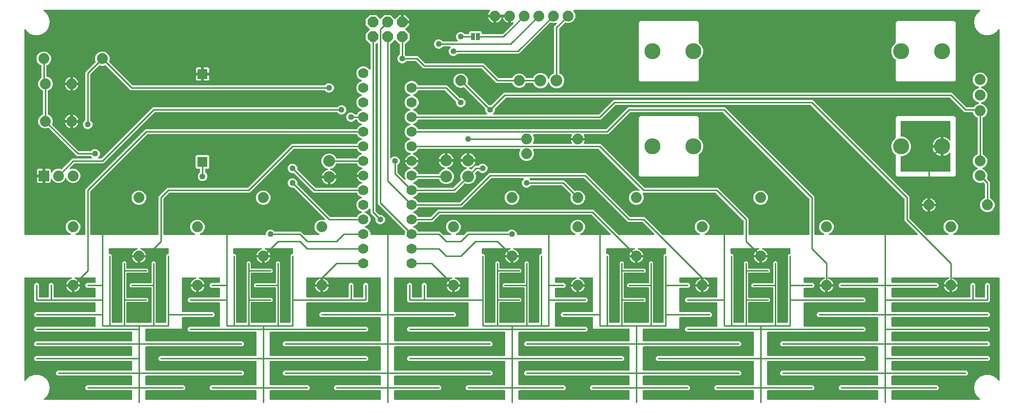
<source format=gbr>
G04 EAGLE Gerber RS-274X export*
G75*
%MOMM*%
%FSLAX34Y34*%
%LPD*%
%INTop Copper*%
%IPPOS*%
%AMOC8*
5,1,8,0,0,1.08239X$1,22.5*%
G01*
%ADD10C,2.032000*%
%ADD11C,1.879600*%
%ADD12P,2.034460X8X22.500000*%
%ADD13C,1.778000*%
%ADD14C,2.781300*%
%ADD15R,1.752600X1.752600*%
%ADD16R,1.879600X1.879600*%
%ADD17R,0.635000X1.270000*%
%ADD18C,0.254000*%
%ADD19C,1.016000*%

G36*
X1175988Y290840D02*
X1175988Y290840D01*
X1176058Y290838D01*
X1176145Y290859D01*
X1176234Y290871D01*
X1176299Y290896D01*
X1176367Y290913D01*
X1176447Y290955D01*
X1176530Y290988D01*
X1176587Y291029D01*
X1176648Y291061D01*
X1176715Y291122D01*
X1176788Y291174D01*
X1176832Y291228D01*
X1176884Y291275D01*
X1176933Y291350D01*
X1176990Y291419D01*
X1177020Y291483D01*
X1177058Y291541D01*
X1177088Y291626D01*
X1177126Y291707D01*
X1177139Y291776D01*
X1177162Y291842D01*
X1177169Y291931D01*
X1177186Y292020D01*
X1177181Y292089D01*
X1177187Y292159D01*
X1177171Y292247D01*
X1177166Y292337D01*
X1177144Y292403D01*
X1177132Y292472D01*
X1177096Y292554D01*
X1177068Y292639D01*
X1177031Y292698D01*
X1177002Y292762D01*
X1176946Y292832D01*
X1176898Y292908D01*
X1176847Y292956D01*
X1176803Y293010D01*
X1176731Y293065D01*
X1176666Y293126D01*
X1176605Y293160D01*
X1176549Y293202D01*
X1176405Y293273D01*
X1174049Y294248D01*
X1170548Y297750D01*
X1168653Y302324D01*
X1168653Y307276D01*
X1170548Y311850D01*
X1174050Y315352D01*
X1178624Y317247D01*
X1183576Y317247D01*
X1188150Y315352D01*
X1191652Y311850D01*
X1193547Y307276D01*
X1193547Y302324D01*
X1191652Y297750D01*
X1188151Y294248D01*
X1185795Y293273D01*
X1185735Y293238D01*
X1185670Y293212D01*
X1185597Y293160D01*
X1185519Y293115D01*
X1185469Y293067D01*
X1185412Y293026D01*
X1185355Y292956D01*
X1185291Y292894D01*
X1185254Y292834D01*
X1185210Y292781D01*
X1185171Y292699D01*
X1185124Y292623D01*
X1185104Y292556D01*
X1185074Y292493D01*
X1185057Y292405D01*
X1185031Y292319D01*
X1185027Y292249D01*
X1185014Y292181D01*
X1185020Y292091D01*
X1185016Y292001D01*
X1185030Y291933D01*
X1185034Y291863D01*
X1185062Y291778D01*
X1185080Y291690D01*
X1185111Y291627D01*
X1185132Y291561D01*
X1185180Y291485D01*
X1185220Y291404D01*
X1185265Y291351D01*
X1185302Y291292D01*
X1185368Y291230D01*
X1185426Y291162D01*
X1185483Y291122D01*
X1185534Y291074D01*
X1185613Y291031D01*
X1185686Y290979D01*
X1185751Y290954D01*
X1185812Y290920D01*
X1185899Y290898D01*
X1185983Y290866D01*
X1186053Y290858D01*
X1186120Y290841D01*
X1186281Y290831D01*
X1251712Y290831D01*
X1251830Y290846D01*
X1251949Y290853D01*
X1251987Y290866D01*
X1252028Y290871D01*
X1252138Y290914D01*
X1252251Y290951D01*
X1252286Y290973D01*
X1252323Y290988D01*
X1252419Y291058D01*
X1252520Y291121D01*
X1252548Y291151D01*
X1252581Y291174D01*
X1252657Y291266D01*
X1252738Y291353D01*
X1252758Y291388D01*
X1252783Y291419D01*
X1252834Y291527D01*
X1252892Y291631D01*
X1252902Y291671D01*
X1252919Y291707D01*
X1252941Y291824D01*
X1252971Y291939D01*
X1252975Y291999D01*
X1252979Y292020D01*
X1252977Y292040D01*
X1252981Y292100D01*
X1252981Y315185D01*
X1252969Y315284D01*
X1252966Y315383D01*
X1252949Y315441D01*
X1252941Y315501D01*
X1252905Y315593D01*
X1252877Y315688D01*
X1252847Y315740D01*
X1252824Y315797D01*
X1252766Y315877D01*
X1252716Y315962D01*
X1252650Y316037D01*
X1252638Y316054D01*
X1252628Y316062D01*
X1252610Y316083D01*
X1205083Y363610D01*
X1205005Y363670D01*
X1204932Y363738D01*
X1204879Y363767D01*
X1204832Y363804D01*
X1204741Y363844D01*
X1204654Y363892D01*
X1204595Y363907D01*
X1204540Y363931D01*
X1204442Y363946D01*
X1204346Y363971D01*
X1204246Y363977D01*
X1204226Y363981D01*
X1204213Y363979D01*
X1204185Y363981D01*
X1078700Y363981D01*
X1078651Y363975D01*
X1078601Y363977D01*
X1078494Y363955D01*
X1078385Y363941D01*
X1078339Y363923D01*
X1078290Y363913D01*
X1078191Y363865D01*
X1078089Y363824D01*
X1078049Y363795D01*
X1078004Y363773D01*
X1077920Y363702D01*
X1077832Y363638D01*
X1077800Y363599D01*
X1077762Y363567D01*
X1077699Y363477D01*
X1077629Y363393D01*
X1077608Y363348D01*
X1077579Y363307D01*
X1077540Y363204D01*
X1077493Y363105D01*
X1077484Y363056D01*
X1077466Y363010D01*
X1077454Y362900D01*
X1077433Y362793D01*
X1077437Y362743D01*
X1077431Y362694D01*
X1077446Y362585D01*
X1077453Y362475D01*
X1077469Y362428D01*
X1077475Y362379D01*
X1077528Y362226D01*
X1079247Y358076D01*
X1079247Y353124D01*
X1077352Y348550D01*
X1073850Y345048D01*
X1069276Y343153D01*
X1064324Y343153D01*
X1059750Y345048D01*
X1056248Y348550D01*
X1054353Y353124D01*
X1054353Y358076D01*
X1056248Y362650D01*
X1059750Y366152D01*
X1064324Y368047D01*
X1069276Y368047D01*
X1070840Y367399D01*
X1070908Y367380D01*
X1070972Y367353D01*
X1071061Y367338D01*
X1071147Y367315D01*
X1071217Y367314D01*
X1071286Y367303D01*
X1071375Y367311D01*
X1071465Y367310D01*
X1071533Y367326D01*
X1071602Y367332D01*
X1071687Y367363D01*
X1071774Y367384D01*
X1071836Y367416D01*
X1071902Y367440D01*
X1071976Y367491D01*
X1072055Y367533D01*
X1072107Y367579D01*
X1072165Y367619D01*
X1072224Y367686D01*
X1072291Y367746D01*
X1072329Y367805D01*
X1072375Y367857D01*
X1072416Y367937D01*
X1072466Y368012D01*
X1072488Y368078D01*
X1072520Y368140D01*
X1072540Y368228D01*
X1072569Y368313D01*
X1072574Y368383D01*
X1072590Y368451D01*
X1072587Y368540D01*
X1072594Y368630D01*
X1072582Y368699D01*
X1072580Y368769D01*
X1072555Y368855D01*
X1072540Y368943D01*
X1072511Y369007D01*
X1072492Y369074D01*
X1072446Y369151D01*
X1072409Y369233D01*
X1072366Y369288D01*
X1072330Y369348D01*
X1072224Y369469D01*
X1001883Y439810D01*
X1001805Y439870D01*
X1001732Y439938D01*
X1001679Y439967D01*
X1001632Y440004D01*
X1001541Y440044D01*
X1001454Y440092D01*
X1001395Y440107D01*
X1001340Y440131D01*
X1001242Y440146D01*
X1001146Y440171D01*
X1001046Y440177D01*
X1001026Y440181D01*
X1001013Y440179D01*
X1000985Y440181D01*
X888200Y440181D01*
X888151Y440175D01*
X888101Y440177D01*
X887994Y440155D01*
X887885Y440141D01*
X887839Y440123D01*
X887790Y440113D01*
X887691Y440065D01*
X887589Y440024D01*
X887549Y439995D01*
X887504Y439973D01*
X887420Y439902D01*
X887332Y439838D01*
X887300Y439799D01*
X887262Y439767D01*
X887199Y439677D01*
X887129Y439593D01*
X887108Y439548D01*
X887079Y439507D01*
X887040Y439404D01*
X886993Y439305D01*
X886984Y439256D01*
X886966Y439210D01*
X886954Y439100D01*
X886933Y438993D01*
X886937Y438943D01*
X886931Y438894D01*
X886946Y438785D01*
X886953Y438675D01*
X886969Y438628D01*
X886975Y438579D01*
X887028Y438426D01*
X888747Y434276D01*
X888747Y429324D01*
X886852Y424750D01*
X883350Y421248D01*
X878776Y419353D01*
X873824Y419353D01*
X869250Y421248D01*
X865748Y424750D01*
X863853Y429324D01*
X863853Y434276D01*
X865572Y438426D01*
X865586Y438474D01*
X865607Y438519D01*
X865627Y438627D01*
X865656Y438733D01*
X865657Y438783D01*
X865667Y438832D01*
X865660Y438941D01*
X865661Y439051D01*
X865650Y439099D01*
X865647Y439149D01*
X865613Y439253D01*
X865587Y439360D01*
X865564Y439404D01*
X865549Y439451D01*
X865490Y439544D01*
X865439Y439641D01*
X865405Y439678D01*
X865379Y439720D01*
X865298Y439795D01*
X865225Y439877D01*
X865183Y439904D01*
X865147Y439938D01*
X865051Y439991D01*
X864959Y440051D01*
X864912Y440068D01*
X864868Y440092D01*
X864762Y440119D01*
X864658Y440155D01*
X864609Y440159D01*
X864561Y440171D01*
X864400Y440181D01*
X688892Y440181D01*
X688862Y440178D01*
X688833Y440180D01*
X688705Y440158D01*
X688576Y440141D01*
X688549Y440131D01*
X688520Y440126D01*
X688401Y440072D01*
X688280Y440024D01*
X688257Y440007D01*
X688230Y439995D01*
X688128Y439914D01*
X688023Y439838D01*
X688004Y439815D01*
X687981Y439796D01*
X687903Y439693D01*
X687820Y439593D01*
X687808Y439566D01*
X687790Y439542D01*
X687719Y439398D01*
X687031Y437737D01*
X683673Y434379D01*
X679468Y432637D01*
X679442Y432622D01*
X679414Y432613D01*
X679304Y432544D01*
X679192Y432480D01*
X679170Y432459D01*
X679145Y432443D01*
X679056Y432349D01*
X678963Y432258D01*
X678948Y432233D01*
X678927Y432211D01*
X678865Y432098D01*
X678797Y431987D01*
X678788Y431959D01*
X678774Y431933D01*
X678742Y431807D01*
X678704Y431683D01*
X678702Y431654D01*
X678695Y431625D01*
X678695Y431495D01*
X678688Y431366D01*
X678694Y431336D01*
X678694Y431307D01*
X678727Y431181D01*
X678753Y431054D01*
X678766Y431027D01*
X678773Y430998D01*
X678835Y430885D01*
X678892Y430768D01*
X678912Y430746D01*
X678926Y430720D01*
X679014Y430625D01*
X679099Y430526D01*
X679123Y430509D01*
X679144Y430487D01*
X679253Y430418D01*
X679359Y430343D01*
X679387Y430333D01*
X679412Y430317D01*
X679562Y430257D01*
X681298Y429693D01*
X682901Y428877D01*
X684357Y427819D01*
X685629Y426547D01*
X686687Y425091D01*
X687503Y423488D01*
X688059Y421777D01*
X688167Y421099D01*
X677640Y421099D01*
X677522Y421084D01*
X677403Y421077D01*
X677365Y421064D01*
X677325Y421059D01*
X677214Y421016D01*
X677101Y420979D01*
X677067Y420957D01*
X677029Y420942D01*
X676933Y420873D01*
X676916Y420862D01*
X676892Y420876D01*
X676860Y420901D01*
X676753Y420952D01*
X676648Y421010D01*
X676609Y421020D01*
X676573Y421037D01*
X676456Y421059D01*
X676340Y421089D01*
X676280Y421093D01*
X676260Y421097D01*
X676240Y421095D01*
X676180Y421099D01*
X665653Y421099D01*
X665761Y421777D01*
X666317Y423488D01*
X667133Y425091D01*
X668191Y426547D01*
X669463Y427819D01*
X670919Y428877D01*
X672522Y429693D01*
X674258Y430257D01*
X674285Y430270D01*
X674315Y430277D01*
X674429Y430338D01*
X674546Y430393D01*
X674569Y430412D01*
X674596Y430426D01*
X674692Y430513D01*
X674791Y430595D01*
X674809Y430620D01*
X674831Y430640D01*
X674902Y430748D01*
X674978Y430853D01*
X674989Y430880D01*
X675006Y430905D01*
X675048Y431028D01*
X675095Y431148D01*
X675099Y431178D01*
X675109Y431206D01*
X675119Y431336D01*
X675135Y431464D01*
X675132Y431493D01*
X675134Y431523D01*
X675112Y431651D01*
X675096Y431779D01*
X675085Y431807D01*
X675080Y431837D01*
X675027Y431954D01*
X674979Y432075D01*
X674961Y432099D01*
X674949Y432127D01*
X674868Y432228D01*
X674792Y432333D01*
X674769Y432352D01*
X674751Y432375D01*
X674647Y432453D01*
X674547Y432536D01*
X674520Y432548D01*
X674496Y432566D01*
X674352Y432637D01*
X670147Y434379D01*
X666789Y437737D01*
X664971Y442125D01*
X664971Y446875D01*
X666789Y451263D01*
X670147Y454621D01*
X673542Y456027D01*
X673663Y456096D01*
X673786Y456161D01*
X673801Y456175D01*
X673818Y456185D01*
X673918Y456282D01*
X674021Y456375D01*
X674032Y456392D01*
X674047Y456406D01*
X674119Y456524D01*
X674196Y456641D01*
X674202Y456660D01*
X674213Y456677D01*
X674254Y456810D01*
X674299Y456942D01*
X674301Y456962D01*
X674307Y456981D01*
X674313Y457120D01*
X674324Y457259D01*
X674321Y457279D01*
X674322Y457299D01*
X674294Y457435D01*
X674270Y457572D01*
X674262Y457591D01*
X674257Y457610D01*
X674196Y457735D01*
X674139Y457862D01*
X674127Y457878D01*
X674118Y457896D01*
X674027Y458002D01*
X673941Y458110D01*
X673925Y458123D01*
X673911Y458138D01*
X673798Y458218D01*
X673687Y458302D01*
X673661Y458314D01*
X673651Y458321D01*
X673632Y458328D01*
X673542Y458373D01*
X670147Y459779D01*
X666789Y463137D01*
X664971Y467525D01*
X664971Y472275D01*
X666789Y476663D01*
X670147Y480021D01*
X673542Y481427D01*
X673663Y481496D01*
X673786Y481561D01*
X673801Y481575D01*
X673818Y481585D01*
X673918Y481682D01*
X674021Y481775D01*
X674032Y481792D01*
X674047Y481806D01*
X674119Y481924D01*
X674196Y482041D01*
X674202Y482060D01*
X674213Y482077D01*
X674254Y482210D01*
X674299Y482342D01*
X674301Y482362D01*
X674307Y482381D01*
X674313Y482520D01*
X674324Y482659D01*
X674321Y482679D01*
X674322Y482699D01*
X674294Y482835D01*
X674270Y482972D01*
X674262Y482991D01*
X674257Y483010D01*
X674196Y483135D01*
X674139Y483262D01*
X674127Y483278D01*
X674118Y483296D01*
X674027Y483402D01*
X673941Y483510D01*
X673925Y483523D01*
X673911Y483538D01*
X673798Y483618D01*
X673687Y483702D01*
X673661Y483714D01*
X673651Y483721D01*
X673632Y483728D01*
X673542Y483773D01*
X670147Y485179D01*
X666789Y488537D01*
X664971Y492925D01*
X664971Y497675D01*
X666789Y502063D01*
X670147Y505421D01*
X673542Y506827D01*
X673663Y506896D01*
X673786Y506961D01*
X673801Y506975D01*
X673818Y506985D01*
X673918Y507082D01*
X674021Y507175D01*
X674032Y507192D01*
X674047Y507206D01*
X674119Y507324D01*
X674196Y507441D01*
X674202Y507460D01*
X674213Y507477D01*
X674254Y507610D01*
X674299Y507742D01*
X674301Y507762D01*
X674307Y507781D01*
X674313Y507920D01*
X674324Y508059D01*
X674321Y508079D01*
X674322Y508099D01*
X674294Y508235D01*
X674270Y508372D01*
X674262Y508391D01*
X674257Y508410D01*
X674196Y508535D01*
X674139Y508662D01*
X674127Y508678D01*
X674118Y508696D01*
X674027Y508802D01*
X673941Y508910D01*
X673925Y508923D01*
X673911Y508938D01*
X673798Y509018D01*
X673687Y509102D01*
X673661Y509114D01*
X673651Y509121D01*
X673632Y509128D01*
X673542Y509173D01*
X670147Y510579D01*
X666789Y513937D01*
X664971Y518325D01*
X664971Y523075D01*
X666789Y527463D01*
X670147Y530821D01*
X673542Y532227D01*
X673663Y532296D01*
X673786Y532361D01*
X673801Y532375D01*
X673818Y532385D01*
X673918Y532482D01*
X674021Y532575D01*
X674032Y532592D01*
X674047Y532606D01*
X674119Y532724D01*
X674196Y532841D01*
X674202Y532860D01*
X674213Y532877D01*
X674254Y533010D01*
X674299Y533142D01*
X674301Y533162D01*
X674307Y533181D01*
X674313Y533320D01*
X674324Y533459D01*
X674321Y533479D01*
X674322Y533499D01*
X674294Y533635D01*
X674270Y533772D01*
X674262Y533791D01*
X674257Y533810D01*
X674196Y533935D01*
X674139Y534062D01*
X674127Y534078D01*
X674118Y534096D01*
X674027Y534202D01*
X673941Y534310D01*
X673925Y534323D01*
X673911Y534338D01*
X673798Y534418D01*
X673687Y534502D01*
X673661Y534514D01*
X673651Y534521D01*
X673632Y534528D01*
X673542Y534573D01*
X670147Y535979D01*
X666789Y539337D01*
X664971Y543725D01*
X664971Y548475D01*
X666789Y552863D01*
X670147Y556221D01*
X674535Y558039D01*
X679285Y558039D01*
X683673Y556221D01*
X687031Y552863D01*
X687719Y551202D01*
X687734Y551177D01*
X687743Y551149D01*
X687812Y551039D01*
X687877Y550926D01*
X687897Y550905D01*
X687913Y550880D01*
X688008Y550791D01*
X688098Y550698D01*
X688123Y550682D01*
X688144Y550662D01*
X688258Y550599D01*
X688369Y550531D01*
X688397Y550523D01*
X688423Y550508D01*
X688549Y550476D01*
X688673Y550438D01*
X688702Y550436D01*
X688731Y550429D01*
X688892Y550419D01*
X738389Y550419D01*
X759607Y529200D01*
X759685Y529140D01*
X759758Y529072D01*
X759811Y529043D01*
X759858Y529006D01*
X759949Y528966D01*
X760036Y528918D01*
X760095Y528903D01*
X760150Y528879D01*
X760248Y528864D01*
X760344Y528839D01*
X760444Y528833D01*
X760464Y528829D01*
X760477Y528831D01*
X760505Y528829D01*
X763617Y528829D01*
X766605Y527591D01*
X768891Y525305D01*
X770129Y522317D01*
X770129Y519083D01*
X768891Y516095D01*
X766605Y513809D01*
X763617Y512571D01*
X760383Y512571D01*
X757395Y513809D01*
X755109Y516095D01*
X753871Y519083D01*
X753871Y522195D01*
X753859Y522294D01*
X753856Y522393D01*
X753839Y522451D01*
X753831Y522511D01*
X753795Y522603D01*
X753767Y522698D01*
X753737Y522750D01*
X753714Y522807D01*
X753656Y522887D01*
X753606Y522972D01*
X753540Y523047D01*
X753528Y523064D01*
X753518Y523072D01*
X753500Y523093D01*
X735183Y541410D01*
X735105Y541470D01*
X735032Y541538D01*
X734979Y541567D01*
X734932Y541604D01*
X734841Y541644D01*
X734754Y541692D01*
X734695Y541707D01*
X734640Y541731D01*
X734542Y541746D01*
X734446Y541771D01*
X734346Y541777D01*
X734326Y541781D01*
X734313Y541779D01*
X734285Y541781D01*
X688892Y541781D01*
X688862Y541778D01*
X688833Y541780D01*
X688705Y541758D01*
X688576Y541741D01*
X688549Y541731D01*
X688520Y541726D01*
X688401Y541672D01*
X688280Y541624D01*
X688257Y541607D01*
X688230Y541595D01*
X688128Y541514D01*
X688023Y541438D01*
X688004Y541415D01*
X687981Y541396D01*
X687903Y541293D01*
X687820Y541193D01*
X687808Y541166D01*
X687790Y541142D01*
X687719Y540998D01*
X687031Y539337D01*
X683673Y535979D01*
X680278Y534573D01*
X680157Y534504D01*
X680034Y534439D01*
X680019Y534425D01*
X680002Y534415D01*
X679902Y534318D01*
X679799Y534225D01*
X679788Y534208D01*
X679773Y534194D01*
X679700Y534075D01*
X679624Y533959D01*
X679618Y533940D01*
X679607Y533923D01*
X679566Y533790D01*
X679521Y533658D01*
X679519Y533638D01*
X679513Y533619D01*
X679507Y533480D01*
X679496Y533341D01*
X679499Y533321D01*
X679498Y533301D01*
X679526Y533165D01*
X679550Y533028D01*
X679558Y533009D01*
X679563Y532990D01*
X679624Y532864D01*
X679681Y532738D01*
X679693Y532722D01*
X679702Y532704D01*
X679793Y532598D01*
X679879Y532490D01*
X679895Y532477D01*
X679909Y532462D01*
X680022Y532382D01*
X680133Y532298D01*
X680159Y532286D01*
X680169Y532279D01*
X680188Y532272D01*
X680278Y532227D01*
X683673Y530821D01*
X687031Y527463D01*
X688849Y523075D01*
X688849Y518325D01*
X687031Y513937D01*
X683673Y510579D01*
X680278Y509173D01*
X680157Y509104D01*
X680034Y509039D01*
X680019Y509025D01*
X680002Y509015D01*
X679902Y508918D01*
X679799Y508825D01*
X679788Y508808D01*
X679773Y508794D01*
X679700Y508675D01*
X679624Y508559D01*
X679618Y508540D01*
X679607Y508523D01*
X679566Y508390D01*
X679521Y508258D01*
X679519Y508238D01*
X679513Y508219D01*
X679507Y508080D01*
X679496Y507941D01*
X679499Y507921D01*
X679498Y507901D01*
X679526Y507765D01*
X679550Y507628D01*
X679558Y507609D01*
X679563Y507590D01*
X679624Y507464D01*
X679681Y507338D01*
X679693Y507322D01*
X679702Y507304D01*
X679793Y507198D01*
X679879Y507090D01*
X679895Y507077D01*
X679909Y507062D01*
X680022Y506982D01*
X680133Y506898D01*
X680159Y506886D01*
X680169Y506879D01*
X680188Y506872D01*
X680278Y506827D01*
X683673Y505421D01*
X687031Y502063D01*
X687719Y500402D01*
X687734Y500377D01*
X687743Y500349D01*
X687812Y500239D01*
X687877Y500126D01*
X687897Y500105D01*
X687913Y500080D01*
X688008Y499991D01*
X688098Y499898D01*
X688123Y499882D01*
X688144Y499862D01*
X688258Y499799D01*
X688369Y499731D01*
X688397Y499723D01*
X688423Y499708D01*
X688549Y499676D01*
X688673Y499638D01*
X688702Y499636D01*
X688731Y499629D01*
X688892Y499619D01*
X806621Y499619D01*
X806759Y499636D01*
X806898Y499649D01*
X806917Y499656D01*
X806937Y499659D01*
X807066Y499710D01*
X807197Y499757D01*
X807214Y499768D01*
X807232Y499776D01*
X807345Y499857D01*
X807460Y499935D01*
X807473Y499951D01*
X807490Y499962D01*
X807579Y500070D01*
X807671Y500174D01*
X807680Y500192D01*
X807693Y500207D01*
X807752Y500333D01*
X807815Y500457D01*
X807820Y500477D01*
X807828Y500495D01*
X807854Y500632D01*
X807885Y500767D01*
X807884Y500788D01*
X807888Y500807D01*
X807879Y500946D01*
X807875Y501085D01*
X807869Y501105D01*
X807868Y501125D01*
X807825Y501257D01*
X807787Y501391D01*
X807776Y501408D01*
X807770Y501427D01*
X807696Y501545D01*
X807625Y501665D01*
X807607Y501686D01*
X807600Y501696D01*
X807585Y501710D01*
X807519Y501785D01*
X805909Y503395D01*
X804671Y506383D01*
X804671Y509495D01*
X804659Y509594D01*
X804656Y509693D01*
X804639Y509751D01*
X804631Y509811D01*
X804595Y509903D01*
X804567Y509998D01*
X804537Y510050D01*
X804514Y510107D01*
X804456Y510187D01*
X804406Y510272D01*
X804340Y510347D01*
X804328Y510364D01*
X804318Y510372D01*
X804300Y510393D01*
X767807Y546885D01*
X767784Y546903D01*
X767765Y546926D01*
X767698Y546972D01*
X767695Y546976D01*
X767689Y546979D01*
X767659Y547000D01*
X767556Y547080D01*
X767529Y547092D01*
X767505Y547109D01*
X767383Y547155D01*
X767264Y547206D01*
X767235Y547211D01*
X767207Y547222D01*
X767078Y547236D01*
X766950Y547256D01*
X766921Y547253D01*
X766891Y547257D01*
X766763Y547239D01*
X766633Y547226D01*
X766606Y547216D01*
X766576Y547212D01*
X766424Y547160D01*
X764476Y546353D01*
X759524Y546353D01*
X754950Y548248D01*
X751448Y551750D01*
X749553Y556324D01*
X749553Y561276D01*
X751448Y565850D01*
X754950Y569352D01*
X759524Y571247D01*
X764476Y571247D01*
X769050Y569352D01*
X772552Y565850D01*
X774447Y561276D01*
X774447Y556324D01*
X773640Y554376D01*
X773632Y554347D01*
X773619Y554321D01*
X773590Y554195D01*
X773556Y554069D01*
X773555Y554040D01*
X773549Y554011D01*
X773553Y553881D01*
X773551Y553751D01*
X773558Y553723D01*
X773559Y553693D01*
X773595Y553568D01*
X773625Y553442D01*
X773639Y553416D01*
X773647Y553388D01*
X773713Y553276D01*
X773774Y553161D01*
X773793Y553139D01*
X773808Y553114D01*
X773915Y552993D01*
X810407Y516500D01*
X810485Y516440D01*
X810557Y516372D01*
X810610Y516343D01*
X810658Y516306D01*
X810749Y516266D01*
X810836Y516218D01*
X810895Y516203D01*
X810950Y516179D01*
X811048Y516164D01*
X811144Y516139D01*
X811244Y516133D01*
X811264Y516129D01*
X811277Y516131D01*
X811305Y516129D01*
X814295Y516129D01*
X814394Y516141D01*
X814493Y516144D01*
X814551Y516161D01*
X814611Y516169D01*
X814703Y516205D01*
X814798Y516233D01*
X814850Y516263D01*
X814907Y516286D01*
X814987Y516344D01*
X815072Y516394D01*
X815147Y516460D01*
X815164Y516472D01*
X815172Y516482D01*
X815193Y516500D01*
X836411Y537719D01*
X1614689Y537719D01*
X1639717Y512690D01*
X1639795Y512630D01*
X1639868Y512562D01*
X1639921Y512533D01*
X1639968Y512496D01*
X1640059Y512456D01*
X1640146Y512408D01*
X1640205Y512393D01*
X1640260Y512369D01*
X1640358Y512354D01*
X1640454Y512329D01*
X1640554Y512323D01*
X1640574Y512319D01*
X1640587Y512321D01*
X1640615Y512319D01*
X1651905Y512319D01*
X1651934Y512322D01*
X1651964Y512320D01*
X1652092Y512342D01*
X1652221Y512359D01*
X1652248Y512369D01*
X1652277Y512374D01*
X1652396Y512428D01*
X1652516Y512476D01*
X1652540Y512493D01*
X1652567Y512505D01*
X1652669Y512586D01*
X1652774Y512662D01*
X1652792Y512685D01*
X1652815Y512704D01*
X1652894Y512807D01*
X1652976Y512907D01*
X1652989Y512934D01*
X1653007Y512958D01*
X1653078Y513102D01*
X1653148Y513273D01*
X1656650Y516774D01*
X1661151Y518638D01*
X1661271Y518707D01*
X1661395Y518772D01*
X1661410Y518786D01*
X1661427Y518796D01*
X1661527Y518893D01*
X1661630Y518986D01*
X1661641Y519003D01*
X1661656Y519017D01*
X1661728Y519136D01*
X1661805Y519252D01*
X1661811Y519271D01*
X1661822Y519288D01*
X1661863Y519421D01*
X1661908Y519553D01*
X1661909Y519573D01*
X1661915Y519592D01*
X1661922Y519731D01*
X1661933Y519870D01*
X1661930Y519890D01*
X1661931Y519910D01*
X1661903Y520046D01*
X1661879Y520183D01*
X1661870Y520202D01*
X1661866Y520221D01*
X1661805Y520347D01*
X1661748Y520473D01*
X1661735Y520489D01*
X1661727Y520507D01*
X1661636Y520613D01*
X1661550Y520721D01*
X1661533Y520734D01*
X1661520Y520749D01*
X1661406Y520829D01*
X1661295Y520913D01*
X1661270Y520925D01*
X1661260Y520932D01*
X1661241Y520939D01*
X1661151Y520984D01*
X1656650Y522848D01*
X1653148Y526350D01*
X1651253Y530924D01*
X1651253Y535876D01*
X1653148Y540450D01*
X1656650Y543952D01*
X1661151Y545816D01*
X1661272Y545885D01*
X1661395Y545950D01*
X1661410Y545964D01*
X1661427Y545974D01*
X1661527Y546071D01*
X1661630Y546164D01*
X1661641Y546181D01*
X1661656Y546195D01*
X1661728Y546313D01*
X1661805Y546430D01*
X1661811Y546449D01*
X1661822Y546466D01*
X1661863Y546599D01*
X1661908Y546731D01*
X1661909Y546751D01*
X1661915Y546770D01*
X1661922Y546909D01*
X1661933Y547048D01*
X1661930Y547068D01*
X1661931Y547088D01*
X1661903Y547224D01*
X1661879Y547361D01*
X1661870Y547380D01*
X1661866Y547399D01*
X1661805Y547525D01*
X1661748Y547651D01*
X1661735Y547667D01*
X1661727Y547685D01*
X1661636Y547791D01*
X1661550Y547899D01*
X1661533Y547912D01*
X1661520Y547927D01*
X1661406Y548007D01*
X1661295Y548091D01*
X1661270Y548103D01*
X1661260Y548110D01*
X1661241Y548117D01*
X1661151Y548162D01*
X1656650Y550026D01*
X1653148Y553528D01*
X1651253Y558102D01*
X1651253Y563054D01*
X1653148Y567628D01*
X1656650Y571130D01*
X1661224Y573025D01*
X1666176Y573025D01*
X1670750Y571130D01*
X1674252Y567628D01*
X1676147Y563054D01*
X1676147Y558102D01*
X1674252Y553528D01*
X1670750Y550026D01*
X1666249Y548162D01*
X1666129Y548093D01*
X1666005Y548028D01*
X1665990Y548014D01*
X1665973Y548004D01*
X1665873Y547907D01*
X1665770Y547814D01*
X1665759Y547797D01*
X1665744Y547783D01*
X1665672Y547665D01*
X1665595Y547548D01*
X1665589Y547529D01*
X1665578Y547512D01*
X1665537Y547379D01*
X1665492Y547247D01*
X1665491Y547227D01*
X1665485Y547208D01*
X1665478Y547069D01*
X1665467Y546930D01*
X1665470Y546910D01*
X1665469Y546890D01*
X1665497Y546754D01*
X1665521Y546617D01*
X1665530Y546599D01*
X1665534Y546579D01*
X1665595Y546453D01*
X1665652Y546327D01*
X1665665Y546311D01*
X1665673Y546293D01*
X1665764Y546187D01*
X1665850Y546079D01*
X1665867Y546066D01*
X1665880Y546051D01*
X1665994Y545971D01*
X1666105Y545887D01*
X1666130Y545875D01*
X1666140Y545868D01*
X1666159Y545861D01*
X1666249Y545816D01*
X1670750Y543952D01*
X1674252Y540450D01*
X1676147Y535876D01*
X1676147Y530924D01*
X1674252Y526350D01*
X1670750Y522848D01*
X1666249Y520984D01*
X1666129Y520915D01*
X1666005Y520850D01*
X1665990Y520836D01*
X1665973Y520826D01*
X1665873Y520729D01*
X1665770Y520636D01*
X1665759Y520619D01*
X1665744Y520605D01*
X1665672Y520487D01*
X1665595Y520370D01*
X1665589Y520351D01*
X1665578Y520334D01*
X1665537Y520201D01*
X1665492Y520069D01*
X1665491Y520049D01*
X1665485Y520030D01*
X1665478Y519891D01*
X1665467Y519752D01*
X1665470Y519732D01*
X1665469Y519712D01*
X1665497Y519576D01*
X1665521Y519439D01*
X1665530Y519421D01*
X1665534Y519401D01*
X1665595Y519275D01*
X1665652Y519149D01*
X1665665Y519133D01*
X1665673Y519115D01*
X1665764Y519009D01*
X1665850Y518901D01*
X1665867Y518888D01*
X1665880Y518873D01*
X1665994Y518793D01*
X1666105Y518709D01*
X1666130Y518697D01*
X1666140Y518690D01*
X1666159Y518683D01*
X1666249Y518638D01*
X1670750Y516774D01*
X1674252Y513272D01*
X1676147Y508698D01*
X1676147Y503746D01*
X1674252Y499172D01*
X1670750Y495670D01*
X1668802Y494863D01*
X1668777Y494849D01*
X1668749Y494839D01*
X1668639Y494770D01*
X1668526Y494706D01*
X1668505Y494685D01*
X1668480Y494669D01*
X1668391Y494575D01*
X1668298Y494484D01*
X1668282Y494459D01*
X1668262Y494438D01*
X1668199Y494324D01*
X1668131Y494213D01*
X1668123Y494185D01*
X1668108Y494159D01*
X1668076Y494033D01*
X1668038Y493909D01*
X1668036Y493880D01*
X1668029Y493851D01*
X1668019Y493691D01*
X1668019Y431631D01*
X1668022Y431602D01*
X1668020Y431573D01*
X1668042Y431445D01*
X1668059Y431316D01*
X1668069Y431289D01*
X1668074Y431259D01*
X1668128Y431141D01*
X1668176Y431020D01*
X1668193Y430996D01*
X1668205Y430969D01*
X1668286Y430868D01*
X1668362Y430763D01*
X1668385Y430744D01*
X1668404Y430721D01*
X1668507Y430643D01*
X1668607Y430560D01*
X1668634Y430547D01*
X1668658Y430530D01*
X1668802Y430459D01*
X1670750Y429652D01*
X1674252Y426150D01*
X1676147Y421576D01*
X1676147Y416624D01*
X1674252Y412050D01*
X1670750Y408548D01*
X1668395Y407573D01*
X1668275Y407504D01*
X1668152Y407439D01*
X1668137Y407425D01*
X1668119Y407415D01*
X1668019Y407318D01*
X1667916Y407225D01*
X1667905Y407208D01*
X1667891Y407194D01*
X1667818Y407076D01*
X1667742Y406959D01*
X1667735Y406940D01*
X1667724Y406923D01*
X1667684Y406790D01*
X1667638Y406658D01*
X1667637Y406638D01*
X1667631Y406619D01*
X1667624Y406480D01*
X1667613Y406341D01*
X1667617Y406321D01*
X1667616Y406301D01*
X1667644Y406164D01*
X1667668Y406028D01*
X1667676Y406009D01*
X1667680Y405990D01*
X1667741Y405865D01*
X1667798Y405738D01*
X1667811Y405722D01*
X1667820Y405704D01*
X1667910Y405598D01*
X1667997Y405490D01*
X1668013Y405477D01*
X1668026Y405462D01*
X1668140Y405382D01*
X1668251Y405298D01*
X1668276Y405286D01*
X1668286Y405279D01*
X1668305Y405272D01*
X1668395Y405227D01*
X1670750Y404252D01*
X1674252Y400750D01*
X1676147Y396176D01*
X1676147Y391224D01*
X1675340Y389276D01*
X1675332Y389248D01*
X1675319Y389221D01*
X1675290Y389094D01*
X1675256Y388969D01*
X1675255Y388940D01*
X1675249Y388911D01*
X1675253Y388781D01*
X1675251Y388651D01*
X1675258Y388623D01*
X1675259Y388593D01*
X1675295Y388468D01*
X1675325Y388342D01*
X1675339Y388316D01*
X1675347Y388288D01*
X1675413Y388176D01*
X1675474Y388061D01*
X1675493Y388039D01*
X1675508Y388014D01*
X1675615Y387893D01*
X1680719Y382789D01*
X1680719Y355431D01*
X1680722Y355402D01*
X1680720Y355373D01*
X1680742Y355245D01*
X1680759Y355116D01*
X1680769Y355089D01*
X1680774Y355059D01*
X1680828Y354941D01*
X1680876Y354820D01*
X1680893Y354796D01*
X1680905Y354769D01*
X1680986Y354668D01*
X1681062Y354563D01*
X1681085Y354544D01*
X1681104Y354521D01*
X1681207Y354443D01*
X1681307Y354360D01*
X1681334Y354347D01*
X1681358Y354330D01*
X1681502Y354259D01*
X1683450Y353452D01*
X1686952Y349950D01*
X1688847Y345376D01*
X1688847Y340424D01*
X1686952Y335850D01*
X1683450Y332348D01*
X1678876Y330453D01*
X1673924Y330453D01*
X1669350Y332348D01*
X1665848Y335850D01*
X1663953Y340424D01*
X1663953Y345376D01*
X1665848Y349950D01*
X1669350Y353452D01*
X1671298Y354259D01*
X1671323Y354273D01*
X1671351Y354283D01*
X1671461Y354352D01*
X1671574Y354416D01*
X1671595Y354437D01*
X1671620Y354453D01*
X1671709Y354547D01*
X1671802Y354638D01*
X1671818Y354663D01*
X1671838Y354684D01*
X1671901Y354798D01*
X1671969Y354909D01*
X1671977Y354937D01*
X1671992Y354963D01*
X1672024Y355089D01*
X1672062Y355213D01*
X1672064Y355242D01*
X1672071Y355271D01*
X1672081Y355431D01*
X1672081Y378685D01*
X1672069Y378784D01*
X1672066Y378883D01*
X1672049Y378941D01*
X1672041Y379001D01*
X1672005Y379093D01*
X1671977Y379188D01*
X1671947Y379240D01*
X1671924Y379297D01*
X1671866Y379377D01*
X1671816Y379462D01*
X1671750Y379537D01*
X1671738Y379554D01*
X1671728Y379562D01*
X1671710Y379583D01*
X1669507Y381785D01*
X1669484Y381803D01*
X1669465Y381826D01*
X1669359Y381901D01*
X1669256Y381980D01*
X1669229Y381992D01*
X1669205Y382009D01*
X1669083Y382055D01*
X1668964Y382106D01*
X1668935Y382111D01*
X1668907Y382121D01*
X1668778Y382136D01*
X1668650Y382156D01*
X1668621Y382153D01*
X1668591Y382157D01*
X1668463Y382139D01*
X1668333Y382126D01*
X1668306Y382116D01*
X1668276Y382112D01*
X1668124Y382060D01*
X1666176Y381253D01*
X1661224Y381253D01*
X1656650Y383148D01*
X1653148Y386650D01*
X1651253Y391224D01*
X1651253Y396176D01*
X1653148Y400750D01*
X1656650Y404252D01*
X1659005Y405227D01*
X1659125Y405296D01*
X1659248Y405361D01*
X1659263Y405375D01*
X1659281Y405385D01*
X1659381Y405482D01*
X1659484Y405575D01*
X1659495Y405592D01*
X1659509Y405606D01*
X1659582Y405725D01*
X1659658Y405841D01*
X1659665Y405860D01*
X1659676Y405877D01*
X1659716Y406010D01*
X1659762Y406142D01*
X1659763Y406162D01*
X1659769Y406181D01*
X1659776Y406320D01*
X1659787Y406459D01*
X1659783Y406479D01*
X1659784Y406499D01*
X1659756Y406635D01*
X1659732Y406772D01*
X1659724Y406791D01*
X1659720Y406810D01*
X1659659Y406936D01*
X1659602Y407062D01*
X1659589Y407078D01*
X1659580Y407096D01*
X1659490Y407202D01*
X1659403Y407310D01*
X1659387Y407323D01*
X1659374Y407338D01*
X1659260Y407418D01*
X1659149Y407502D01*
X1659124Y407514D01*
X1659114Y407521D01*
X1659095Y407528D01*
X1659005Y407573D01*
X1656650Y408548D01*
X1653148Y412050D01*
X1651253Y416624D01*
X1651253Y421576D01*
X1653148Y426150D01*
X1656650Y429652D01*
X1658598Y430459D01*
X1658623Y430473D01*
X1658651Y430483D01*
X1658761Y430552D01*
X1658874Y430616D01*
X1658895Y430637D01*
X1658920Y430653D01*
X1659009Y430747D01*
X1659102Y430838D01*
X1659118Y430863D01*
X1659138Y430884D01*
X1659201Y430998D01*
X1659269Y431109D01*
X1659277Y431137D01*
X1659292Y431163D01*
X1659324Y431289D01*
X1659362Y431413D01*
X1659364Y431442D01*
X1659371Y431471D01*
X1659381Y431631D01*
X1659381Y493691D01*
X1659378Y493720D01*
X1659380Y493749D01*
X1659358Y493877D01*
X1659341Y494006D01*
X1659331Y494033D01*
X1659326Y494063D01*
X1659272Y494181D01*
X1659224Y494302D01*
X1659207Y494326D01*
X1659195Y494353D01*
X1659114Y494454D01*
X1659038Y494559D01*
X1659015Y494578D01*
X1658996Y494601D01*
X1658893Y494679D01*
X1658793Y494762D01*
X1658766Y494775D01*
X1658742Y494792D01*
X1658598Y494863D01*
X1656650Y495670D01*
X1653148Y499172D01*
X1651605Y502898D01*
X1651590Y502923D01*
X1651581Y502951D01*
X1651512Y503061D01*
X1651447Y503174D01*
X1651427Y503195D01*
X1651411Y503220D01*
X1651316Y503309D01*
X1651226Y503402D01*
X1651201Y503418D01*
X1651179Y503438D01*
X1651065Y503501D01*
X1650955Y503569D01*
X1650927Y503577D01*
X1650901Y503592D01*
X1650775Y503624D01*
X1650651Y503662D01*
X1650621Y503664D01*
X1650593Y503671D01*
X1650432Y503681D01*
X1636511Y503681D01*
X1611483Y528710D01*
X1611405Y528770D01*
X1611332Y528838D01*
X1611279Y528867D01*
X1611232Y528904D01*
X1611141Y528944D01*
X1611054Y528992D01*
X1610995Y529007D01*
X1610940Y529031D01*
X1610842Y529046D01*
X1610746Y529071D01*
X1610646Y529077D01*
X1610626Y529081D01*
X1610613Y529079D01*
X1610585Y529081D01*
X840515Y529081D01*
X840416Y529069D01*
X840317Y529066D01*
X840259Y529049D01*
X840199Y529041D01*
X840107Y529005D01*
X840012Y528977D01*
X839960Y528947D01*
X839903Y528924D01*
X839823Y528866D01*
X839738Y528816D01*
X839663Y528750D01*
X839646Y528738D01*
X839638Y528728D01*
X839617Y528710D01*
X821300Y510393D01*
X821240Y510315D01*
X821172Y510243D01*
X821143Y510190D01*
X821106Y510142D01*
X821066Y510051D01*
X821018Y509964D01*
X821003Y509905D01*
X820979Y509850D01*
X820964Y509752D01*
X820939Y509656D01*
X820933Y509556D01*
X820929Y509536D01*
X820931Y509523D01*
X820929Y509495D01*
X820929Y506383D01*
X819691Y503395D01*
X818081Y501785D01*
X817996Y501676D01*
X817907Y501569D01*
X817899Y501550D01*
X817886Y501534D01*
X817831Y501406D01*
X817772Y501281D01*
X817768Y501261D01*
X817760Y501242D01*
X817738Y501104D01*
X817712Y500968D01*
X817713Y500948D01*
X817710Y500928D01*
X817723Y500789D01*
X817732Y500651D01*
X817738Y500632D01*
X817740Y500612D01*
X817787Y500480D01*
X817830Y500349D01*
X817841Y500331D01*
X817848Y500312D01*
X817926Y500197D01*
X818000Y500080D01*
X818015Y500066D01*
X818026Y500049D01*
X818130Y499957D01*
X818232Y499862D01*
X818249Y499852D01*
X818265Y499839D01*
X818389Y499775D01*
X818510Y499708D01*
X818530Y499703D01*
X818548Y499694D01*
X818684Y499664D01*
X818818Y499629D01*
X818846Y499627D01*
X818858Y499624D01*
X818879Y499625D01*
X818979Y499619D01*
X1000985Y499619D01*
X1001084Y499631D01*
X1001183Y499634D01*
X1001241Y499651D01*
X1001301Y499659D01*
X1001393Y499695D01*
X1001488Y499723D01*
X1001540Y499753D01*
X1001597Y499776D01*
X1001677Y499834D01*
X1001762Y499884D01*
X1001837Y499950D01*
X1001854Y499962D01*
X1001862Y499972D01*
X1001883Y499990D01*
X1026911Y525019D01*
X1373389Y525019D01*
X1541019Y357389D01*
X1541019Y319815D01*
X1541031Y319716D01*
X1541034Y319617D01*
X1541051Y319559D01*
X1541059Y319499D01*
X1541095Y319407D01*
X1541123Y319312D01*
X1541153Y319260D01*
X1541176Y319203D01*
X1541234Y319123D01*
X1541284Y319038D01*
X1541350Y318963D01*
X1541362Y318946D01*
X1541372Y318938D01*
X1541390Y318917D01*
X1569105Y291203D01*
X1569183Y291142D01*
X1569255Y291074D01*
X1569308Y291045D01*
X1569356Y291008D01*
X1569447Y290968D01*
X1569534Y290920D01*
X1569593Y290905D01*
X1569648Y290881D01*
X1569746Y290866D01*
X1569842Y290841D01*
X1569942Y290835D01*
X1569962Y290831D01*
X1569975Y290833D01*
X1570003Y290831D01*
X1607719Y290831D01*
X1607788Y290840D01*
X1607858Y290838D01*
X1607945Y290859D01*
X1608034Y290871D01*
X1608099Y290896D01*
X1608167Y290913D01*
X1608247Y290955D01*
X1608330Y290988D01*
X1608387Y291029D01*
X1608448Y291061D01*
X1608515Y291122D01*
X1608587Y291174D01*
X1608632Y291228D01*
X1608684Y291275D01*
X1608733Y291350D01*
X1608790Y291419D01*
X1608820Y291483D01*
X1608858Y291541D01*
X1608888Y291626D01*
X1608926Y291707D01*
X1608939Y291776D01*
X1608962Y291842D01*
X1608969Y291931D01*
X1608986Y292020D01*
X1608981Y292089D01*
X1608987Y292159D01*
X1608971Y292247D01*
X1608966Y292337D01*
X1608944Y292403D01*
X1608932Y292472D01*
X1608895Y292554D01*
X1608868Y292639D01*
X1608830Y292698D01*
X1608802Y292762D01*
X1608746Y292832D01*
X1608698Y292908D01*
X1608647Y292956D01*
X1608603Y293010D01*
X1608531Y293065D01*
X1608466Y293126D01*
X1608405Y293160D01*
X1608349Y293202D01*
X1608205Y293273D01*
X1605850Y294248D01*
X1602348Y297750D01*
X1600453Y302324D01*
X1600453Y307276D01*
X1602348Y311850D01*
X1605850Y315352D01*
X1610424Y317247D01*
X1615376Y317247D01*
X1619950Y315352D01*
X1623452Y311850D01*
X1625347Y307276D01*
X1625347Y302324D01*
X1623452Y297750D01*
X1619950Y294248D01*
X1617595Y293273D01*
X1617535Y293238D01*
X1617470Y293212D01*
X1617397Y293160D01*
X1617319Y293115D01*
X1617269Y293067D01*
X1617213Y293026D01*
X1617155Y292956D01*
X1617091Y292894D01*
X1617054Y292834D01*
X1617010Y292781D01*
X1616971Y292699D01*
X1616924Y292623D01*
X1616904Y292556D01*
X1616874Y292493D01*
X1616857Y292405D01*
X1616831Y292319D01*
X1616827Y292249D01*
X1616814Y292181D01*
X1616820Y292091D01*
X1616816Y292001D01*
X1616830Y291933D01*
X1616834Y291863D01*
X1616862Y291778D01*
X1616880Y291690D01*
X1616911Y291627D01*
X1616932Y291561D01*
X1616980Y291485D01*
X1617020Y291404D01*
X1617065Y291351D01*
X1617102Y291292D01*
X1617168Y291230D01*
X1617226Y291162D01*
X1617283Y291122D01*
X1617334Y291074D01*
X1617413Y291031D01*
X1617486Y290979D01*
X1617551Y290954D01*
X1617612Y290920D01*
X1617699Y290898D01*
X1617783Y290866D01*
X1617853Y290858D01*
X1617920Y290841D01*
X1618081Y290831D01*
X1696097Y290831D01*
X1696215Y290846D01*
X1696334Y290853D01*
X1696372Y290866D01*
X1696413Y290871D01*
X1696523Y290914D01*
X1696636Y290951D01*
X1696671Y290973D01*
X1696708Y290988D01*
X1696805Y291057D01*
X1696905Y291121D01*
X1696933Y291151D01*
X1696966Y291174D01*
X1697042Y291266D01*
X1697123Y291353D01*
X1697143Y291388D01*
X1697169Y291419D01*
X1697219Y291527D01*
X1697277Y291631D01*
X1697287Y291670D01*
X1697304Y291707D01*
X1697326Y291824D01*
X1697356Y291939D01*
X1697360Y292000D01*
X1697364Y292020D01*
X1697363Y292040D01*
X1697366Y292100D01*
X1697470Y646943D01*
X1697452Y647088D01*
X1697437Y647233D01*
X1697432Y647246D01*
X1697430Y647259D01*
X1697377Y647395D01*
X1697326Y647531D01*
X1697318Y647542D01*
X1697313Y647555D01*
X1697228Y647673D01*
X1697144Y647793D01*
X1697134Y647801D01*
X1697126Y647812D01*
X1697014Y647905D01*
X1696904Y648001D01*
X1696892Y648007D01*
X1696882Y648015D01*
X1696749Y648077D01*
X1696619Y648142D01*
X1696606Y648145D01*
X1696594Y648151D01*
X1696451Y648178D01*
X1696308Y648209D01*
X1696295Y648208D01*
X1696282Y648211D01*
X1696137Y648202D01*
X1695990Y648196D01*
X1695977Y648192D01*
X1695964Y648191D01*
X1695826Y648146D01*
X1695686Y648104D01*
X1695674Y648097D01*
X1695662Y648093D01*
X1695539Y648015D01*
X1695413Y647939D01*
X1695404Y647930D01*
X1695393Y647923D01*
X1695293Y647817D01*
X1695191Y647713D01*
X1695181Y647697D01*
X1695175Y647691D01*
X1695167Y647676D01*
X1695101Y647578D01*
X1693985Y645645D01*
X1687878Y640520D01*
X1680386Y637793D01*
X1672414Y637793D01*
X1664922Y640520D01*
X1658815Y645644D01*
X1654829Y652549D01*
X1653445Y660400D01*
X1654829Y668251D01*
X1658815Y675155D01*
X1663682Y679240D01*
X1663706Y679266D01*
X1663735Y679286D01*
X1663814Y679382D01*
X1663899Y679473D01*
X1663915Y679504D01*
X1663938Y679531D01*
X1663991Y679644D01*
X1664050Y679753D01*
X1664058Y679787D01*
X1664074Y679819D01*
X1664097Y679941D01*
X1664127Y680061D01*
X1664127Y680097D01*
X1664133Y680132D01*
X1664126Y680255D01*
X1664125Y680379D01*
X1664116Y680414D01*
X1664114Y680449D01*
X1664075Y680567D01*
X1664044Y680687D01*
X1664026Y680718D01*
X1664016Y680751D01*
X1663949Y680856D01*
X1663889Y680965D01*
X1663864Y680990D01*
X1663845Y681020D01*
X1663755Y681105D01*
X1663670Y681195D01*
X1663640Y681214D01*
X1663614Y681238D01*
X1663505Y681298D01*
X1663400Y681364D01*
X1663366Y681375D01*
X1663335Y681392D01*
X1663215Y681423D01*
X1663097Y681460D01*
X1663062Y681462D01*
X1663027Y681471D01*
X1662867Y681481D01*
X958755Y681481D01*
X958617Y681464D01*
X958479Y681451D01*
X958460Y681444D01*
X958440Y681441D01*
X958311Y681390D01*
X958180Y681343D01*
X958163Y681332D01*
X958144Y681324D01*
X958032Y681243D01*
X957917Y681165D01*
X957903Y681149D01*
X957887Y681138D01*
X957798Y681030D01*
X957706Y680926D01*
X957697Y680908D01*
X957684Y680893D01*
X957625Y680767D01*
X957561Y680643D01*
X957557Y680623D01*
X957548Y680605D01*
X957522Y680468D01*
X957492Y680333D01*
X957492Y680312D01*
X957489Y680293D01*
X957497Y680154D01*
X957501Y680015D01*
X957507Y679995D01*
X957508Y679975D01*
X957551Y679843D01*
X957590Y679709D01*
X957600Y679692D01*
X957606Y679673D01*
X957681Y679554D01*
X957751Y679435D01*
X957770Y679414D01*
X957777Y679404D01*
X957792Y679390D01*
X957858Y679315D01*
X958932Y678241D01*
X960827Y673666D01*
X960827Y668714D01*
X958932Y664140D01*
X955430Y660638D01*
X950856Y658743D01*
X945904Y658743D01*
X943956Y659550D01*
X943928Y659558D01*
X943901Y659571D01*
X943774Y659600D01*
X943649Y659634D01*
X943620Y659635D01*
X943591Y659641D01*
X943461Y659637D01*
X943331Y659639D01*
X943303Y659632D01*
X943273Y659631D01*
X943148Y659595D01*
X943022Y659565D01*
X942996Y659551D01*
X942968Y659543D01*
X942856Y659477D01*
X942741Y659416D01*
X942719Y659397D01*
X942694Y659382D01*
X942573Y659275D01*
X933060Y649763D01*
X933000Y649685D01*
X932932Y649612D01*
X932903Y649559D01*
X932866Y649512D01*
X932826Y649421D01*
X932778Y649334D01*
X932763Y649275D01*
X932739Y649220D01*
X932724Y649122D01*
X932699Y649026D01*
X932693Y648926D01*
X932689Y648906D01*
X932691Y648893D01*
X932689Y648865D01*
X932689Y572156D01*
X932692Y572127D01*
X932690Y572098D01*
X932712Y571970D01*
X932729Y571841D01*
X932739Y571813D01*
X932744Y571784D01*
X932798Y571666D01*
X932846Y571545D01*
X932863Y571521D01*
X932875Y571494D01*
X932956Y571393D01*
X933032Y571288D01*
X933055Y571269D01*
X933074Y571246D01*
X933177Y571168D01*
X933277Y571085D01*
X933304Y571072D01*
X933328Y571055D01*
X933472Y570984D01*
X935852Y569998D01*
X939568Y566282D01*
X941579Y561427D01*
X941579Y556173D01*
X939568Y551318D01*
X935852Y547602D01*
X930997Y545591D01*
X925743Y545591D01*
X920888Y547602D01*
X917172Y551318D01*
X915573Y555179D01*
X915504Y555300D01*
X915439Y555423D01*
X915425Y555438D01*
X915415Y555456D01*
X915318Y555556D01*
X915225Y555658D01*
X915208Y555670D01*
X915194Y555684D01*
X915076Y555757D01*
X914959Y555833D01*
X914940Y555840D01*
X914923Y555850D01*
X914790Y555891D01*
X914658Y555936D01*
X914638Y555938D01*
X914619Y555944D01*
X914480Y555951D01*
X914341Y555962D01*
X914321Y555958D01*
X914301Y555959D01*
X914165Y555931D01*
X914028Y555907D01*
X914010Y555899D01*
X913990Y555895D01*
X913864Y555834D01*
X913738Y555777D01*
X913722Y555764D01*
X913704Y555755D01*
X913598Y555665D01*
X913490Y555578D01*
X913477Y555562D01*
X913462Y555549D01*
X913382Y555435D01*
X913298Y555324D01*
X913286Y555299D01*
X913279Y555289D01*
X913272Y555270D01*
X913227Y555179D01*
X911628Y551318D01*
X907912Y547602D01*
X903057Y545591D01*
X897803Y545591D01*
X892948Y547602D01*
X889232Y551318D01*
X888246Y553698D01*
X888232Y553723D01*
X888223Y553751D01*
X888153Y553861D01*
X888089Y553974D01*
X888068Y553995D01*
X888053Y554020D01*
X887958Y554109D01*
X887868Y554202D01*
X887842Y554218D01*
X887821Y554238D01*
X887707Y554301D01*
X887596Y554369D01*
X887568Y554377D01*
X887542Y554392D01*
X887417Y554424D01*
X887293Y554462D01*
X887263Y554464D01*
X887234Y554471D01*
X887074Y554481D01*
X876131Y554481D01*
X876102Y554478D01*
X876073Y554480D01*
X875945Y554458D01*
X875816Y554441D01*
X875789Y554431D01*
X875759Y554426D01*
X875641Y554372D01*
X875520Y554324D01*
X875496Y554307D01*
X875469Y554295D01*
X875368Y554214D01*
X875263Y554138D01*
X875244Y554115D01*
X875221Y554096D01*
X875143Y553993D01*
X875060Y553893D01*
X875047Y553866D01*
X875030Y553842D01*
X874959Y553698D01*
X874152Y551750D01*
X870650Y548248D01*
X866076Y546353D01*
X861124Y546353D01*
X856550Y548248D01*
X853048Y551750D01*
X852241Y553698D01*
X852227Y553723D01*
X852217Y553751D01*
X852148Y553861D01*
X852084Y553974D01*
X852063Y553995D01*
X852047Y554020D01*
X851953Y554109D01*
X851862Y554202D01*
X851837Y554218D01*
X851816Y554238D01*
X851702Y554301D01*
X851591Y554369D01*
X851563Y554377D01*
X851537Y554392D01*
X851411Y554424D01*
X851287Y554462D01*
X851258Y554464D01*
X851229Y554471D01*
X851069Y554481D01*
X823711Y554481D01*
X798683Y579510D01*
X798605Y579570D01*
X798532Y579638D01*
X798479Y579667D01*
X798432Y579704D01*
X798341Y579744D01*
X798254Y579792D01*
X798195Y579807D01*
X798140Y579831D01*
X798042Y579846D01*
X797946Y579871D01*
X797846Y579877D01*
X797826Y579881D01*
X797813Y579879D01*
X797785Y579881D01*
X696711Y579881D01*
X684383Y592210D01*
X684305Y592270D01*
X684232Y592338D01*
X684179Y592367D01*
X684132Y592404D01*
X684041Y592444D01*
X683954Y592492D01*
X683895Y592507D01*
X683840Y592531D01*
X683742Y592546D01*
X683646Y592571D01*
X683546Y592577D01*
X683526Y592581D01*
X683513Y592579D01*
X683485Y592581D01*
X668103Y592581D01*
X668005Y592569D01*
X667906Y592566D01*
X667847Y592549D01*
X667787Y592541D01*
X667695Y592505D01*
X667600Y592477D01*
X667548Y592447D01*
X667492Y592424D01*
X667412Y592366D01*
X667326Y592316D01*
X667251Y592250D01*
X667234Y592238D01*
X667226Y592228D01*
X667205Y592210D01*
X665005Y590009D01*
X662017Y588771D01*
X658783Y588771D01*
X655795Y590009D01*
X653509Y592295D01*
X652271Y595283D01*
X652271Y598517D01*
X653509Y601505D01*
X655710Y603705D01*
X655770Y603784D01*
X655838Y603856D01*
X655867Y603909D01*
X655904Y603957D01*
X655944Y604048D01*
X655992Y604134D01*
X656007Y604193D01*
X656031Y604248D01*
X656046Y604346D01*
X656071Y604442D01*
X656077Y604542D01*
X656081Y604563D01*
X656079Y604575D01*
X656081Y604603D01*
X656081Y621284D01*
X656066Y621402D01*
X656059Y621521D01*
X656046Y621559D01*
X656041Y621600D01*
X655998Y621710D01*
X655961Y621823D01*
X655939Y621858D01*
X655924Y621895D01*
X655855Y621991D01*
X655791Y622092D01*
X655761Y622120D01*
X655738Y622153D01*
X655646Y622229D01*
X655559Y622310D01*
X655524Y622330D01*
X655493Y622355D01*
X655398Y622400D01*
X648597Y629200D01*
X648503Y629273D01*
X648414Y629352D01*
X648378Y629370D01*
X648346Y629395D01*
X648237Y629443D01*
X648131Y629497D01*
X648092Y629505D01*
X648054Y629521D01*
X647937Y629540D01*
X647821Y629566D01*
X647780Y629565D01*
X647740Y629571D01*
X647622Y629560D01*
X647503Y629557D01*
X647464Y629545D01*
X647424Y629542D01*
X647311Y629501D01*
X647197Y629468D01*
X647162Y629448D01*
X647124Y629434D01*
X647026Y629367D01*
X646923Y629307D01*
X646878Y629267D01*
X646861Y629255D01*
X646848Y629240D01*
X646802Y629200D01*
X640013Y622411D01*
X639977Y622396D01*
X639881Y622327D01*
X639780Y622263D01*
X639752Y622233D01*
X639719Y622210D01*
X639643Y622118D01*
X639562Y622031D01*
X639542Y621996D01*
X639517Y621965D01*
X639466Y621857D01*
X639408Y621753D01*
X639398Y621713D01*
X639381Y621677D01*
X639359Y621560D01*
X639329Y621445D01*
X639325Y621385D01*
X639321Y621365D01*
X639323Y621344D01*
X639319Y621284D01*
X639319Y425279D01*
X639336Y425141D01*
X639349Y425002D01*
X639356Y424983D01*
X639359Y424963D01*
X639410Y424834D01*
X639457Y424703D01*
X639468Y424686D01*
X639476Y424668D01*
X639557Y424555D01*
X639635Y424440D01*
X639651Y424427D01*
X639662Y424410D01*
X639770Y424321D01*
X639874Y424229D01*
X639892Y424220D01*
X639907Y424207D01*
X640033Y424148D01*
X640157Y424085D01*
X640177Y424080D01*
X640195Y424072D01*
X640332Y424046D01*
X640467Y424015D01*
X640488Y424016D01*
X640507Y424012D01*
X640646Y424021D01*
X640785Y424025D01*
X640805Y424031D01*
X640825Y424032D01*
X640957Y424075D01*
X641091Y424113D01*
X641108Y424124D01*
X641127Y424130D01*
X641245Y424204D01*
X641365Y424275D01*
X641386Y424293D01*
X641396Y424300D01*
X641410Y424315D01*
X641485Y424381D01*
X643095Y425991D01*
X646083Y427229D01*
X649317Y427229D01*
X652305Y425991D01*
X654591Y423705D01*
X655829Y420717D01*
X655829Y417483D01*
X654591Y414495D01*
X652390Y412295D01*
X652330Y412216D01*
X652262Y412144D01*
X652238Y412101D01*
X652229Y412090D01*
X652225Y412081D01*
X652196Y412043D01*
X652156Y411952D01*
X652108Y411866D01*
X652093Y411807D01*
X652069Y411752D01*
X652054Y411654D01*
X652029Y411558D01*
X652023Y411458D01*
X652019Y411437D01*
X652021Y411425D01*
X652019Y411397D01*
X652019Y399825D01*
X652031Y399726D01*
X652034Y399627D01*
X652051Y399569D01*
X652059Y399509D01*
X652095Y399417D01*
X652123Y399322D01*
X652153Y399270D01*
X652176Y399213D01*
X652234Y399133D01*
X652284Y399048D01*
X652350Y398973D01*
X652362Y398956D01*
X652372Y398948D01*
X652390Y398927D01*
X663980Y387338D01*
X664035Y387295D01*
X664084Y387245D01*
X664160Y387198D01*
X664231Y387143D01*
X664295Y387115D01*
X664355Y387079D01*
X664440Y387052D01*
X664523Y387016D01*
X664592Y387006D01*
X664659Y386985D01*
X664748Y386981D01*
X664837Y386967D01*
X664907Y386973D01*
X664976Y386970D01*
X665064Y386988D01*
X665154Y386996D01*
X665220Y387020D01*
X665288Y387034D01*
X665368Y387074D01*
X665453Y387104D01*
X665511Y387143D01*
X665573Y387174D01*
X665642Y387232D01*
X665716Y387283D01*
X665762Y387335D01*
X665815Y387380D01*
X665867Y387454D01*
X665927Y387521D01*
X665958Y387583D01*
X665999Y387640D01*
X666030Y387724D01*
X666071Y387804D01*
X666086Y387872D01*
X666111Y387938D01*
X666121Y388027D01*
X666141Y388115D01*
X666139Y388184D01*
X666146Y388254D01*
X666134Y388343D01*
X666131Y388432D01*
X666112Y388500D01*
X666102Y388569D01*
X666050Y388721D01*
X664971Y391325D01*
X664971Y396075D01*
X666789Y400463D01*
X670147Y403821D01*
X674352Y405563D01*
X674378Y405578D01*
X674406Y405587D01*
X674516Y405656D01*
X674628Y405720D01*
X674650Y405741D01*
X674675Y405757D01*
X674763Y405851D01*
X674857Y405942D01*
X674872Y405967D01*
X674893Y405989D01*
X674955Y406102D01*
X675023Y406213D01*
X675032Y406241D01*
X675046Y406267D01*
X675078Y406393D01*
X675116Y406517D01*
X675118Y406546D01*
X675125Y406575D01*
X675125Y406705D01*
X675132Y406834D01*
X675126Y406864D01*
X675126Y406893D01*
X675093Y407019D01*
X675067Y407146D01*
X675054Y407173D01*
X675047Y407202D01*
X674985Y407315D01*
X674928Y407432D01*
X674908Y407454D01*
X674894Y407480D01*
X674806Y407575D01*
X674721Y407674D01*
X674697Y407691D01*
X674676Y407713D01*
X674567Y407782D01*
X674461Y407857D01*
X674433Y407867D01*
X674408Y407883D01*
X674258Y407943D01*
X672522Y408507D01*
X670919Y409323D01*
X669463Y410381D01*
X668191Y411653D01*
X667133Y413109D01*
X666317Y414712D01*
X665761Y416423D01*
X665653Y417101D01*
X676180Y417101D01*
X676298Y417116D01*
X676417Y417123D01*
X676455Y417135D01*
X676495Y417141D01*
X676606Y417184D01*
X676719Y417221D01*
X676753Y417243D01*
X676791Y417258D01*
X676887Y417327D01*
X676904Y417338D01*
X676928Y417324D01*
X676960Y417299D01*
X677067Y417248D01*
X677172Y417190D01*
X677211Y417180D01*
X677247Y417163D01*
X677364Y417141D01*
X677480Y417111D01*
X677540Y417107D01*
X677560Y417103D01*
X677580Y417105D01*
X677640Y417101D01*
X688167Y417101D01*
X688059Y416423D01*
X687503Y414712D01*
X686687Y413109D01*
X685629Y411653D01*
X684357Y410381D01*
X682901Y409323D01*
X681298Y408507D01*
X679562Y407943D01*
X679535Y407930D01*
X679505Y407923D01*
X679391Y407862D01*
X679274Y407807D01*
X679251Y407788D01*
X679224Y407774D01*
X679128Y407687D01*
X679029Y407605D01*
X679011Y407580D01*
X678989Y407560D01*
X678918Y407452D01*
X678842Y407347D01*
X678831Y407320D01*
X678814Y407295D01*
X678772Y407172D01*
X678725Y407052D01*
X678721Y407022D01*
X678711Y406994D01*
X678701Y406864D01*
X678685Y406736D01*
X678688Y406707D01*
X678686Y406677D01*
X678708Y406549D01*
X678724Y406421D01*
X678735Y406393D01*
X678740Y406363D01*
X678793Y406245D01*
X678841Y406125D01*
X678859Y406101D01*
X678871Y406073D01*
X678952Y405972D01*
X679028Y405867D01*
X679051Y405848D01*
X679069Y405825D01*
X679173Y405747D01*
X679273Y405664D01*
X679300Y405652D01*
X679324Y405634D01*
X679468Y405563D01*
X683673Y403821D01*
X687031Y400463D01*
X688245Y397532D01*
X688260Y397507D01*
X688269Y397479D01*
X688338Y397369D01*
X688403Y397256D01*
X688423Y397235D01*
X688439Y397210D01*
X688534Y397121D01*
X688624Y397028D01*
X688649Y397012D01*
X688671Y396992D01*
X688784Y396929D01*
X688895Y396861D01*
X688923Y396853D01*
X688949Y396838D01*
X689075Y396806D01*
X689199Y396768D01*
X689228Y396766D01*
X689257Y396759D01*
X689418Y396749D01*
X723244Y396749D01*
X723273Y396752D01*
X723302Y396750D01*
X723430Y396772D01*
X723559Y396789D01*
X723587Y396799D01*
X723616Y396804D01*
X723734Y396858D01*
X723855Y396906D01*
X723879Y396923D01*
X723906Y396935D01*
X724007Y397016D01*
X724112Y397092D01*
X724131Y397115D01*
X724154Y397134D01*
X724232Y397237D01*
X724315Y397337D01*
X724328Y397364D01*
X724345Y397388D01*
X724416Y397532D01*
X725402Y399912D01*
X729118Y403628D01*
X733812Y405572D01*
X733838Y405587D01*
X733866Y405596D01*
X733976Y405666D01*
X734088Y405730D01*
X734110Y405751D01*
X734135Y405767D01*
X734224Y405861D01*
X734317Y405951D01*
X734332Y405976D01*
X734353Y405998D01*
X734415Y406112D01*
X734483Y406222D01*
X734492Y406251D01*
X734506Y406277D01*
X734538Y406402D01*
X734576Y406526D01*
X734578Y406556D01*
X734585Y406585D01*
X734585Y406715D01*
X734592Y406844D01*
X734586Y406873D01*
X734586Y406903D01*
X734554Y407028D01*
X734527Y407155D01*
X734514Y407182D01*
X734507Y407211D01*
X734445Y407324D01*
X734388Y407441D01*
X734368Y407464D01*
X734354Y407490D01*
X734266Y407584D01*
X734181Y407683D01*
X734157Y407700D01*
X734136Y407722D01*
X734027Y407791D01*
X733921Y407866D01*
X733893Y407877D01*
X733868Y407893D01*
X733718Y407952D01*
X731725Y408600D01*
X729943Y409507D01*
X728326Y410682D01*
X726912Y412096D01*
X725737Y413713D01*
X724830Y415495D01*
X724212Y417396D01*
X724143Y417831D01*
X735330Y417831D01*
X735448Y417846D01*
X735567Y417853D01*
X735605Y417866D01*
X735645Y417871D01*
X735756Y417914D01*
X735869Y417951D01*
X735903Y417973D01*
X735941Y417988D01*
X736037Y418058D01*
X736138Y418121D01*
X736166Y418151D01*
X736198Y418174D01*
X736274Y418266D01*
X736356Y418353D01*
X736375Y418388D01*
X736401Y418419D01*
X736452Y418527D01*
X736509Y418631D01*
X736520Y418671D01*
X736537Y418707D01*
X736559Y418824D01*
X736589Y418939D01*
X736593Y419000D01*
X736597Y419020D01*
X736595Y419040D01*
X736599Y419100D01*
X736599Y420371D01*
X736601Y420371D01*
X736601Y419100D01*
X736616Y418982D01*
X736623Y418863D01*
X736636Y418825D01*
X736641Y418784D01*
X736685Y418674D01*
X736721Y418561D01*
X736743Y418526D01*
X736758Y418489D01*
X736828Y418393D01*
X736891Y418292D01*
X736921Y418264D01*
X736945Y418231D01*
X737036Y418156D01*
X737123Y418074D01*
X737158Y418054D01*
X737190Y418029D01*
X737297Y417978D01*
X737402Y417920D01*
X737441Y417910D01*
X737477Y417893D01*
X737594Y417871D01*
X737709Y417841D01*
X737770Y417837D01*
X737790Y417833D01*
X737810Y417835D01*
X737870Y417831D01*
X749057Y417831D01*
X748988Y417396D01*
X748370Y415495D01*
X747463Y413713D01*
X746288Y412096D01*
X744874Y410682D01*
X743257Y409507D01*
X741475Y408600D01*
X739482Y407952D01*
X739455Y407939D01*
X739425Y407932D01*
X739311Y407872D01*
X739194Y407817D01*
X739171Y407798D01*
X739144Y407784D01*
X739049Y407697D01*
X738949Y407614D01*
X738931Y407590D01*
X738909Y407570D01*
X738838Y407461D01*
X738762Y407357D01*
X738751Y407329D01*
X738734Y407304D01*
X738692Y407182D01*
X738645Y407061D01*
X738641Y407031D01*
X738631Y407003D01*
X738621Y406874D01*
X738605Y406746D01*
X738608Y406716D01*
X738606Y406686D01*
X738628Y406558D01*
X738644Y406430D01*
X738655Y406402D01*
X738660Y406373D01*
X738713Y406255D01*
X738761Y406134D01*
X738779Y406110D01*
X738791Y406083D01*
X738872Y405982D01*
X738948Y405877D01*
X738971Y405858D01*
X738989Y405834D01*
X739093Y405756D01*
X739193Y405674D01*
X739220Y405661D01*
X739244Y405643D01*
X739388Y405572D01*
X744082Y403628D01*
X747798Y399912D01*
X749809Y395057D01*
X749809Y389803D01*
X747798Y384948D01*
X744082Y381232D01*
X739227Y379221D01*
X733973Y379221D01*
X729118Y381232D01*
X725402Y384948D01*
X724416Y387328D01*
X724402Y387353D01*
X724393Y387381D01*
X724323Y387491D01*
X724259Y387604D01*
X724238Y387625D01*
X724223Y387650D01*
X724128Y387739D01*
X724038Y387832D01*
X724012Y387848D01*
X723991Y387868D01*
X723877Y387931D01*
X723766Y387999D01*
X723738Y388007D01*
X723712Y388022D01*
X723587Y388054D01*
X723463Y388092D01*
X723433Y388094D01*
X723404Y388101D01*
X723244Y388111D01*
X688366Y388111D01*
X688336Y388108D01*
X688307Y388110D01*
X688179Y388088D01*
X688050Y388071D01*
X688022Y388061D01*
X687993Y388055D01*
X687875Y388002D01*
X687754Y387954D01*
X687730Y387937D01*
X687703Y387925D01*
X687602Y387844D01*
X687497Y387768D01*
X687478Y387745D01*
X687455Y387726D01*
X687377Y387623D01*
X687294Y387523D01*
X687282Y387496D01*
X687264Y387472D01*
X687193Y387328D01*
X687031Y386937D01*
X683673Y383579D01*
X680278Y382173D01*
X680157Y382104D01*
X680034Y382039D01*
X680019Y382025D01*
X680002Y382015D01*
X679902Y381918D01*
X679799Y381825D01*
X679788Y381808D01*
X679773Y381794D01*
X679700Y381675D01*
X679624Y381559D01*
X679618Y381540D01*
X679607Y381523D01*
X679566Y381390D01*
X679521Y381258D01*
X679519Y381238D01*
X679513Y381219D01*
X679507Y381080D01*
X679496Y380941D01*
X679499Y380921D01*
X679498Y380901D01*
X679526Y380765D01*
X679550Y380628D01*
X679558Y380609D01*
X679563Y380590D01*
X679624Y380464D01*
X679681Y380338D01*
X679693Y380322D01*
X679702Y380304D01*
X679793Y380198D01*
X679879Y380090D01*
X679895Y380077D01*
X679909Y380062D01*
X680022Y379982D01*
X680133Y379898D01*
X680159Y379886D01*
X680169Y379879D01*
X680188Y379872D01*
X680278Y379827D01*
X683673Y378421D01*
X687031Y375063D01*
X687719Y373402D01*
X687734Y373377D01*
X687743Y373349D01*
X687812Y373239D01*
X687877Y373126D01*
X687897Y373105D01*
X687913Y373080D01*
X688008Y372991D01*
X688098Y372898D01*
X688123Y372882D01*
X688144Y372862D01*
X688258Y372799D01*
X688369Y372731D01*
X688397Y372723D01*
X688423Y372708D01*
X688549Y372676D01*
X688673Y372638D01*
X688702Y372636D01*
X688731Y372629D01*
X688892Y372619D01*
X748255Y372619D01*
X748354Y372631D01*
X748453Y372634D01*
X748511Y372651D01*
X748571Y372659D01*
X748663Y372695D01*
X748758Y372723D01*
X748810Y372753D01*
X748867Y372776D01*
X748947Y372834D01*
X749032Y372884D01*
X749107Y372950D01*
X749124Y372962D01*
X749132Y372972D01*
X749153Y372990D01*
X762202Y386040D01*
X762220Y386063D01*
X762242Y386082D01*
X762317Y386188D01*
X762397Y386291D01*
X762409Y386318D01*
X762426Y386342D01*
X762472Y386463D01*
X762523Y386583D01*
X762528Y386612D01*
X762538Y386639D01*
X762553Y386768D01*
X762573Y386897D01*
X762570Y386926D01*
X762574Y386955D01*
X762555Y387084D01*
X762543Y387213D01*
X762533Y387241D01*
X762529Y387270D01*
X762477Y387423D01*
X761491Y389803D01*
X761491Y395057D01*
X763502Y399912D01*
X767218Y403628D01*
X771912Y405572D01*
X771938Y405587D01*
X771966Y405596D01*
X772076Y405666D01*
X772188Y405730D01*
X772210Y405751D01*
X772235Y405767D01*
X772324Y405861D01*
X772417Y405951D01*
X772432Y405976D01*
X772453Y405998D01*
X772515Y406111D01*
X772583Y406222D01*
X772592Y406251D01*
X772606Y406277D01*
X772638Y406402D01*
X772677Y406526D01*
X772678Y406556D01*
X772685Y406585D01*
X772685Y406715D01*
X772692Y406844D01*
X772686Y406873D01*
X772686Y406903D01*
X772654Y407028D01*
X772627Y407155D01*
X772614Y407182D01*
X772607Y407211D01*
X772545Y407324D01*
X772488Y407441D01*
X772468Y407464D01*
X772454Y407490D01*
X772366Y407584D01*
X772281Y407683D01*
X772257Y407700D01*
X772236Y407722D01*
X772127Y407791D01*
X772021Y407866D01*
X771993Y407877D01*
X771968Y407893D01*
X771818Y407952D01*
X769825Y408600D01*
X768043Y409507D01*
X766426Y410682D01*
X765012Y412096D01*
X763837Y413713D01*
X762930Y415495D01*
X762312Y417396D01*
X762243Y417831D01*
X773430Y417831D01*
X773548Y417846D01*
X773667Y417853D01*
X773705Y417866D01*
X773745Y417871D01*
X773856Y417914D01*
X773969Y417951D01*
X774003Y417973D01*
X774041Y417988D01*
X774137Y418058D01*
X774238Y418121D01*
X774266Y418151D01*
X774298Y418174D01*
X774374Y418266D01*
X774456Y418353D01*
X774475Y418388D01*
X774501Y418419D01*
X774552Y418527D01*
X774609Y418631D01*
X774620Y418671D01*
X774637Y418707D01*
X774659Y418824D01*
X774689Y418939D01*
X774693Y419000D01*
X774697Y419020D01*
X774695Y419040D01*
X774699Y419100D01*
X774699Y420371D01*
X774701Y420371D01*
X774701Y419100D01*
X774716Y418982D01*
X774723Y418863D01*
X774736Y418825D01*
X774741Y418784D01*
X774785Y418674D01*
X774821Y418561D01*
X774843Y418526D01*
X774858Y418489D01*
X774928Y418393D01*
X774991Y418292D01*
X775021Y418264D01*
X775045Y418231D01*
X775136Y418156D01*
X775223Y418074D01*
X775258Y418054D01*
X775290Y418029D01*
X775397Y417978D01*
X775502Y417920D01*
X775541Y417910D01*
X775577Y417893D01*
X775694Y417871D01*
X775809Y417841D01*
X775870Y417837D01*
X775890Y417833D01*
X775910Y417835D01*
X775970Y417831D01*
X787157Y417831D01*
X787088Y417396D01*
X786470Y415495D01*
X785563Y413713D01*
X784388Y412096D01*
X782974Y410682D01*
X781357Y409507D01*
X779575Y408600D01*
X777582Y407952D01*
X777555Y407939D01*
X777525Y407932D01*
X777411Y407872D01*
X777294Y407817D01*
X777271Y407798D01*
X777244Y407784D01*
X777149Y407697D01*
X777049Y407614D01*
X777031Y407590D01*
X777009Y407570D01*
X776938Y407462D01*
X776862Y407357D01*
X776851Y407329D01*
X776834Y407304D01*
X776792Y407182D01*
X776744Y407061D01*
X776741Y407031D01*
X776731Y407003D01*
X776721Y406874D01*
X776704Y406746D01*
X776708Y406716D01*
X776706Y406686D01*
X776728Y406558D01*
X776744Y406430D01*
X776755Y406402D01*
X776760Y406373D01*
X776813Y406255D01*
X776861Y406134D01*
X776879Y406110D01*
X776891Y406083D01*
X776971Y405982D01*
X777048Y405877D01*
X777071Y405858D01*
X777089Y405834D01*
X777193Y405757D01*
X777293Y405674D01*
X777320Y405661D01*
X777343Y405643D01*
X777488Y405572D01*
X779707Y404653D01*
X779736Y404645D01*
X779762Y404632D01*
X779889Y404603D01*
X780014Y404569D01*
X780044Y404569D01*
X780072Y404562D01*
X780202Y404566D01*
X780332Y404564D01*
X780361Y404571D01*
X780390Y404572D01*
X780515Y404608D01*
X780641Y404638D01*
X780667Y404652D01*
X780696Y404660D01*
X780807Y404726D01*
X780922Y404787D01*
X780944Y404807D01*
X780970Y404822D01*
X781090Y404928D01*
X786881Y410719D01*
X792397Y410719D01*
X792495Y410731D01*
X792594Y410734D01*
X792653Y410751D01*
X792713Y410759D01*
X792805Y410795D01*
X792900Y410823D01*
X792952Y410853D01*
X793008Y410876D01*
X793089Y410934D01*
X793174Y410984D01*
X793249Y411050D01*
X793266Y411062D01*
X793274Y411072D01*
X793295Y411090D01*
X795495Y413291D01*
X798483Y414529D01*
X801717Y414529D01*
X804705Y413291D01*
X806991Y411005D01*
X808229Y408017D01*
X808229Y404783D01*
X806991Y401795D01*
X804705Y399509D01*
X801717Y398271D01*
X798483Y398271D01*
X795495Y399509D01*
X793295Y401710D01*
X793216Y401770D01*
X793144Y401838D01*
X793091Y401867D01*
X793043Y401904D01*
X792952Y401944D01*
X792866Y401992D01*
X792807Y402007D01*
X792752Y402031D01*
X792654Y402046D01*
X792558Y402071D01*
X792458Y402077D01*
X792438Y402081D01*
X792425Y402079D01*
X792397Y402081D01*
X790985Y402081D01*
X790886Y402069D01*
X790787Y402066D01*
X790729Y402049D01*
X790669Y402041D01*
X790577Y402005D01*
X790482Y401977D01*
X790430Y401947D01*
X790373Y401924D01*
X790293Y401866D01*
X790208Y401816D01*
X790133Y401750D01*
X790116Y401738D01*
X790108Y401728D01*
X790087Y401710D01*
X787198Y398820D01*
X787180Y398797D01*
X787158Y398778D01*
X787083Y398672D01*
X787003Y398569D01*
X786991Y398542D01*
X786974Y398518D01*
X786928Y398397D01*
X786877Y398277D01*
X786872Y398248D01*
X786862Y398221D01*
X786847Y398092D01*
X786827Y397963D01*
X786830Y397934D01*
X786826Y397905D01*
X786845Y397776D01*
X786857Y397647D01*
X786867Y397619D01*
X786871Y397590D01*
X786923Y397437D01*
X787909Y395057D01*
X787909Y389803D01*
X785898Y384948D01*
X782182Y381232D01*
X777327Y379221D01*
X772073Y379221D01*
X769693Y380207D01*
X769664Y380215D01*
X769638Y380228D01*
X769511Y380257D01*
X769386Y380291D01*
X769356Y380291D01*
X769328Y380298D01*
X769198Y380294D01*
X769068Y380296D01*
X769039Y380289D01*
X769010Y380288D01*
X768885Y380252D01*
X768759Y380222D01*
X768733Y380208D01*
X768704Y380200D01*
X768593Y380134D01*
X768478Y380073D01*
X768456Y380053D01*
X768430Y380038D01*
X768310Y379932D01*
X752359Y363981D01*
X688892Y363981D01*
X688862Y363978D01*
X688833Y363980D01*
X688705Y363958D01*
X688576Y363941D01*
X688549Y363931D01*
X688520Y363926D01*
X688401Y363872D01*
X688280Y363824D01*
X688257Y363807D01*
X688230Y363795D01*
X688128Y363714D01*
X688023Y363638D01*
X688004Y363615D01*
X687981Y363596D01*
X687903Y363493D01*
X687820Y363393D01*
X687808Y363366D01*
X687790Y363342D01*
X687719Y363198D01*
X687031Y361537D01*
X683673Y358179D01*
X680278Y356773D01*
X680157Y356704D01*
X680034Y356639D01*
X680019Y356625D01*
X680002Y356615D01*
X679902Y356518D01*
X679799Y356425D01*
X679788Y356408D01*
X679773Y356394D01*
X679701Y356275D01*
X679624Y356159D01*
X679618Y356140D01*
X679607Y356123D01*
X679566Y355990D01*
X679521Y355858D01*
X679519Y355838D01*
X679513Y355819D01*
X679507Y355680D01*
X679496Y355541D01*
X679499Y355521D01*
X679498Y355501D01*
X679526Y355365D01*
X679550Y355228D01*
X679558Y355209D01*
X679562Y355190D01*
X679624Y355064D01*
X679681Y354938D01*
X679693Y354922D01*
X679702Y354904D01*
X679793Y354798D01*
X679879Y354690D01*
X679895Y354677D01*
X679909Y354662D01*
X680022Y354582D01*
X680133Y354498D01*
X680159Y354486D01*
X680169Y354479D01*
X680188Y354472D01*
X680278Y354427D01*
X683673Y353021D01*
X687031Y349663D01*
X687719Y348002D01*
X687734Y347977D01*
X687743Y347949D01*
X687812Y347839D01*
X687877Y347726D01*
X687897Y347705D01*
X687913Y347680D01*
X688008Y347591D01*
X688098Y347498D01*
X688123Y347482D01*
X688144Y347462D01*
X688258Y347399D01*
X688369Y347331D01*
X688397Y347323D01*
X688423Y347308D01*
X688549Y347276D01*
X688673Y347238D01*
X688702Y347236D01*
X688731Y347229D01*
X688892Y347219D01*
X759685Y347219D01*
X759784Y347231D01*
X759883Y347234D01*
X759941Y347251D01*
X760001Y347259D01*
X760093Y347295D01*
X760188Y347323D01*
X760240Y347353D01*
X760297Y347376D01*
X760377Y347434D01*
X760462Y347484D01*
X760537Y347550D01*
X760554Y347562D01*
X760562Y347572D01*
X760583Y347590D01*
X811011Y398019D01*
X979689Y398019D01*
X1055517Y322190D01*
X1055595Y322130D01*
X1055668Y322062D01*
X1055721Y322033D01*
X1055768Y321996D01*
X1055859Y321956D01*
X1055946Y321908D01*
X1056005Y321893D01*
X1056060Y321869D01*
X1056158Y321854D01*
X1056254Y321829D01*
X1056354Y321823D01*
X1056374Y321819D01*
X1056387Y321821D01*
X1056415Y321819D01*
X1081289Y321819D01*
X1111905Y291203D01*
X1111983Y291142D01*
X1112055Y291074D01*
X1112108Y291045D01*
X1112156Y291008D01*
X1112247Y290968D01*
X1112334Y290920D01*
X1112393Y290905D01*
X1112448Y290881D01*
X1112546Y290866D01*
X1112642Y290841D01*
X1112742Y290835D01*
X1112762Y290831D01*
X1112775Y290833D01*
X1112803Y290831D01*
X1175919Y290831D01*
X1175988Y290840D01*
G37*
G36*
X83788Y290840D02*
X83788Y290840D01*
X83858Y290838D01*
X83945Y290859D01*
X84034Y290871D01*
X84099Y290896D01*
X84167Y290913D01*
X84247Y290955D01*
X84330Y290988D01*
X84387Y291029D01*
X84448Y291061D01*
X84515Y291122D01*
X84587Y291174D01*
X84632Y291228D01*
X84684Y291275D01*
X84733Y291350D01*
X84790Y291419D01*
X84820Y291483D01*
X84858Y291541D01*
X84888Y291626D01*
X84926Y291707D01*
X84939Y291776D01*
X84962Y291842D01*
X84969Y291931D01*
X84986Y292020D01*
X84981Y292089D01*
X84987Y292159D01*
X84971Y292247D01*
X84966Y292337D01*
X84944Y292403D01*
X84932Y292472D01*
X84895Y292554D01*
X84868Y292639D01*
X84830Y292698D01*
X84802Y292762D01*
X84746Y292832D01*
X84698Y292908D01*
X84647Y292956D01*
X84603Y293010D01*
X84531Y293065D01*
X84466Y293126D01*
X84405Y293160D01*
X84349Y293202D01*
X84205Y293273D01*
X81850Y294248D01*
X78348Y297750D01*
X76453Y302324D01*
X76453Y307276D01*
X78348Y311850D01*
X81850Y315352D01*
X86424Y317247D01*
X91376Y317247D01*
X95950Y315352D01*
X99452Y311850D01*
X101347Y307276D01*
X101347Y302324D01*
X99452Y297750D01*
X95950Y294248D01*
X93595Y293273D01*
X93535Y293238D01*
X93470Y293212D01*
X93397Y293160D01*
X93319Y293115D01*
X93269Y293067D01*
X93213Y293026D01*
X93155Y292956D01*
X93091Y292894D01*
X93054Y292834D01*
X93010Y292781D01*
X92971Y292699D01*
X92924Y292623D01*
X92904Y292556D01*
X92874Y292493D01*
X92857Y292405D01*
X92831Y292319D01*
X92827Y292249D01*
X92814Y292181D01*
X92820Y292091D01*
X92816Y292001D01*
X92830Y291933D01*
X92834Y291863D01*
X92862Y291778D01*
X92880Y291690D01*
X92911Y291627D01*
X92932Y291561D01*
X92980Y291485D01*
X93020Y291404D01*
X93065Y291351D01*
X93102Y291292D01*
X93168Y291230D01*
X93226Y291162D01*
X93283Y291122D01*
X93334Y291074D01*
X93413Y291031D01*
X93486Y290979D01*
X93551Y290954D01*
X93612Y290920D01*
X93699Y290898D01*
X93783Y290866D01*
X93853Y290858D01*
X93920Y290841D01*
X94081Y290831D01*
X108712Y290831D01*
X108830Y290846D01*
X108949Y290853D01*
X108987Y290866D01*
X109028Y290871D01*
X109138Y290914D01*
X109251Y290951D01*
X109286Y290973D01*
X109323Y290988D01*
X109419Y291058D01*
X109520Y291121D01*
X109548Y291151D01*
X109581Y291174D01*
X109657Y291266D01*
X109738Y291353D01*
X109758Y291388D01*
X109783Y291419D01*
X109834Y291527D01*
X109892Y291631D01*
X109902Y291671D01*
X109919Y291707D01*
X109941Y291824D01*
X109971Y291939D01*
X109975Y291999D01*
X109979Y292020D01*
X109977Y292040D01*
X109981Y292100D01*
X109981Y370089D01*
X214111Y474219D01*
X581108Y474219D01*
X581138Y474222D01*
X581167Y474220D01*
X581295Y474242D01*
X581424Y474259D01*
X581451Y474269D01*
X581480Y474274D01*
X581599Y474328D01*
X581720Y474376D01*
X581743Y474393D01*
X581770Y474405D01*
X581872Y474486D01*
X581977Y474562D01*
X581996Y474585D01*
X582019Y474604D01*
X582097Y474707D01*
X582180Y474807D01*
X582192Y474834D01*
X582210Y474858D01*
X582281Y475002D01*
X582969Y476663D01*
X586327Y480021D01*
X589722Y481427D01*
X589843Y481496D01*
X589966Y481561D01*
X589981Y481575D01*
X589998Y481585D01*
X590098Y481682D01*
X590201Y481775D01*
X590212Y481792D01*
X590227Y481806D01*
X590299Y481925D01*
X590376Y482041D01*
X590382Y482060D01*
X590393Y482077D01*
X590434Y482210D01*
X590479Y482342D01*
X590481Y482362D01*
X590487Y482381D01*
X590493Y482520D01*
X590504Y482659D01*
X590501Y482679D01*
X590502Y482699D01*
X590474Y482835D01*
X590450Y482972D01*
X590442Y482991D01*
X590438Y483010D01*
X590376Y483136D01*
X590319Y483262D01*
X590307Y483278D01*
X590298Y483296D01*
X590207Y483402D01*
X590121Y483510D01*
X590105Y483523D01*
X590091Y483538D01*
X589978Y483618D01*
X589867Y483702D01*
X589841Y483714D01*
X589831Y483721D01*
X589812Y483728D01*
X589722Y483773D01*
X586327Y485179D01*
X582969Y488537D01*
X582281Y490198D01*
X582266Y490223D01*
X582257Y490251D01*
X582188Y490361D01*
X582123Y490474D01*
X582103Y490495D01*
X582087Y490520D01*
X581992Y490609D01*
X581902Y490702D01*
X581877Y490718D01*
X581856Y490738D01*
X581742Y490801D01*
X581631Y490869D01*
X581603Y490877D01*
X581577Y490892D01*
X581451Y490924D01*
X581327Y490962D01*
X581298Y490964D01*
X581269Y490971D01*
X581108Y490981D01*
X579203Y490981D01*
X579105Y490969D01*
X579006Y490966D01*
X578947Y490949D01*
X578887Y490941D01*
X578795Y490905D01*
X578700Y490877D01*
X578648Y490847D01*
X578592Y490824D01*
X578512Y490766D01*
X578426Y490716D01*
X578351Y490650D01*
X578334Y490638D01*
X578326Y490628D01*
X578305Y490610D01*
X576105Y488409D01*
X573117Y487171D01*
X569883Y487171D01*
X566895Y488409D01*
X564609Y490695D01*
X563371Y493683D01*
X563371Y496917D01*
X564609Y499905D01*
X566895Y502191D01*
X569883Y503429D01*
X573117Y503429D01*
X576105Y502191D01*
X578305Y499990D01*
X578384Y499930D01*
X578456Y499862D01*
X578509Y499833D01*
X578557Y499796D01*
X578648Y499756D01*
X578734Y499708D01*
X578793Y499693D01*
X578848Y499669D01*
X578946Y499654D01*
X579042Y499629D01*
X579142Y499623D01*
X579163Y499619D01*
X579175Y499621D01*
X579203Y499619D01*
X581108Y499619D01*
X581138Y499622D01*
X581167Y499620D01*
X581295Y499642D01*
X581424Y499659D01*
X581451Y499669D01*
X581480Y499674D01*
X581599Y499728D01*
X581720Y499776D01*
X581743Y499793D01*
X581770Y499805D01*
X581872Y499886D01*
X581977Y499962D01*
X581996Y499985D01*
X582019Y500004D01*
X582097Y500107D01*
X582180Y500207D01*
X582192Y500234D01*
X582210Y500258D01*
X582281Y500402D01*
X582969Y502063D01*
X586327Y505421D01*
X589722Y506827D01*
X589843Y506896D01*
X589966Y506961D01*
X589981Y506975D01*
X589998Y506985D01*
X590098Y507082D01*
X590201Y507175D01*
X590212Y507192D01*
X590227Y507206D01*
X590299Y507324D01*
X590376Y507441D01*
X590382Y507460D01*
X590393Y507477D01*
X590434Y507610D01*
X590479Y507742D01*
X590481Y507762D01*
X590487Y507781D01*
X590493Y507920D01*
X590504Y508059D01*
X590501Y508079D01*
X590502Y508099D01*
X590474Y508235D01*
X590450Y508372D01*
X590442Y508391D01*
X590438Y508410D01*
X590376Y508535D01*
X590319Y508662D01*
X590307Y508678D01*
X590298Y508696D01*
X590207Y508802D01*
X590121Y508910D01*
X590105Y508923D01*
X590091Y508938D01*
X589978Y509018D01*
X589867Y509102D01*
X589841Y509114D01*
X589831Y509121D01*
X589812Y509128D01*
X589722Y509173D01*
X586327Y510579D01*
X582969Y513937D01*
X581151Y518325D01*
X581151Y523075D01*
X582969Y527463D01*
X586327Y530821D01*
X589722Y532227D01*
X589843Y532296D01*
X589966Y532361D01*
X589981Y532375D01*
X589998Y532385D01*
X590098Y532482D01*
X590201Y532575D01*
X590212Y532592D01*
X590227Y532606D01*
X590300Y532725D01*
X590376Y532841D01*
X590382Y532860D01*
X590393Y532877D01*
X590434Y533010D01*
X590479Y533142D01*
X590481Y533162D01*
X590487Y533181D01*
X590493Y533320D01*
X590504Y533459D01*
X590501Y533479D01*
X590502Y533499D01*
X590474Y533635D01*
X590450Y533772D01*
X590442Y533791D01*
X590437Y533810D01*
X590376Y533936D01*
X590319Y534062D01*
X590307Y534078D01*
X590298Y534096D01*
X590207Y534202D01*
X590121Y534310D01*
X590105Y534323D01*
X590091Y534338D01*
X589978Y534418D01*
X589867Y534502D01*
X589841Y534514D01*
X589831Y534521D01*
X589812Y534528D01*
X589722Y534573D01*
X586327Y535979D01*
X582969Y539337D01*
X581151Y543725D01*
X581151Y548475D01*
X582969Y552863D01*
X586327Y556221D01*
X589722Y557627D01*
X589843Y557696D01*
X589966Y557761D01*
X589981Y557775D01*
X589998Y557785D01*
X590098Y557882D01*
X590201Y557975D01*
X590212Y557992D01*
X590227Y558006D01*
X590300Y558125D01*
X590376Y558241D01*
X590382Y558260D01*
X590393Y558277D01*
X590434Y558410D01*
X590479Y558542D01*
X590481Y558562D01*
X590487Y558581D01*
X590493Y558720D01*
X590504Y558859D01*
X590501Y558879D01*
X590502Y558899D01*
X590474Y559035D01*
X590450Y559172D01*
X590442Y559191D01*
X590437Y559210D01*
X590376Y559336D01*
X590319Y559462D01*
X590307Y559478D01*
X590298Y559496D01*
X590207Y559602D01*
X590121Y559710D01*
X590105Y559723D01*
X590091Y559738D01*
X589978Y559818D01*
X589867Y559902D01*
X589841Y559914D01*
X589831Y559921D01*
X589812Y559928D01*
X589722Y559973D01*
X586327Y561379D01*
X582969Y564737D01*
X581151Y569125D01*
X581151Y573875D01*
X582969Y578263D01*
X586327Y581621D01*
X590715Y583439D01*
X595465Y583439D01*
X599853Y581621D01*
X603115Y578359D01*
X603224Y578274D01*
X603331Y578186D01*
X603350Y578177D01*
X603366Y578164D01*
X603494Y578109D01*
X603619Y578050D01*
X603639Y578046D01*
X603658Y578038D01*
X603796Y578016D01*
X603932Y577990D01*
X603952Y577991D01*
X603972Y577988D01*
X604111Y578001D01*
X604249Y578010D01*
X604268Y578016D01*
X604288Y578018D01*
X604420Y578065D01*
X604551Y578108D01*
X604569Y578119D01*
X604588Y578126D01*
X604703Y578204D01*
X604820Y578278D01*
X604834Y578293D01*
X604851Y578304D01*
X604943Y578409D01*
X605038Y578510D01*
X605048Y578527D01*
X605061Y578543D01*
X605125Y578667D01*
X605192Y578788D01*
X605197Y578808D01*
X605206Y578826D01*
X605236Y578962D01*
X605271Y579096D01*
X605273Y579124D01*
X605276Y579136D01*
X605275Y579157D01*
X605281Y579257D01*
X605281Y621284D01*
X605266Y621402D01*
X605259Y621521D01*
X605246Y621559D01*
X605241Y621600D01*
X605198Y621710D01*
X605161Y621823D01*
X605139Y621858D01*
X605124Y621895D01*
X605055Y621991D01*
X604991Y622092D01*
X604961Y622120D01*
X604938Y622153D01*
X604846Y622229D01*
X604759Y622310D01*
X604724Y622330D01*
X604693Y622355D01*
X604598Y622400D01*
X597153Y629844D01*
X597153Y640156D01*
X603800Y646802D01*
X603873Y646897D01*
X603952Y646986D01*
X603970Y647022D01*
X603995Y647054D01*
X604042Y647163D01*
X604097Y647269D01*
X604105Y647308D01*
X604121Y647346D01*
X604140Y647463D01*
X604166Y647579D01*
X604165Y647620D01*
X604171Y647660D01*
X604160Y647778D01*
X604157Y647897D01*
X604145Y647936D01*
X604142Y647976D01*
X604101Y648089D01*
X604068Y648203D01*
X604048Y648237D01*
X604034Y648276D01*
X603967Y648374D01*
X603907Y648477D01*
X603867Y648522D01*
X603855Y648539D01*
X603840Y648552D01*
X603800Y648597D01*
X597153Y655244D01*
X597153Y665556D01*
X604444Y672847D01*
X614756Y672847D01*
X621402Y666200D01*
X621497Y666127D01*
X621586Y666048D01*
X621622Y666030D01*
X621654Y666005D01*
X621763Y665958D01*
X621869Y665903D01*
X621908Y665895D01*
X621946Y665879D01*
X622063Y665860D01*
X622179Y665834D01*
X622220Y665835D01*
X622260Y665829D01*
X622378Y665840D01*
X622497Y665843D01*
X622536Y665855D01*
X622576Y665858D01*
X622689Y665899D01*
X622803Y665932D01*
X622837Y665952D01*
X622876Y665966D01*
X622974Y666033D01*
X623077Y666093D01*
X623122Y666133D01*
X623139Y666145D01*
X623152Y666160D01*
X623197Y666200D01*
X629844Y672847D01*
X640156Y672847D01*
X647162Y665841D01*
X647256Y665768D01*
X647345Y665689D01*
X647381Y665670D01*
X647413Y665646D01*
X647522Y665598D01*
X647628Y665544D01*
X647668Y665535D01*
X647705Y665519D01*
X647823Y665501D01*
X647939Y665475D01*
X647979Y665476D01*
X648019Y665469D01*
X648138Y665481D01*
X648256Y665484D01*
X648295Y665495D01*
X648336Y665499D01*
X648448Y665540D01*
X648562Y665573D01*
X648597Y665593D01*
X648635Y665607D01*
X648734Y665674D01*
X648836Y665734D01*
X648881Y665774D01*
X648898Y665785D01*
X648911Y665801D01*
X648957Y665841D01*
X655455Y672339D01*
X657861Y672339D01*
X657861Y661670D01*
X657876Y661552D01*
X657883Y661433D01*
X657896Y661395D01*
X657901Y661355D01*
X657944Y661244D01*
X657981Y661131D01*
X658003Y661097D01*
X658018Y661059D01*
X658088Y660963D01*
X658151Y660862D01*
X658181Y660834D01*
X658204Y660802D01*
X658296Y660726D01*
X658383Y660644D01*
X658418Y660625D01*
X658449Y660599D01*
X658557Y660548D01*
X658661Y660491D01*
X658701Y660480D01*
X658737Y660463D01*
X658854Y660441D01*
X658969Y660411D01*
X659030Y660407D01*
X659050Y660403D01*
X659070Y660405D01*
X659130Y660401D01*
X660401Y660401D01*
X660401Y659130D01*
X660416Y659012D01*
X660423Y658893D01*
X660436Y658855D01*
X660441Y658814D01*
X660485Y658704D01*
X660521Y658591D01*
X660543Y658556D01*
X660558Y658519D01*
X660628Y658423D01*
X660691Y658322D01*
X660721Y658294D01*
X660745Y658261D01*
X660836Y658186D01*
X660923Y658104D01*
X660958Y658084D01*
X660990Y658059D01*
X661097Y658008D01*
X661202Y657950D01*
X661241Y657940D01*
X661277Y657923D01*
X661394Y657901D01*
X661509Y657871D01*
X661570Y657867D01*
X661590Y657863D01*
X661610Y657865D01*
X661670Y657861D01*
X672339Y657861D01*
X672339Y655455D01*
X665841Y648957D01*
X665768Y648863D01*
X665689Y648773D01*
X665670Y648737D01*
X665646Y648705D01*
X665598Y648596D01*
X665544Y648490D01*
X665535Y648451D01*
X665519Y648414D01*
X665501Y648296D01*
X665475Y648180D01*
X665476Y648140D01*
X665469Y648099D01*
X665481Y647981D01*
X665484Y647862D01*
X665495Y647823D01*
X665499Y647783D01*
X665540Y647671D01*
X665573Y647556D01*
X665593Y647522D01*
X665607Y647484D01*
X665674Y647385D01*
X665734Y647283D01*
X665774Y647237D01*
X665785Y647220D01*
X665801Y647207D01*
X665841Y647162D01*
X672847Y640156D01*
X672847Y629844D01*
X665413Y622411D01*
X665377Y622396D01*
X665281Y622327D01*
X665180Y622263D01*
X665152Y622233D01*
X665119Y622210D01*
X665043Y622118D01*
X664962Y622031D01*
X664942Y621996D01*
X664917Y621965D01*
X664866Y621857D01*
X664808Y621753D01*
X664798Y621713D01*
X664781Y621677D01*
X664759Y621560D01*
X664729Y621445D01*
X664725Y621385D01*
X664721Y621365D01*
X664723Y621344D01*
X664719Y621284D01*
X664719Y604603D01*
X664731Y604505D01*
X664734Y604406D01*
X664751Y604347D01*
X664759Y604287D01*
X664795Y604195D01*
X664823Y604100D01*
X664853Y604048D01*
X664876Y603992D01*
X664934Y603912D01*
X664984Y603826D01*
X665050Y603751D01*
X665062Y603734D01*
X665072Y603726D01*
X665090Y603705D01*
X667205Y601590D01*
X667284Y601530D01*
X667356Y601462D01*
X667409Y601433D01*
X667457Y601396D01*
X667548Y601356D01*
X667634Y601308D01*
X667693Y601293D01*
X667748Y601269D01*
X667846Y601254D01*
X667942Y601229D01*
X668042Y601223D01*
X668063Y601219D01*
X668075Y601221D01*
X668103Y601219D01*
X687589Y601219D01*
X699917Y588890D01*
X699995Y588830D01*
X700068Y588762D01*
X700121Y588733D01*
X700168Y588696D01*
X700259Y588656D01*
X700346Y588608D01*
X700405Y588593D01*
X700460Y588569D01*
X700558Y588554D01*
X700654Y588529D01*
X700754Y588523D01*
X700774Y588519D01*
X700787Y588521D01*
X700815Y588519D01*
X801889Y588519D01*
X826917Y563490D01*
X826995Y563430D01*
X827068Y563362D01*
X827121Y563333D01*
X827168Y563296D01*
X827259Y563256D01*
X827346Y563208D01*
X827405Y563193D01*
X827460Y563169D01*
X827558Y563154D01*
X827654Y563129D01*
X827754Y563123D01*
X827774Y563119D01*
X827787Y563121D01*
X827815Y563119D01*
X851069Y563119D01*
X851098Y563122D01*
X851127Y563120D01*
X851255Y563142D01*
X851384Y563159D01*
X851411Y563169D01*
X851441Y563174D01*
X851559Y563228D01*
X851680Y563276D01*
X851704Y563293D01*
X851731Y563305D01*
X851832Y563386D01*
X851937Y563462D01*
X851956Y563485D01*
X851979Y563504D01*
X852057Y563607D01*
X852140Y563707D01*
X852153Y563734D01*
X852170Y563758D01*
X852241Y563902D01*
X853048Y565850D01*
X856550Y569352D01*
X861124Y571247D01*
X866076Y571247D01*
X870650Y569352D01*
X874152Y565850D01*
X874959Y563902D01*
X874973Y563877D01*
X874983Y563849D01*
X875052Y563739D01*
X875116Y563626D01*
X875137Y563605D01*
X875153Y563580D01*
X875247Y563491D01*
X875338Y563398D01*
X875363Y563382D01*
X875384Y563362D01*
X875498Y563299D01*
X875609Y563231D01*
X875637Y563223D01*
X875663Y563208D01*
X875789Y563176D01*
X875913Y563138D01*
X875942Y563136D01*
X875971Y563129D01*
X876131Y563119D01*
X887074Y563119D01*
X887103Y563122D01*
X887132Y563120D01*
X887260Y563142D01*
X887389Y563159D01*
X887417Y563169D01*
X887446Y563174D01*
X887564Y563228D01*
X887685Y563276D01*
X887709Y563293D01*
X887736Y563305D01*
X887837Y563386D01*
X887942Y563462D01*
X887961Y563485D01*
X887984Y563504D01*
X888062Y563607D01*
X888145Y563707D01*
X888158Y563734D01*
X888175Y563758D01*
X888246Y563902D01*
X889232Y566282D01*
X892948Y569998D01*
X897803Y572009D01*
X903057Y572009D01*
X907912Y569998D01*
X911628Y566282D01*
X913227Y562421D01*
X913296Y562300D01*
X913361Y562177D01*
X913375Y562162D01*
X913385Y562144D01*
X913482Y562044D01*
X913575Y561942D01*
X913592Y561930D01*
X913606Y561916D01*
X913725Y561843D01*
X913841Y561767D01*
X913860Y561760D01*
X913877Y561750D01*
X914010Y561709D01*
X914142Y561664D01*
X914162Y561662D01*
X914181Y561656D01*
X914320Y561649D01*
X914459Y561638D01*
X914479Y561642D01*
X914499Y561641D01*
X914635Y561669D01*
X914772Y561693D01*
X914791Y561701D01*
X914810Y561705D01*
X914936Y561766D01*
X915062Y561823D01*
X915078Y561836D01*
X915096Y561845D01*
X915202Y561935D01*
X915310Y562022D01*
X915323Y562038D01*
X915338Y562051D01*
X915418Y562165D01*
X915502Y562276D01*
X915514Y562301D01*
X915521Y562311D01*
X915528Y562330D01*
X915573Y562421D01*
X917172Y566282D01*
X920888Y569998D01*
X923268Y570984D01*
X923293Y570998D01*
X923321Y571007D01*
X923431Y571077D01*
X923544Y571141D01*
X923565Y571162D01*
X923590Y571177D01*
X923679Y571272D01*
X923772Y571362D01*
X923788Y571388D01*
X923808Y571409D01*
X923871Y571523D01*
X923939Y571634D01*
X923947Y571662D01*
X923962Y571688D01*
X923994Y571813D01*
X924032Y571937D01*
X924034Y571967D01*
X924041Y571996D01*
X924051Y572156D01*
X924051Y652969D01*
X928404Y657321D01*
X928446Y657376D01*
X928497Y657425D01*
X928543Y657501D01*
X928599Y657572D01*
X928626Y657637D01*
X928663Y657696D01*
X928689Y657782D01*
X928725Y657864D01*
X928736Y657933D01*
X928756Y658000D01*
X928761Y658089D01*
X928775Y658178D01*
X928768Y658248D01*
X928771Y658318D01*
X928753Y658405D01*
X928745Y658495D01*
X928721Y658561D01*
X928707Y658629D01*
X928668Y658710D01*
X928637Y658794D01*
X928598Y658852D01*
X928567Y658915D01*
X928509Y658983D01*
X928459Y659057D01*
X928406Y659104D01*
X928361Y659157D01*
X928288Y659208D01*
X928220Y659268D01*
X928158Y659300D01*
X928101Y659340D01*
X928017Y659372D01*
X927937Y659413D01*
X927869Y659428D01*
X927804Y659453D01*
X927714Y659463D01*
X927627Y659482D01*
X927557Y659480D01*
X927488Y659488D01*
X927399Y659475D01*
X927309Y659473D01*
X927242Y659453D01*
X927173Y659443D01*
X927020Y659391D01*
X925456Y658743D01*
X920504Y658743D01*
X918556Y659550D01*
X918528Y659558D01*
X918501Y659571D01*
X918374Y659600D01*
X918249Y659634D01*
X918220Y659635D01*
X918191Y659641D01*
X918061Y659637D01*
X917931Y659639D01*
X917903Y659632D01*
X917873Y659631D01*
X917748Y659595D01*
X917622Y659565D01*
X917596Y659551D01*
X917568Y659543D01*
X917456Y659477D01*
X917341Y659416D01*
X917319Y659397D01*
X917294Y659382D01*
X917173Y659275D01*
X863179Y605281D01*
X757003Y605281D01*
X756905Y605269D01*
X756806Y605266D01*
X756747Y605249D01*
X756687Y605241D01*
X756595Y605205D01*
X756500Y605177D01*
X756448Y605147D01*
X756392Y605124D01*
X756312Y605066D01*
X756226Y605016D01*
X756151Y604950D01*
X756134Y604938D01*
X756126Y604928D01*
X756105Y604910D01*
X753905Y602709D01*
X750917Y601471D01*
X747683Y601471D01*
X744695Y602709D01*
X742409Y604995D01*
X741171Y607983D01*
X741171Y611217D01*
X742409Y614205D01*
X744019Y615815D01*
X744104Y615924D01*
X744193Y616031D01*
X744201Y616050D01*
X744214Y616066D01*
X744269Y616194D01*
X744328Y616319D01*
X744332Y616339D01*
X744340Y616358D01*
X744362Y616496D01*
X744388Y616632D01*
X744387Y616652D01*
X744390Y616672D01*
X744377Y616811D01*
X744368Y616949D01*
X744362Y616968D01*
X744360Y616988D01*
X744313Y617120D01*
X744270Y617251D01*
X744259Y617269D01*
X744252Y617288D01*
X744174Y617403D01*
X744100Y617520D01*
X744085Y617534D01*
X744074Y617551D01*
X743970Y617643D01*
X743868Y617738D01*
X743851Y617748D01*
X743835Y617761D01*
X743711Y617825D01*
X743590Y617892D01*
X743570Y617897D01*
X743552Y617906D01*
X743416Y617936D01*
X743282Y617971D01*
X743254Y617973D01*
X743242Y617976D01*
X743221Y617975D01*
X743121Y617981D01*
X731603Y617981D01*
X731505Y617969D01*
X731406Y617966D01*
X731347Y617949D01*
X731287Y617941D01*
X731195Y617905D01*
X731100Y617877D01*
X731048Y617847D01*
X730992Y617824D01*
X730912Y617766D01*
X730826Y617716D01*
X730751Y617650D01*
X730734Y617638D01*
X730726Y617628D01*
X730705Y617610D01*
X728505Y615409D01*
X725517Y614171D01*
X722283Y614171D01*
X719295Y615409D01*
X717009Y617695D01*
X715771Y620683D01*
X715771Y623917D01*
X717009Y626905D01*
X719295Y629191D01*
X722283Y630429D01*
X725517Y630429D01*
X728505Y629191D01*
X730705Y626990D01*
X730784Y626930D01*
X730856Y626862D01*
X730909Y626833D01*
X730957Y626796D01*
X731048Y626756D01*
X731134Y626708D01*
X731193Y626693D01*
X731248Y626669D01*
X731346Y626654D01*
X731442Y626629D01*
X731542Y626623D01*
X731563Y626619D01*
X731575Y626621D01*
X731603Y626619D01*
X755821Y626619D01*
X755959Y626636D01*
X756098Y626649D01*
X756117Y626656D01*
X756137Y626659D01*
X756266Y626710D01*
X756397Y626757D01*
X756414Y626768D01*
X756432Y626776D01*
X756545Y626857D01*
X756660Y626935D01*
X756673Y626951D01*
X756690Y626962D01*
X756779Y627070D01*
X756871Y627174D01*
X756880Y627192D01*
X756893Y627207D01*
X756952Y627333D01*
X757015Y627457D01*
X757020Y627477D01*
X757028Y627495D01*
X757054Y627632D01*
X757085Y627767D01*
X757084Y627788D01*
X757088Y627807D01*
X757079Y627946D01*
X757075Y628085D01*
X757069Y628105D01*
X757068Y628125D01*
X757025Y628257D01*
X756987Y628391D01*
X756976Y628408D01*
X756970Y628427D01*
X756896Y628545D01*
X756825Y628665D01*
X756807Y628686D01*
X756800Y628696D01*
X756785Y628710D01*
X756719Y628785D01*
X755109Y630395D01*
X753871Y633383D01*
X753871Y636617D01*
X755109Y639605D01*
X757395Y641891D01*
X760383Y643129D01*
X763617Y643129D01*
X766605Y641891D01*
X768805Y639690D01*
X768884Y639630D01*
X768956Y639562D01*
X769009Y639533D01*
X769057Y639496D01*
X769148Y639456D01*
X769234Y639408D01*
X769293Y639393D01*
X769348Y639369D01*
X769446Y639354D01*
X769542Y639329D01*
X769642Y639323D01*
X769663Y639319D01*
X769675Y639321D01*
X769703Y639319D01*
X775407Y639319D01*
X775525Y639334D01*
X775644Y639341D01*
X775682Y639354D01*
X775723Y639359D01*
X775833Y639402D01*
X775946Y639439D01*
X775981Y639461D01*
X776018Y639476D01*
X776114Y639545D01*
X776215Y639609D01*
X776243Y639639D01*
X776276Y639662D01*
X776352Y639754D01*
X776433Y639841D01*
X776453Y639876D01*
X776478Y639907D01*
X776529Y640015D01*
X776587Y640119D01*
X776597Y640159D01*
X776614Y640195D01*
X776636Y640312D01*
X776666Y640427D01*
X776670Y640487D01*
X776674Y640507D01*
X776672Y640528D01*
X776676Y640588D01*
X776676Y642613D01*
X778462Y644399D01*
X796338Y644399D01*
X798124Y642613D01*
X798124Y640588D01*
X798139Y640470D01*
X798146Y640351D01*
X798159Y640313D01*
X798164Y640272D01*
X798207Y640162D01*
X798244Y640049D01*
X798266Y640014D01*
X798281Y639977D01*
X798350Y639881D01*
X798414Y639780D01*
X798444Y639752D01*
X798467Y639719D01*
X798559Y639643D01*
X798646Y639562D01*
X798681Y639542D01*
X798712Y639517D01*
X798820Y639466D01*
X798924Y639408D01*
X798964Y639398D01*
X799000Y639381D01*
X799117Y639359D01*
X799232Y639329D01*
X799292Y639325D01*
X799312Y639321D01*
X799333Y639323D01*
X799393Y639319D01*
X833675Y639319D01*
X833774Y639331D01*
X833873Y639334D01*
X833931Y639351D01*
X833991Y639359D01*
X834083Y639395D01*
X834178Y639423D01*
X834230Y639453D01*
X834287Y639476D01*
X834367Y639534D01*
X834452Y639584D01*
X834527Y639650D01*
X834544Y639662D01*
X834552Y639672D01*
X834573Y639690D01*
X853129Y658246D01*
X853202Y658341D01*
X853281Y658430D01*
X853299Y658466D01*
X853324Y658498D01*
X853371Y658607D01*
X853425Y658714D01*
X853434Y658753D01*
X853450Y658790D01*
X853469Y658908D01*
X853495Y659024D01*
X853494Y659064D01*
X853500Y659104D01*
X853489Y659223D01*
X853485Y659342D01*
X853474Y659380D01*
X853470Y659420D01*
X853430Y659533D01*
X853396Y659647D01*
X853376Y659682D01*
X853363Y659720D01*
X853295Y659818D01*
X853235Y659921D01*
X853206Y659950D01*
X853184Y659983D01*
X853094Y660062D01*
X853010Y660146D01*
X852976Y660167D01*
X852945Y660193D01*
X852839Y660247D01*
X852736Y660308D01*
X852698Y660320D01*
X852662Y660338D01*
X852546Y660364D01*
X852431Y660397D01*
X852391Y660399D01*
X852352Y660407D01*
X852233Y660404D01*
X852113Y660408D01*
X852074Y660399D01*
X852034Y660398D01*
X851919Y660365D01*
X851803Y660339D01*
X851748Y660315D01*
X851729Y660309D01*
X851711Y660299D01*
X851655Y660275D01*
X851363Y660126D01*
X849576Y659545D01*
X849319Y659505D01*
X849319Y669920D01*
X849304Y670038D01*
X849297Y670157D01*
X849284Y670195D01*
X849279Y670235D01*
X849236Y670346D01*
X849199Y670459D01*
X849177Y670493D01*
X849162Y670531D01*
X849092Y670627D01*
X849029Y670728D01*
X848999Y670756D01*
X848975Y670788D01*
X848884Y670864D01*
X848797Y670946D01*
X848762Y670965D01*
X848731Y670991D01*
X848623Y671042D01*
X848519Y671099D01*
X848479Y671110D01*
X848443Y671127D01*
X848326Y671149D01*
X848211Y671179D01*
X848150Y671183D01*
X848130Y671187D01*
X848110Y671185D01*
X848050Y671189D01*
X846779Y671189D01*
X846779Y672460D01*
X846764Y672578D01*
X846757Y672697D01*
X846744Y672735D01*
X846739Y672775D01*
X846695Y672886D01*
X846659Y672999D01*
X846637Y673034D01*
X846622Y673071D01*
X846552Y673167D01*
X846489Y673268D01*
X846459Y673296D01*
X846435Y673329D01*
X846344Y673404D01*
X846257Y673486D01*
X846222Y673506D01*
X846190Y673531D01*
X846083Y673582D01*
X845978Y673640D01*
X845939Y673650D01*
X845903Y673667D01*
X845786Y673689D01*
X845671Y673719D01*
X845610Y673723D01*
X845590Y673727D01*
X845570Y673725D01*
X845510Y673729D01*
X822650Y673729D01*
X822532Y673714D01*
X822413Y673707D01*
X822375Y673694D01*
X822335Y673689D01*
X822224Y673646D01*
X822111Y673609D01*
X822077Y673587D01*
X822039Y673572D01*
X821943Y673502D01*
X821842Y673439D01*
X821814Y673409D01*
X821782Y673385D01*
X821706Y673294D01*
X821624Y673207D01*
X821605Y673172D01*
X821579Y673141D01*
X821528Y673033D01*
X821471Y672929D01*
X821460Y672889D01*
X821443Y672853D01*
X821421Y672736D01*
X821391Y672621D01*
X821387Y672560D01*
X821383Y672540D01*
X821385Y672520D01*
X821381Y672460D01*
X821381Y671189D01*
X821379Y671189D01*
X821379Y672460D01*
X821364Y672578D01*
X821357Y672697D01*
X821344Y672735D01*
X821339Y672775D01*
X821295Y672886D01*
X821259Y672999D01*
X821237Y673034D01*
X821222Y673071D01*
X821152Y673167D01*
X821089Y673268D01*
X821059Y673296D01*
X821035Y673329D01*
X820944Y673404D01*
X820857Y673486D01*
X820822Y673506D01*
X820790Y673531D01*
X820683Y673582D01*
X820578Y673640D01*
X820539Y673650D01*
X820503Y673667D01*
X820386Y673689D01*
X820271Y673719D01*
X820210Y673723D01*
X820190Y673727D01*
X820170Y673725D01*
X820110Y673729D01*
X809695Y673729D01*
X809735Y673986D01*
X810316Y675773D01*
X811169Y677447D01*
X812274Y678968D01*
X812621Y679314D01*
X812706Y679424D01*
X812795Y679531D01*
X812803Y679550D01*
X812816Y679566D01*
X812871Y679693D01*
X812930Y679819D01*
X812934Y679839D01*
X812942Y679858D01*
X812964Y679995D01*
X812990Y680132D01*
X812989Y680152D01*
X812992Y680172D01*
X812979Y680311D01*
X812970Y680449D01*
X812964Y680468D01*
X812962Y680488D01*
X812915Y680620D01*
X812872Y680751D01*
X812861Y680768D01*
X812854Y680788D01*
X812776Y680903D01*
X812702Y681020D01*
X812687Y681034D01*
X812676Y681051D01*
X812572Y681143D01*
X812470Y681238D01*
X812453Y681248D01*
X812437Y681261D01*
X812313Y681325D01*
X812192Y681392D01*
X812172Y681397D01*
X812154Y681406D01*
X812018Y681436D01*
X811884Y681471D01*
X811856Y681473D01*
X811844Y681476D01*
X811823Y681475D01*
X811723Y681481D01*
X38933Y681481D01*
X38898Y681477D01*
X38863Y681479D01*
X38741Y681457D01*
X38618Y681441D01*
X38585Y681428D01*
X38550Y681422D01*
X38437Y681370D01*
X38322Y681324D01*
X38294Y681304D01*
X38261Y681289D01*
X38165Y681210D01*
X38065Y681138D01*
X38042Y681110D01*
X38015Y681088D01*
X37941Y680988D01*
X37862Y680893D01*
X37847Y680861D01*
X37826Y680832D01*
X37779Y680717D01*
X37726Y680605D01*
X37720Y680570D01*
X37707Y680537D01*
X37690Y680414D01*
X37667Y680293D01*
X37669Y680257D01*
X37664Y680222D01*
X37679Y680099D01*
X37686Y679975D01*
X37697Y679941D01*
X37702Y679906D01*
X37746Y679791D01*
X37784Y679673D01*
X37803Y679643D01*
X37816Y679610D01*
X37888Y679509D01*
X37955Y679404D01*
X37980Y679380D01*
X38001Y679351D01*
X38118Y679240D01*
X42985Y675156D01*
X46971Y668251D01*
X48355Y660400D01*
X46971Y652549D01*
X42985Y645645D01*
X36878Y640520D01*
X29386Y637793D01*
X21414Y637793D01*
X13922Y640520D01*
X7815Y645644D01*
X6687Y647598D01*
X6599Y647714D01*
X6514Y647832D01*
X6503Y647841D01*
X6495Y647851D01*
X6381Y647942D01*
X6269Y648035D01*
X6256Y648041D01*
X6246Y648049D01*
X6112Y648109D01*
X5981Y648170D01*
X5968Y648173D01*
X5955Y648178D01*
X5811Y648203D01*
X5668Y648230D01*
X5655Y648229D01*
X5642Y648232D01*
X5496Y648219D01*
X5351Y648210D01*
X5338Y648206D01*
X5325Y648205D01*
X5187Y648157D01*
X5049Y648112D01*
X5037Y648105D01*
X5024Y648101D01*
X4903Y648020D01*
X4780Y647942D01*
X4771Y647932D01*
X4759Y647925D01*
X4661Y647816D01*
X4562Y647711D01*
X4555Y647699D01*
X4546Y647689D01*
X4479Y647560D01*
X4408Y647432D01*
X4405Y647419D01*
X4399Y647407D01*
X4365Y647265D01*
X4329Y647124D01*
X4328Y647106D01*
X4326Y647098D01*
X4326Y647080D01*
X4319Y646963D01*
X4319Y292100D01*
X4334Y291982D01*
X4341Y291863D01*
X4354Y291825D01*
X4359Y291784D01*
X4402Y291674D01*
X4439Y291561D01*
X4461Y291526D01*
X4476Y291489D01*
X4545Y291393D01*
X4609Y291292D01*
X4639Y291264D01*
X4662Y291231D01*
X4754Y291156D01*
X4841Y291074D01*
X4876Y291054D01*
X4907Y291029D01*
X5015Y290978D01*
X5119Y290920D01*
X5159Y290910D01*
X5195Y290893D01*
X5312Y290871D01*
X5427Y290841D01*
X5487Y290837D01*
X5507Y290833D01*
X5528Y290835D01*
X5588Y290831D01*
X83719Y290831D01*
X83788Y290840D01*
G37*
G36*
X1366130Y290846D02*
X1366130Y290846D01*
X1366249Y290853D01*
X1366287Y290866D01*
X1366328Y290871D01*
X1366438Y290914D01*
X1366551Y290951D01*
X1366586Y290973D01*
X1366623Y290988D01*
X1366719Y291058D01*
X1366820Y291121D01*
X1366848Y291151D01*
X1366881Y291174D01*
X1366957Y291266D01*
X1367038Y291353D01*
X1367058Y291388D01*
X1367083Y291419D01*
X1367134Y291527D01*
X1367192Y291631D01*
X1367202Y291671D01*
X1367219Y291707D01*
X1367241Y291824D01*
X1367271Y291939D01*
X1367275Y291999D01*
X1367279Y292020D01*
X1367277Y292040D01*
X1367281Y292100D01*
X1367281Y353285D01*
X1367269Y353384D01*
X1367266Y353483D01*
X1367249Y353541D01*
X1367241Y353601D01*
X1367205Y353693D01*
X1367177Y353788D01*
X1367147Y353840D01*
X1367124Y353897D01*
X1367066Y353977D01*
X1367016Y354062D01*
X1366950Y354137D01*
X1366938Y354154D01*
X1366928Y354162D01*
X1366910Y354183D01*
X1217783Y503310D01*
X1217705Y503370D01*
X1217632Y503438D01*
X1217579Y503467D01*
X1217532Y503504D01*
X1217441Y503544D01*
X1217354Y503592D01*
X1217295Y503607D01*
X1217240Y503631D01*
X1217142Y503646D01*
X1217046Y503671D01*
X1216946Y503677D01*
X1216926Y503681D01*
X1216913Y503679D01*
X1216885Y503681D01*
X1056415Y503681D01*
X1056316Y503669D01*
X1056217Y503666D01*
X1056159Y503649D01*
X1056099Y503641D01*
X1056007Y503605D01*
X1055912Y503577D01*
X1055860Y503547D01*
X1055803Y503524D01*
X1055723Y503466D01*
X1055638Y503416D01*
X1055563Y503350D01*
X1055546Y503338D01*
X1055538Y503328D01*
X1055517Y503310D01*
X1017789Y465581D01*
X976359Y465581D01*
X976319Y465576D01*
X976279Y465579D01*
X976162Y465556D01*
X976043Y465541D01*
X976006Y465527D01*
X975967Y465519D01*
X975859Y465468D01*
X975748Y465424D01*
X975715Y465401D01*
X975679Y465384D01*
X975587Y465308D01*
X975490Y465238D01*
X975465Y465207D01*
X975434Y465181D01*
X975364Y465085D01*
X975287Y464993D01*
X975270Y464956D01*
X975247Y464924D01*
X975203Y464813D01*
X975152Y464705D01*
X975144Y464666D01*
X975130Y464629D01*
X975115Y464510D01*
X975092Y464393D01*
X975095Y464353D01*
X975090Y464313D01*
X975104Y464194D01*
X975112Y464075D01*
X975124Y464037D01*
X975129Y463998D01*
X975173Y463886D01*
X975210Y463773D01*
X975231Y463739D01*
X975246Y463702D01*
X975332Y463566D01*
X975411Y463457D01*
X976264Y461783D01*
X976845Y459996D01*
X976931Y459449D01*
X966180Y459449D01*
X966062Y459434D01*
X965943Y459427D01*
X965905Y459414D01*
X965865Y459409D01*
X965754Y459366D01*
X965641Y459329D01*
X965607Y459307D01*
X965569Y459292D01*
X965473Y459223D01*
X965372Y459159D01*
X965344Y459129D01*
X965312Y459106D01*
X965236Y459014D01*
X965204Y458980D01*
X965199Y458988D01*
X965169Y459016D01*
X965145Y459049D01*
X965054Y459125D01*
X964967Y459206D01*
X964932Y459226D01*
X964900Y459251D01*
X964793Y459302D01*
X964688Y459360D01*
X964649Y459370D01*
X964613Y459387D01*
X964496Y459409D01*
X964380Y459439D01*
X964320Y459443D01*
X964300Y459447D01*
X964280Y459445D01*
X964220Y459449D01*
X953469Y459449D01*
X953555Y459996D01*
X954136Y461783D01*
X954989Y463457D01*
X955068Y463566D01*
X955087Y463601D01*
X955113Y463631D01*
X955164Y463740D01*
X955221Y463844D01*
X955231Y463883D01*
X955248Y463919D01*
X955271Y464036D01*
X955300Y464153D01*
X955300Y464192D01*
X955308Y464232D01*
X955300Y464351D01*
X955301Y464471D01*
X955291Y464509D01*
X955288Y464549D01*
X955251Y464663D01*
X955222Y464779D01*
X955202Y464814D01*
X955190Y464851D01*
X955126Y464952D01*
X955069Y465057D01*
X955041Y465086D01*
X955020Y465120D01*
X954933Y465202D01*
X954851Y465289D01*
X954817Y465311D01*
X954788Y465338D01*
X954684Y465396D01*
X954583Y465460D01*
X954545Y465472D01*
X954510Y465492D01*
X954394Y465521D01*
X954280Y465559D01*
X954240Y465561D01*
X954202Y465571D01*
X954041Y465581D01*
X888200Y465581D01*
X888151Y465575D01*
X888101Y465577D01*
X887994Y465555D01*
X887885Y465541D01*
X887839Y465523D01*
X887790Y465513D01*
X887691Y465465D01*
X887589Y465424D01*
X887549Y465395D01*
X887504Y465373D01*
X887420Y465302D01*
X887332Y465238D01*
X887300Y465199D01*
X887262Y465167D01*
X887199Y465077D01*
X887129Y464993D01*
X887108Y464948D01*
X887079Y464907D01*
X887040Y464804D01*
X886993Y464705D01*
X886984Y464656D01*
X886966Y464610D01*
X886954Y464500D01*
X886933Y464393D01*
X886937Y464343D01*
X886931Y464294D01*
X886946Y464185D01*
X886953Y464075D01*
X886969Y464028D01*
X886975Y463979D01*
X887028Y463826D01*
X888747Y459676D01*
X888747Y454724D01*
X887028Y450574D01*
X887014Y450526D01*
X886993Y450481D01*
X886973Y450373D01*
X886944Y450267D01*
X886943Y450217D01*
X886933Y450168D01*
X886940Y450059D01*
X886939Y449949D01*
X886950Y449901D01*
X886953Y449851D01*
X886987Y449747D01*
X887013Y449640D01*
X887036Y449596D01*
X887051Y449549D01*
X887110Y449456D01*
X887161Y449359D01*
X887195Y449322D01*
X887221Y449280D01*
X887302Y449205D01*
X887375Y449123D01*
X887417Y449096D01*
X887453Y449062D01*
X887549Y449009D01*
X887641Y448949D01*
X887688Y448932D01*
X887732Y448908D01*
X887838Y448881D01*
X887942Y448845D01*
X887991Y448841D01*
X888039Y448829D01*
X888200Y448819D01*
X954041Y448819D01*
X954081Y448824D01*
X954121Y448821D01*
X954238Y448844D01*
X954357Y448859D01*
X954394Y448873D01*
X954433Y448881D01*
X954541Y448932D01*
X954652Y448976D01*
X954685Y448999D01*
X954721Y449016D01*
X954813Y449092D01*
X954910Y449162D01*
X954935Y449193D01*
X954966Y449219D01*
X955036Y449315D01*
X955113Y449407D01*
X955130Y449444D01*
X955153Y449476D01*
X955197Y449587D01*
X955248Y449695D01*
X955256Y449734D01*
X955270Y449771D01*
X955285Y449890D01*
X955308Y450007D01*
X955305Y450047D01*
X955310Y450087D01*
X955296Y450206D01*
X955288Y450325D01*
X955276Y450363D01*
X955271Y450402D01*
X955227Y450514D01*
X955190Y450627D01*
X955169Y450661D01*
X955154Y450698D01*
X955068Y450834D01*
X954989Y450943D01*
X954136Y452617D01*
X953555Y454404D01*
X953469Y454951D01*
X964220Y454951D01*
X964338Y454966D01*
X964457Y454973D01*
X964495Y454985D01*
X964535Y454991D01*
X964646Y455034D01*
X964759Y455071D01*
X964793Y455093D01*
X964831Y455108D01*
X964927Y455177D01*
X965028Y455241D01*
X965056Y455271D01*
X965088Y455294D01*
X965164Y455386D01*
X965196Y455420D01*
X965201Y455412D01*
X965231Y455384D01*
X965255Y455351D01*
X965346Y455275D01*
X965433Y455194D01*
X965468Y455174D01*
X965500Y455149D01*
X965607Y455098D01*
X965712Y455040D01*
X965751Y455030D01*
X965787Y455013D01*
X965904Y454991D01*
X966020Y454961D01*
X966080Y454957D01*
X966100Y454953D01*
X966120Y454955D01*
X966180Y454951D01*
X976931Y454951D01*
X976845Y454404D01*
X976264Y452617D01*
X975411Y450943D01*
X975332Y450834D01*
X975313Y450799D01*
X975287Y450769D01*
X975236Y450660D01*
X975179Y450556D01*
X975169Y450517D01*
X975152Y450481D01*
X975129Y450363D01*
X975100Y450247D01*
X975100Y450208D01*
X975092Y450168D01*
X975100Y450049D01*
X975099Y449929D01*
X975109Y449891D01*
X975112Y449851D01*
X975149Y449737D01*
X975178Y449621D01*
X975198Y449586D01*
X975210Y449549D01*
X975274Y449448D01*
X975331Y449343D01*
X975359Y449314D01*
X975380Y449280D01*
X975467Y449198D01*
X975549Y449111D01*
X975583Y449089D01*
X975612Y449062D01*
X975716Y449004D01*
X975817Y448940D01*
X975855Y448928D01*
X975890Y448908D01*
X976006Y448879D01*
X976120Y448841D01*
X976160Y448839D01*
X976198Y448829D01*
X976359Y448819D01*
X1005089Y448819D01*
X1080917Y372990D01*
X1080995Y372930D01*
X1081068Y372862D01*
X1081121Y372833D01*
X1081168Y372796D01*
X1081259Y372756D01*
X1081346Y372708D01*
X1081405Y372693D01*
X1081460Y372669D01*
X1081558Y372654D01*
X1081654Y372629D01*
X1081754Y372623D01*
X1081774Y372619D01*
X1081787Y372621D01*
X1081815Y372619D01*
X1208289Y372619D01*
X1261619Y319289D01*
X1261619Y292100D01*
X1261634Y291982D01*
X1261641Y291863D01*
X1261654Y291825D01*
X1261659Y291784D01*
X1261702Y291674D01*
X1261739Y291561D01*
X1261761Y291526D01*
X1261776Y291489D01*
X1261845Y291393D01*
X1261909Y291292D01*
X1261939Y291264D01*
X1261962Y291231D01*
X1262054Y291156D01*
X1262141Y291074D01*
X1262176Y291054D01*
X1262207Y291029D01*
X1262315Y290978D01*
X1262419Y290920D01*
X1262459Y290910D01*
X1262495Y290893D01*
X1262612Y290871D01*
X1262727Y290841D01*
X1262787Y290837D01*
X1262807Y290833D01*
X1262828Y290835D01*
X1262888Y290831D01*
X1366012Y290831D01*
X1366130Y290846D01*
G37*
G36*
X1391888Y290840D02*
X1391888Y290840D01*
X1391958Y290838D01*
X1392045Y290859D01*
X1392134Y290871D01*
X1392199Y290896D01*
X1392267Y290913D01*
X1392347Y290955D01*
X1392430Y290988D01*
X1392487Y291029D01*
X1392548Y291061D01*
X1392615Y291122D01*
X1392687Y291174D01*
X1392732Y291228D01*
X1392784Y291275D01*
X1392833Y291350D01*
X1392890Y291419D01*
X1392920Y291483D01*
X1392958Y291541D01*
X1392988Y291626D01*
X1393026Y291707D01*
X1393039Y291776D01*
X1393062Y291842D01*
X1393069Y291931D01*
X1393086Y292020D01*
X1393081Y292089D01*
X1393087Y292159D01*
X1393071Y292247D01*
X1393066Y292337D01*
X1393044Y292403D01*
X1393032Y292472D01*
X1392995Y292554D01*
X1392968Y292639D01*
X1392930Y292698D01*
X1392902Y292762D01*
X1392846Y292832D01*
X1392798Y292908D01*
X1392747Y292956D01*
X1392703Y293010D01*
X1392631Y293065D01*
X1392566Y293126D01*
X1392505Y293160D01*
X1392449Y293202D01*
X1392305Y293273D01*
X1389950Y294248D01*
X1386448Y297750D01*
X1384553Y302324D01*
X1384553Y307276D01*
X1386448Y311850D01*
X1389950Y315352D01*
X1394524Y317247D01*
X1399476Y317247D01*
X1404050Y315352D01*
X1407552Y311850D01*
X1409447Y307276D01*
X1409447Y302324D01*
X1407552Y297750D01*
X1404050Y294248D01*
X1401695Y293273D01*
X1401635Y293238D01*
X1401570Y293212D01*
X1401497Y293160D01*
X1401419Y293115D01*
X1401369Y293067D01*
X1401313Y293026D01*
X1401255Y292956D01*
X1401191Y292894D01*
X1401154Y292834D01*
X1401110Y292781D01*
X1401071Y292699D01*
X1401024Y292623D01*
X1401004Y292556D01*
X1400974Y292493D01*
X1400957Y292405D01*
X1400931Y292319D01*
X1400927Y292249D01*
X1400914Y292181D01*
X1400920Y292091D01*
X1400916Y292001D01*
X1400930Y291933D01*
X1400934Y291863D01*
X1400962Y291778D01*
X1400980Y291690D01*
X1401011Y291627D01*
X1401032Y291561D01*
X1401080Y291485D01*
X1401120Y291404D01*
X1401165Y291351D01*
X1401202Y291292D01*
X1401268Y291230D01*
X1401326Y291162D01*
X1401383Y291122D01*
X1401434Y291074D01*
X1401513Y291031D01*
X1401586Y290979D01*
X1401651Y290954D01*
X1401712Y290920D01*
X1401799Y290898D01*
X1401883Y290866D01*
X1401953Y290858D01*
X1402020Y290841D01*
X1402181Y290831D01*
X1554197Y290831D01*
X1554335Y290848D01*
X1554474Y290861D01*
X1554493Y290868D01*
X1554513Y290871D01*
X1554642Y290922D01*
X1554773Y290969D01*
X1554790Y290980D01*
X1554809Y290988D01*
X1554921Y291069D01*
X1555036Y291147D01*
X1555050Y291163D01*
X1555066Y291174D01*
X1555155Y291282D01*
X1555247Y291386D01*
X1555256Y291404D01*
X1555269Y291419D01*
X1555328Y291545D01*
X1555391Y291669D01*
X1555396Y291689D01*
X1555404Y291707D01*
X1555430Y291843D01*
X1555461Y291979D01*
X1555460Y292000D01*
X1555464Y292020D01*
X1555455Y292158D01*
X1555451Y292297D01*
X1555446Y292317D01*
X1555444Y292337D01*
X1555402Y292469D01*
X1555363Y292603D01*
X1555353Y292620D01*
X1555346Y292639D01*
X1555272Y292757D01*
X1555201Y292877D01*
X1555183Y292898D01*
X1555176Y292908D01*
X1555161Y292922D01*
X1555095Y292998D01*
X1532381Y315711D01*
X1532381Y353285D01*
X1532369Y353384D01*
X1532366Y353483D01*
X1532349Y353541D01*
X1532341Y353601D01*
X1532305Y353693D01*
X1532277Y353788D01*
X1532247Y353840D01*
X1532224Y353897D01*
X1532166Y353977D01*
X1532116Y354062D01*
X1532050Y354137D01*
X1532038Y354154D01*
X1532028Y354162D01*
X1532010Y354183D01*
X1370183Y516010D01*
X1370105Y516070D01*
X1370032Y516138D01*
X1369979Y516167D01*
X1369932Y516204D01*
X1369841Y516244D01*
X1369754Y516292D01*
X1369695Y516307D01*
X1369640Y516331D01*
X1369542Y516346D01*
X1369446Y516371D01*
X1369346Y516377D01*
X1369326Y516381D01*
X1369313Y516379D01*
X1369285Y516381D01*
X1031015Y516381D01*
X1030916Y516369D01*
X1030817Y516366D01*
X1030759Y516349D01*
X1030699Y516341D01*
X1030607Y516305D01*
X1030512Y516277D01*
X1030460Y516247D01*
X1030403Y516224D01*
X1030323Y516166D01*
X1030238Y516116D01*
X1030163Y516050D01*
X1030146Y516038D01*
X1030138Y516028D01*
X1030117Y516010D01*
X1005089Y490981D01*
X688892Y490981D01*
X688862Y490978D01*
X688833Y490980D01*
X688705Y490958D01*
X688576Y490941D01*
X688549Y490931D01*
X688520Y490926D01*
X688401Y490872D01*
X688280Y490824D01*
X688257Y490807D01*
X688230Y490795D01*
X688128Y490714D01*
X688023Y490638D01*
X688004Y490615D01*
X687981Y490596D01*
X687903Y490493D01*
X687820Y490393D01*
X687808Y490366D01*
X687790Y490342D01*
X687719Y490198D01*
X687031Y488537D01*
X683673Y485179D01*
X680278Y483773D01*
X680157Y483704D01*
X680034Y483639D01*
X680019Y483625D01*
X680002Y483615D01*
X679902Y483518D01*
X679799Y483425D01*
X679788Y483408D01*
X679773Y483394D01*
X679700Y483275D01*
X679624Y483159D01*
X679618Y483140D01*
X679607Y483123D01*
X679566Y482990D01*
X679521Y482858D01*
X679519Y482838D01*
X679513Y482819D01*
X679507Y482680D01*
X679496Y482541D01*
X679499Y482521D01*
X679498Y482501D01*
X679526Y482365D01*
X679550Y482228D01*
X679558Y482209D01*
X679563Y482190D01*
X679624Y482064D01*
X679681Y481938D01*
X679693Y481922D01*
X679702Y481904D01*
X679793Y481798D01*
X679879Y481690D01*
X679895Y481677D01*
X679909Y481662D01*
X680022Y481582D01*
X680133Y481498D01*
X680159Y481486D01*
X680169Y481479D01*
X680188Y481472D01*
X680278Y481427D01*
X683673Y480021D01*
X687031Y476663D01*
X687719Y475002D01*
X687734Y474977D01*
X687743Y474949D01*
X687812Y474839D01*
X687877Y474726D01*
X687897Y474705D01*
X687913Y474680D01*
X688008Y474591D01*
X688098Y474498D01*
X688123Y474482D01*
X688144Y474462D01*
X688258Y474399D01*
X688369Y474331D01*
X688397Y474323D01*
X688423Y474308D01*
X688549Y474276D01*
X688673Y474238D01*
X688702Y474236D01*
X688731Y474229D01*
X688892Y474219D01*
X1013685Y474219D01*
X1013784Y474231D01*
X1013883Y474234D01*
X1013941Y474251D01*
X1014001Y474259D01*
X1014093Y474295D01*
X1014188Y474323D01*
X1014240Y474353D01*
X1014297Y474376D01*
X1014377Y474434D01*
X1014462Y474484D01*
X1014537Y474550D01*
X1014554Y474562D01*
X1014562Y474572D01*
X1014583Y474590D01*
X1052311Y512319D01*
X1220989Y512319D01*
X1375919Y357389D01*
X1375919Y292100D01*
X1375934Y291982D01*
X1375941Y291863D01*
X1375954Y291825D01*
X1375959Y291784D01*
X1376002Y291674D01*
X1376039Y291561D01*
X1376061Y291526D01*
X1376076Y291489D01*
X1376145Y291393D01*
X1376209Y291292D01*
X1376239Y291264D01*
X1376262Y291231D01*
X1376354Y291156D01*
X1376441Y291074D01*
X1376476Y291054D01*
X1376507Y291029D01*
X1376615Y290978D01*
X1376719Y290920D01*
X1376759Y290910D01*
X1376795Y290893D01*
X1376912Y290871D01*
X1377027Y290841D01*
X1377087Y290837D01*
X1377107Y290833D01*
X1377128Y290835D01*
X1377188Y290831D01*
X1391819Y290831D01*
X1391888Y290840D01*
G37*
G36*
X235830Y290846D02*
X235830Y290846D01*
X235949Y290853D01*
X235987Y290866D01*
X236028Y290871D01*
X236138Y290914D01*
X236251Y290951D01*
X236286Y290973D01*
X236323Y290988D01*
X236419Y291058D01*
X236520Y291121D01*
X236548Y291151D01*
X236581Y291174D01*
X236657Y291266D01*
X236738Y291353D01*
X236758Y291388D01*
X236783Y291419D01*
X236834Y291527D01*
X236892Y291631D01*
X236902Y291671D01*
X236919Y291707D01*
X236941Y291824D01*
X236971Y291939D01*
X236975Y291999D01*
X236979Y292020D01*
X236977Y292040D01*
X236981Y292100D01*
X236981Y357389D01*
X252211Y372619D01*
X391385Y372619D01*
X391484Y372631D01*
X391583Y372634D01*
X391641Y372651D01*
X391701Y372659D01*
X391793Y372695D01*
X391888Y372723D01*
X391940Y372753D01*
X391997Y372776D01*
X392077Y372834D01*
X392162Y372884D01*
X392237Y372950D01*
X392254Y372962D01*
X392262Y372972D01*
X392283Y372990D01*
X465210Y445917D01*
X468111Y448819D01*
X581108Y448819D01*
X581138Y448822D01*
X581167Y448820D01*
X581295Y448842D01*
X581424Y448859D01*
X581451Y448869D01*
X581480Y448874D01*
X581599Y448928D01*
X581720Y448976D01*
X581743Y448993D01*
X581770Y449005D01*
X581872Y449086D01*
X581977Y449162D01*
X581996Y449185D01*
X582019Y449204D01*
X582097Y449307D01*
X582180Y449407D01*
X582192Y449434D01*
X582210Y449458D01*
X582281Y449602D01*
X582969Y451263D01*
X586327Y454621D01*
X589722Y456027D01*
X589843Y456096D01*
X589966Y456161D01*
X589981Y456175D01*
X589998Y456185D01*
X590098Y456282D01*
X590201Y456375D01*
X590212Y456392D01*
X590227Y456406D01*
X590299Y456525D01*
X590376Y456641D01*
X590382Y456660D01*
X590393Y456677D01*
X590434Y456810D01*
X590479Y456942D01*
X590481Y456962D01*
X590487Y456981D01*
X590493Y457120D01*
X590504Y457259D01*
X590501Y457279D01*
X590502Y457299D01*
X590474Y457435D01*
X590450Y457572D01*
X590442Y457591D01*
X590438Y457610D01*
X590376Y457736D01*
X590319Y457862D01*
X590307Y457878D01*
X590298Y457896D01*
X590207Y458002D01*
X590121Y458110D01*
X590105Y458123D01*
X590091Y458138D01*
X589978Y458218D01*
X589867Y458302D01*
X589841Y458314D01*
X589831Y458321D01*
X589812Y458328D01*
X589722Y458373D01*
X586327Y459779D01*
X582969Y463137D01*
X582281Y464798D01*
X582266Y464823D01*
X582257Y464851D01*
X582188Y464961D01*
X582123Y465074D01*
X582103Y465095D01*
X582087Y465120D01*
X581992Y465209D01*
X581902Y465302D01*
X581877Y465318D01*
X581856Y465338D01*
X581742Y465401D01*
X581631Y465469D01*
X581603Y465477D01*
X581577Y465492D01*
X581451Y465524D01*
X581327Y465562D01*
X581298Y465564D01*
X581269Y465571D01*
X581108Y465581D01*
X218215Y465581D01*
X218116Y465569D01*
X218017Y465566D01*
X217959Y465549D01*
X217899Y465541D01*
X217807Y465505D01*
X217712Y465477D01*
X217660Y465447D01*
X217603Y465424D01*
X217523Y465366D01*
X217438Y465316D01*
X217363Y465250D01*
X217346Y465238D01*
X217338Y465228D01*
X217317Y465210D01*
X118990Y366883D01*
X118930Y366805D01*
X118862Y366732D01*
X118833Y366679D01*
X118796Y366632D01*
X118756Y366541D01*
X118708Y366454D01*
X118693Y366395D01*
X118669Y366340D01*
X118654Y366242D01*
X118629Y366146D01*
X118623Y366046D01*
X118619Y366026D01*
X118621Y366013D01*
X118619Y365985D01*
X118619Y292100D01*
X118634Y291982D01*
X118641Y291863D01*
X118654Y291825D01*
X118659Y291784D01*
X118702Y291674D01*
X118739Y291561D01*
X118761Y291526D01*
X118776Y291489D01*
X118845Y291393D01*
X118909Y291292D01*
X118939Y291264D01*
X118962Y291231D01*
X119054Y291156D01*
X119141Y291074D01*
X119176Y291054D01*
X119207Y291029D01*
X119315Y290978D01*
X119419Y290920D01*
X119459Y290910D01*
X119495Y290893D01*
X119612Y290871D01*
X119727Y290841D01*
X119787Y290837D01*
X119807Y290833D01*
X119828Y290835D01*
X119888Y290831D01*
X235712Y290831D01*
X235830Y290846D01*
G37*
G36*
X299688Y290840D02*
X299688Y290840D01*
X299758Y290838D01*
X299845Y290859D01*
X299934Y290871D01*
X299999Y290896D01*
X300067Y290913D01*
X300147Y290955D01*
X300230Y290988D01*
X300287Y291029D01*
X300348Y291061D01*
X300415Y291122D01*
X300487Y291174D01*
X300532Y291228D01*
X300584Y291275D01*
X300633Y291350D01*
X300690Y291419D01*
X300720Y291483D01*
X300758Y291541D01*
X300788Y291626D01*
X300826Y291707D01*
X300839Y291776D01*
X300862Y291842D01*
X300869Y291931D01*
X300886Y292020D01*
X300881Y292089D01*
X300887Y292159D01*
X300871Y292247D01*
X300866Y292337D01*
X300844Y292403D01*
X300832Y292472D01*
X300795Y292554D01*
X300768Y292639D01*
X300730Y292698D01*
X300702Y292762D01*
X300646Y292832D01*
X300598Y292908D01*
X300547Y292956D01*
X300503Y293010D01*
X300431Y293065D01*
X300366Y293126D01*
X300305Y293160D01*
X300249Y293202D01*
X300105Y293273D01*
X297750Y294248D01*
X294248Y297750D01*
X292353Y302324D01*
X292353Y307276D01*
X294248Y311850D01*
X297750Y315352D01*
X302324Y317247D01*
X307276Y317247D01*
X311850Y315352D01*
X315352Y311850D01*
X317247Y307276D01*
X317247Y302324D01*
X315352Y297750D01*
X311850Y294248D01*
X309495Y293273D01*
X309435Y293238D01*
X309370Y293212D01*
X309297Y293160D01*
X309219Y293115D01*
X309169Y293067D01*
X309113Y293026D01*
X309055Y292956D01*
X308991Y292894D01*
X308954Y292834D01*
X308910Y292781D01*
X308871Y292699D01*
X308824Y292623D01*
X308804Y292556D01*
X308774Y292493D01*
X308757Y292405D01*
X308731Y292319D01*
X308727Y292249D01*
X308714Y292181D01*
X308720Y292091D01*
X308716Y292001D01*
X308730Y291933D01*
X308734Y291863D01*
X308762Y291778D01*
X308780Y291690D01*
X308811Y291627D01*
X308832Y291561D01*
X308880Y291485D01*
X308920Y291404D01*
X308965Y291351D01*
X309002Y291292D01*
X309068Y291230D01*
X309126Y291162D01*
X309183Y291122D01*
X309234Y291074D01*
X309313Y291031D01*
X309386Y290979D01*
X309451Y290954D01*
X309512Y290920D01*
X309599Y290898D01*
X309683Y290866D01*
X309753Y290858D01*
X309820Y290841D01*
X309981Y290831D01*
X422402Y290831D01*
X422520Y290846D01*
X422639Y290853D01*
X422677Y290866D01*
X422718Y290871D01*
X422828Y290914D01*
X422941Y290951D01*
X422976Y290973D01*
X423013Y290988D01*
X423109Y291058D01*
X423210Y291121D01*
X423238Y291151D01*
X423271Y291174D01*
X423347Y291266D01*
X423428Y291353D01*
X423448Y291388D01*
X423473Y291419D01*
X423524Y291527D01*
X423582Y291631D01*
X423592Y291671D01*
X423609Y291707D01*
X423631Y291824D01*
X423661Y291939D01*
X423665Y291999D01*
X423669Y292020D01*
X423667Y292040D01*
X423671Y292100D01*
X423671Y293717D01*
X424909Y296705D01*
X427195Y298991D01*
X430183Y300229D01*
X433417Y300229D01*
X436405Y298991D01*
X438605Y296790D01*
X438684Y296730D01*
X438756Y296662D01*
X438809Y296633D01*
X438857Y296596D01*
X438948Y296556D01*
X439034Y296508D01*
X439093Y296493D01*
X439148Y296469D01*
X439246Y296454D01*
X439342Y296429D01*
X439442Y296423D01*
X439463Y296419D01*
X439475Y296421D01*
X439503Y296419D01*
X484389Y296419D01*
X489605Y291203D01*
X489683Y291142D01*
X489755Y291074D01*
X489808Y291045D01*
X489856Y291008D01*
X489947Y290968D01*
X490034Y290920D01*
X490093Y290905D01*
X490148Y290881D01*
X490246Y290866D01*
X490342Y290841D01*
X490442Y290835D01*
X490462Y290831D01*
X490475Y290833D01*
X490503Y290831D01*
X515519Y290831D01*
X515588Y290840D01*
X515658Y290838D01*
X515745Y290859D01*
X515834Y290871D01*
X515899Y290896D01*
X515967Y290913D01*
X516047Y290955D01*
X516130Y290988D01*
X516187Y291029D01*
X516248Y291061D01*
X516315Y291122D01*
X516387Y291174D01*
X516432Y291228D01*
X516484Y291275D01*
X516533Y291350D01*
X516590Y291419D01*
X516620Y291483D01*
X516658Y291541D01*
X516688Y291626D01*
X516726Y291707D01*
X516739Y291776D01*
X516762Y291842D01*
X516769Y291931D01*
X516786Y292020D01*
X516781Y292089D01*
X516787Y292159D01*
X516771Y292247D01*
X516766Y292337D01*
X516744Y292403D01*
X516732Y292472D01*
X516695Y292554D01*
X516668Y292639D01*
X516630Y292698D01*
X516602Y292762D01*
X516546Y292832D01*
X516498Y292908D01*
X516447Y292956D01*
X516403Y293010D01*
X516331Y293065D01*
X516266Y293126D01*
X516205Y293160D01*
X516149Y293202D01*
X516005Y293273D01*
X513650Y294248D01*
X510148Y297750D01*
X508253Y302324D01*
X508253Y307276D01*
X510148Y311850D01*
X513650Y315352D01*
X518224Y317247D01*
X523176Y317247D01*
X524740Y316599D01*
X524808Y316580D01*
X524872Y316553D01*
X524961Y316538D01*
X525047Y316515D01*
X525117Y316514D01*
X525186Y316503D01*
X525275Y316511D01*
X525365Y316510D01*
X525433Y316526D01*
X525502Y316532D01*
X525587Y316563D01*
X525674Y316584D01*
X525736Y316616D01*
X525802Y316640D01*
X525876Y316691D01*
X525955Y316733D01*
X526007Y316779D01*
X526065Y316819D01*
X526124Y316886D01*
X526191Y316946D01*
X526229Y317005D01*
X526275Y317057D01*
X526316Y317137D01*
X526366Y317212D01*
X526388Y317278D01*
X526420Y317340D01*
X526440Y317428D01*
X526469Y317513D01*
X526474Y317583D01*
X526490Y317651D01*
X526487Y317740D01*
X526494Y317830D01*
X526482Y317899D01*
X526480Y317969D01*
X526455Y318055D01*
X526440Y318143D01*
X526411Y318207D01*
X526392Y318274D01*
X526346Y318351D01*
X526309Y318433D01*
X526266Y318488D01*
X526230Y318548D01*
X526124Y318669D01*
X472293Y372500D01*
X472215Y372560D01*
X472142Y372628D01*
X472089Y372657D01*
X472042Y372694D01*
X471951Y372734D01*
X471864Y372782D01*
X471805Y372797D01*
X471750Y372821D01*
X471652Y372836D01*
X471556Y372861D01*
X471456Y372867D01*
X471436Y372871D01*
X471423Y372869D01*
X471395Y372871D01*
X468283Y372871D01*
X465295Y374109D01*
X463009Y376395D01*
X461771Y379383D01*
X461771Y382617D01*
X463009Y385605D01*
X465295Y387891D01*
X468283Y389129D01*
X471517Y389129D01*
X474505Y387891D01*
X476791Y385605D01*
X478029Y382617D01*
X478029Y379505D01*
X478041Y379406D01*
X478044Y379307D01*
X478061Y379249D01*
X478069Y379189D01*
X478105Y379097D01*
X478133Y379002D01*
X478163Y378950D01*
X478186Y378893D01*
X478244Y378813D01*
X478294Y378728D01*
X478360Y378653D01*
X478372Y378636D01*
X478382Y378628D01*
X478400Y378607D01*
X534817Y322190D01*
X534895Y322130D01*
X534968Y322062D01*
X535021Y322033D01*
X535068Y321996D01*
X535159Y321956D01*
X535246Y321908D01*
X535305Y321893D01*
X535360Y321869D01*
X535458Y321854D01*
X535554Y321829D01*
X535654Y321823D01*
X535674Y321819D01*
X535687Y321821D01*
X535715Y321819D01*
X581108Y321819D01*
X581138Y321822D01*
X581167Y321820D01*
X581295Y321842D01*
X581424Y321859D01*
X581451Y321869D01*
X581480Y321874D01*
X581599Y321928D01*
X581720Y321976D01*
X581743Y321993D01*
X581770Y322005D01*
X581872Y322086D01*
X581977Y322162D01*
X581996Y322185D01*
X582019Y322204D01*
X582097Y322307D01*
X582180Y322407D01*
X582192Y322434D01*
X582210Y322458D01*
X582281Y322602D01*
X582969Y324263D01*
X586327Y327621D01*
X589722Y329027D01*
X589777Y329059D01*
X589793Y329065D01*
X589812Y329078D01*
X589843Y329096D01*
X589966Y329161D01*
X589981Y329175D01*
X589998Y329185D01*
X590098Y329282D01*
X590201Y329375D01*
X590212Y329392D01*
X590227Y329406D01*
X590299Y329525D01*
X590376Y329641D01*
X590382Y329660D01*
X590393Y329677D01*
X590434Y329810D01*
X590479Y329942D01*
X590481Y329962D01*
X590487Y329981D01*
X590493Y330120D01*
X590504Y330259D01*
X590501Y330279D01*
X590502Y330299D01*
X590474Y330435D01*
X590450Y330572D01*
X590442Y330591D01*
X590438Y330610D01*
X590376Y330736D01*
X590319Y330862D01*
X590307Y330878D01*
X590298Y330896D01*
X590207Y331002D01*
X590121Y331110D01*
X590105Y331123D01*
X590091Y331138D01*
X589978Y331218D01*
X589867Y331302D01*
X589841Y331314D01*
X589831Y331321D01*
X589812Y331328D01*
X589722Y331373D01*
X586327Y332779D01*
X582969Y336137D01*
X581151Y340525D01*
X581151Y345275D01*
X582969Y349663D01*
X586327Y353021D01*
X589722Y354427D01*
X589843Y354496D01*
X589966Y354561D01*
X589981Y354575D01*
X589998Y354585D01*
X590098Y354682D01*
X590201Y354775D01*
X590212Y354792D01*
X590227Y354806D01*
X590299Y354925D01*
X590376Y355041D01*
X590382Y355060D01*
X590393Y355077D01*
X590434Y355210D01*
X590479Y355342D01*
X590481Y355362D01*
X590487Y355381D01*
X590493Y355520D01*
X590504Y355659D01*
X590501Y355679D01*
X590502Y355699D01*
X590474Y355835D01*
X590450Y355972D01*
X590442Y355991D01*
X590438Y356010D01*
X590376Y356136D01*
X590319Y356262D01*
X590307Y356278D01*
X590298Y356296D01*
X590207Y356402D01*
X590121Y356510D01*
X590105Y356523D01*
X590091Y356538D01*
X589978Y356618D01*
X589867Y356702D01*
X589841Y356714D01*
X589831Y356721D01*
X589812Y356728D01*
X589722Y356773D01*
X586327Y358179D01*
X582969Y361537D01*
X582281Y363198D01*
X582266Y363223D01*
X582257Y363251D01*
X582188Y363361D01*
X582123Y363474D01*
X582103Y363495D01*
X582087Y363520D01*
X581992Y363609D01*
X581902Y363702D01*
X581877Y363718D01*
X581856Y363738D01*
X581742Y363801D01*
X581631Y363869D01*
X581603Y363877D01*
X581577Y363892D01*
X581451Y363924D01*
X581327Y363962D01*
X581298Y363964D01*
X581269Y363971D01*
X581108Y363981D01*
X506211Y363981D01*
X472293Y397900D01*
X472215Y397960D01*
X472142Y398028D01*
X472089Y398057D01*
X472042Y398094D01*
X471951Y398134D01*
X471864Y398182D01*
X471805Y398197D01*
X471750Y398221D01*
X471652Y398236D01*
X471556Y398261D01*
X471456Y398267D01*
X471436Y398271D01*
X471423Y398269D01*
X471395Y398271D01*
X468283Y398271D01*
X465295Y399509D01*
X463009Y401795D01*
X461771Y404783D01*
X461771Y408017D01*
X463009Y411005D01*
X465295Y413291D01*
X468283Y414529D01*
X471517Y414529D01*
X474505Y413291D01*
X476791Y411005D01*
X478029Y408017D01*
X478029Y404905D01*
X478041Y404806D01*
X478044Y404707D01*
X478061Y404649D01*
X478069Y404589D01*
X478105Y404497D01*
X478133Y404402D01*
X478163Y404350D01*
X478186Y404293D01*
X478244Y404213D01*
X478294Y404128D01*
X478360Y404053D01*
X478372Y404036D01*
X478382Y404028D01*
X478400Y404007D01*
X509417Y372990D01*
X509495Y372930D01*
X509568Y372862D01*
X509621Y372833D01*
X509668Y372796D01*
X509759Y372756D01*
X509846Y372708D01*
X509905Y372693D01*
X509960Y372669D01*
X510058Y372654D01*
X510154Y372629D01*
X510254Y372623D01*
X510274Y372619D01*
X510287Y372621D01*
X510315Y372619D01*
X581108Y372619D01*
X581138Y372622D01*
X581167Y372620D01*
X581295Y372642D01*
X581424Y372659D01*
X581451Y372669D01*
X581480Y372674D01*
X581599Y372728D01*
X581720Y372776D01*
X581743Y372793D01*
X581770Y372805D01*
X581872Y372886D01*
X581977Y372962D01*
X581996Y372985D01*
X582019Y373004D01*
X582097Y373107D01*
X582180Y373207D01*
X582192Y373234D01*
X582210Y373258D01*
X582281Y373402D01*
X582969Y375063D01*
X586327Y378421D01*
X590532Y380163D01*
X590558Y380178D01*
X590586Y380187D01*
X590696Y380256D01*
X590808Y380320D01*
X590830Y380341D01*
X590855Y380357D01*
X590944Y380451D01*
X591037Y380542D01*
X591052Y380567D01*
X591073Y380589D01*
X591135Y380703D01*
X591203Y380813D01*
X591212Y380841D01*
X591226Y380867D01*
X591258Y380993D01*
X591297Y381117D01*
X591298Y381147D01*
X591305Y381175D01*
X591305Y381305D01*
X591312Y381434D01*
X591306Y381464D01*
X591306Y381493D01*
X591274Y381619D01*
X591247Y381746D01*
X591234Y381773D01*
X591227Y381802D01*
X591165Y381915D01*
X591108Y382032D01*
X591088Y382054D01*
X591074Y382080D01*
X590985Y382175D01*
X590901Y382274D01*
X590877Y382291D01*
X590856Y382313D01*
X590747Y382382D01*
X590641Y382457D01*
X590613Y382467D01*
X590588Y382483D01*
X590438Y382543D01*
X588702Y383107D01*
X587099Y383923D01*
X585643Y384981D01*
X584371Y386253D01*
X583313Y387709D01*
X582497Y389312D01*
X581941Y391023D01*
X581833Y391701D01*
X592360Y391701D01*
X592478Y391716D01*
X592597Y391723D01*
X592635Y391735D01*
X592675Y391741D01*
X592786Y391784D01*
X592899Y391821D01*
X592933Y391843D01*
X592971Y391858D01*
X593067Y391927D01*
X593168Y391991D01*
X593196Y392021D01*
X593228Y392044D01*
X593304Y392136D01*
X593386Y392223D01*
X593405Y392258D01*
X593431Y392289D01*
X593482Y392397D01*
X593539Y392501D01*
X593549Y392541D01*
X593567Y392577D01*
X593589Y392694D01*
X593619Y392809D01*
X593623Y392869D01*
X593626Y392889D01*
X593625Y392910D01*
X593629Y392970D01*
X593629Y394430D01*
X593614Y394548D01*
X593607Y394667D01*
X593594Y394705D01*
X593589Y394746D01*
X593545Y394856D01*
X593509Y394969D01*
X593487Y395004D01*
X593472Y395041D01*
X593402Y395137D01*
X593339Y395238D01*
X593309Y395266D01*
X593285Y395299D01*
X593194Y395375D01*
X593107Y395456D01*
X593072Y395476D01*
X593040Y395501D01*
X592933Y395552D01*
X592828Y395610D01*
X592789Y395620D01*
X592753Y395637D01*
X592636Y395659D01*
X592520Y395689D01*
X592460Y395693D01*
X592440Y395697D01*
X592420Y395695D01*
X592360Y395699D01*
X581833Y395699D01*
X581941Y396377D01*
X582497Y398088D01*
X583313Y399691D01*
X584371Y401147D01*
X585643Y402419D01*
X587099Y403477D01*
X588702Y404293D01*
X590438Y404857D01*
X590465Y404870D01*
X590495Y404877D01*
X590609Y404938D01*
X590726Y404993D01*
X590749Y405012D01*
X590776Y405026D01*
X590872Y405113D01*
X590971Y405195D01*
X590989Y405220D01*
X591011Y405240D01*
X591082Y405348D01*
X591158Y405453D01*
X591169Y405480D01*
X591186Y405505D01*
X591228Y405628D01*
X591275Y405748D01*
X591279Y405778D01*
X591289Y405806D01*
X591299Y405936D01*
X591316Y406064D01*
X591312Y406093D01*
X591314Y406123D01*
X591292Y406251D01*
X591276Y406379D01*
X591265Y406407D01*
X591260Y406437D01*
X591207Y406555D01*
X591159Y406675D01*
X591141Y406699D01*
X591129Y406727D01*
X591048Y406828D01*
X590972Y406933D01*
X590949Y406952D01*
X590931Y406975D01*
X590827Y407053D01*
X590727Y407136D01*
X590700Y407148D01*
X590677Y407166D01*
X590532Y407237D01*
X586327Y408979D01*
X582969Y412337D01*
X582281Y413998D01*
X582266Y414023D01*
X582257Y414051D01*
X582188Y414161D01*
X582123Y414274D01*
X582103Y414295D01*
X582087Y414320D01*
X581993Y414409D01*
X581902Y414502D01*
X581877Y414518D01*
X581856Y414538D01*
X581742Y414601D01*
X581631Y414669D01*
X581603Y414677D01*
X581577Y414692D01*
X581451Y414724D01*
X581327Y414762D01*
X581298Y414764D01*
X581269Y414771D01*
X581108Y414781D01*
X546756Y414781D01*
X546727Y414778D01*
X546698Y414780D01*
X546570Y414758D01*
X546441Y414741D01*
X546413Y414731D01*
X546384Y414726D01*
X546266Y414672D01*
X546145Y414624D01*
X546121Y414607D01*
X546094Y414595D01*
X545993Y414514D01*
X545888Y414438D01*
X545869Y414415D01*
X545846Y414396D01*
X545768Y414293D01*
X545685Y414193D01*
X545672Y414166D01*
X545655Y414142D01*
X545584Y413998D01*
X544598Y411618D01*
X540882Y407902D01*
X536188Y405958D01*
X536162Y405943D01*
X536134Y405934D01*
X536024Y405864D01*
X535912Y405800D01*
X535890Y405779D01*
X535865Y405763D01*
X535776Y405669D01*
X535683Y405579D01*
X535668Y405554D01*
X535647Y405532D01*
X535585Y405418D01*
X535517Y405308D01*
X535508Y405279D01*
X535494Y405253D01*
X535462Y405128D01*
X535423Y405004D01*
X535422Y404974D01*
X535415Y404945D01*
X535415Y404815D01*
X535408Y404686D01*
X535414Y404657D01*
X535414Y404627D01*
X535446Y404502D01*
X535473Y404375D01*
X535486Y404348D01*
X535493Y404319D01*
X535555Y404206D01*
X535612Y404089D01*
X535632Y404066D01*
X535646Y404040D01*
X535734Y403946D01*
X535819Y403847D01*
X535843Y403830D01*
X535864Y403808D01*
X535973Y403739D01*
X536079Y403664D01*
X536107Y403653D01*
X536132Y403637D01*
X536282Y403578D01*
X538275Y402930D01*
X540057Y402023D01*
X541674Y400848D01*
X543088Y399434D01*
X544263Y397817D01*
X545170Y396035D01*
X545788Y394134D01*
X545857Y393699D01*
X534670Y393699D01*
X534552Y393684D01*
X534433Y393677D01*
X534395Y393664D01*
X534355Y393659D01*
X534244Y393616D01*
X534131Y393579D01*
X534097Y393557D01*
X534059Y393542D01*
X533963Y393472D01*
X533862Y393409D01*
X533834Y393379D01*
X533802Y393355D01*
X533726Y393264D01*
X533644Y393177D01*
X533625Y393142D01*
X533599Y393111D01*
X533548Y393003D01*
X533491Y392899D01*
X533480Y392859D01*
X533463Y392823D01*
X533441Y392706D01*
X533411Y392591D01*
X533407Y392530D01*
X533403Y392510D01*
X533405Y392490D01*
X533401Y392430D01*
X533401Y391159D01*
X533399Y391159D01*
X533399Y392430D01*
X533384Y392548D01*
X533377Y392667D01*
X533364Y392705D01*
X533359Y392745D01*
X533315Y392856D01*
X533279Y392969D01*
X533257Y393004D01*
X533242Y393041D01*
X533172Y393137D01*
X533109Y393238D01*
X533079Y393266D01*
X533055Y393299D01*
X532964Y393374D01*
X532877Y393456D01*
X532842Y393476D01*
X532810Y393501D01*
X532703Y393552D01*
X532598Y393610D01*
X532559Y393620D01*
X532523Y393637D01*
X532406Y393659D01*
X532291Y393689D01*
X532230Y393693D01*
X532210Y393697D01*
X532190Y393695D01*
X532130Y393699D01*
X520943Y393699D01*
X521012Y394134D01*
X521630Y396035D01*
X522537Y397817D01*
X523712Y399434D01*
X525126Y400848D01*
X526743Y402023D01*
X528525Y402930D01*
X530518Y403578D01*
X530546Y403591D01*
X530575Y403598D01*
X530689Y403658D01*
X530806Y403713D01*
X530829Y403732D01*
X530856Y403746D01*
X530952Y403834D01*
X531051Y403916D01*
X531069Y403940D01*
X531091Y403960D01*
X531162Y404068D01*
X531238Y404173D01*
X531249Y404201D01*
X531266Y404226D01*
X531308Y404348D01*
X531356Y404469D01*
X531359Y404499D01*
X531369Y404527D01*
X531379Y404656D01*
X531396Y404784D01*
X531392Y404814D01*
X531394Y404844D01*
X531372Y404972D01*
X531356Y405100D01*
X531345Y405128D01*
X531340Y405157D01*
X531287Y405275D01*
X531239Y405396D01*
X531221Y405420D01*
X531209Y405447D01*
X531128Y405548D01*
X531052Y405653D01*
X531029Y405672D01*
X531011Y405696D01*
X530907Y405774D01*
X530807Y405856D01*
X530780Y405869D01*
X530757Y405887D01*
X530612Y405958D01*
X525918Y407902D01*
X522202Y411618D01*
X520191Y416473D01*
X520191Y421727D01*
X522202Y426582D01*
X525918Y430298D01*
X530773Y432309D01*
X536027Y432309D01*
X540882Y430298D01*
X544598Y426582D01*
X545584Y424202D01*
X545598Y424177D01*
X545607Y424149D01*
X545677Y424039D01*
X545741Y423926D01*
X545762Y423905D01*
X545777Y423880D01*
X545872Y423791D01*
X545962Y423698D01*
X545988Y423682D01*
X546009Y423662D01*
X546123Y423599D01*
X546234Y423531D01*
X546262Y423523D01*
X546288Y423508D01*
X546413Y423476D01*
X546537Y423438D01*
X546567Y423436D01*
X546596Y423429D01*
X546756Y423419D01*
X581108Y423419D01*
X581138Y423422D01*
X581167Y423420D01*
X581295Y423442D01*
X581424Y423459D01*
X581451Y423469D01*
X581480Y423474D01*
X581599Y423528D01*
X581720Y423576D01*
X581743Y423593D01*
X581770Y423605D01*
X581872Y423686D01*
X581977Y423762D01*
X581996Y423785D01*
X582019Y423804D01*
X582097Y423907D01*
X582180Y424007D01*
X582192Y424034D01*
X582210Y424058D01*
X582281Y424202D01*
X582969Y425863D01*
X586327Y429221D01*
X589722Y430627D01*
X589843Y430696D01*
X589966Y430761D01*
X589981Y430775D01*
X589998Y430785D01*
X590098Y430882D01*
X590201Y430975D01*
X590212Y430992D01*
X590227Y431006D01*
X590299Y431125D01*
X590376Y431241D01*
X590382Y431260D01*
X590393Y431277D01*
X590434Y431410D01*
X590479Y431542D01*
X590481Y431562D01*
X590487Y431581D01*
X590493Y431720D01*
X590504Y431859D01*
X590501Y431879D01*
X590502Y431899D01*
X590474Y432035D01*
X590450Y432172D01*
X590442Y432191D01*
X590438Y432210D01*
X590376Y432336D01*
X590319Y432462D01*
X590307Y432478D01*
X590298Y432496D01*
X590207Y432602D01*
X590121Y432710D01*
X590105Y432723D01*
X590091Y432738D01*
X589978Y432818D01*
X589867Y432902D01*
X589841Y432914D01*
X589831Y432921D01*
X589812Y432928D01*
X589722Y432973D01*
X586327Y434379D01*
X582969Y437737D01*
X582281Y439398D01*
X582266Y439423D01*
X582257Y439451D01*
X582188Y439561D01*
X582124Y439674D01*
X582103Y439695D01*
X582087Y439720D01*
X581993Y439809D01*
X581902Y439902D01*
X581877Y439918D01*
X581856Y439938D01*
X581742Y440001D01*
X581631Y440069D01*
X581603Y440077D01*
X581577Y440092D01*
X581451Y440124D01*
X581327Y440162D01*
X581298Y440164D01*
X581269Y440171D01*
X581108Y440181D01*
X472215Y440181D01*
X472116Y440169D01*
X472017Y440166D01*
X471959Y440149D01*
X471899Y440141D01*
X471807Y440105D01*
X471712Y440077D01*
X471660Y440047D01*
X471603Y440024D01*
X471523Y439966D01*
X471438Y439916D01*
X471363Y439850D01*
X471346Y439838D01*
X471338Y439828D01*
X471317Y439810D01*
X398390Y366883D01*
X395489Y363981D01*
X256315Y363981D01*
X256216Y363969D01*
X256117Y363966D01*
X256059Y363949D01*
X255999Y363941D01*
X255907Y363905D01*
X255812Y363877D01*
X255760Y363847D01*
X255703Y363824D01*
X255623Y363766D01*
X255538Y363716D01*
X255463Y363650D01*
X255446Y363638D01*
X255438Y363628D01*
X255417Y363610D01*
X245990Y354183D01*
X245930Y354105D01*
X245862Y354032D01*
X245833Y353979D01*
X245796Y353932D01*
X245756Y353841D01*
X245708Y353754D01*
X245693Y353695D01*
X245669Y353640D01*
X245654Y353542D01*
X245629Y353446D01*
X245623Y353346D01*
X245619Y353326D01*
X245621Y353313D01*
X245619Y353285D01*
X245619Y292100D01*
X245634Y291982D01*
X245641Y291863D01*
X245654Y291825D01*
X245659Y291784D01*
X245702Y291674D01*
X245739Y291561D01*
X245761Y291526D01*
X245776Y291489D01*
X245845Y291393D01*
X245909Y291292D01*
X245939Y291264D01*
X245962Y291231D01*
X246054Y291156D01*
X246141Y291074D01*
X246176Y291054D01*
X246207Y291029D01*
X246315Y290978D01*
X246419Y290920D01*
X246459Y290910D01*
X246495Y290893D01*
X246612Y290871D01*
X246727Y290841D01*
X246787Y290837D01*
X246807Y290833D01*
X246828Y290835D01*
X246888Y290831D01*
X299619Y290831D01*
X299688Y290840D01*
G37*
G36*
X1662902Y4323D02*
X1662902Y4323D01*
X1662937Y4321D01*
X1663059Y4343D01*
X1663182Y4359D01*
X1663215Y4372D01*
X1663250Y4378D01*
X1663363Y4430D01*
X1663478Y4476D01*
X1663506Y4496D01*
X1663539Y4511D01*
X1663635Y4590D01*
X1663735Y4662D01*
X1663758Y4690D01*
X1663785Y4712D01*
X1663859Y4812D01*
X1663938Y4907D01*
X1663953Y4939D01*
X1663974Y4968D01*
X1664021Y5083D01*
X1664074Y5195D01*
X1664080Y5230D01*
X1664093Y5263D01*
X1664110Y5386D01*
X1664133Y5507D01*
X1664131Y5543D01*
X1664136Y5578D01*
X1664121Y5701D01*
X1664114Y5825D01*
X1664103Y5859D01*
X1664098Y5894D01*
X1664054Y6009D01*
X1664016Y6127D01*
X1663997Y6157D01*
X1663984Y6190D01*
X1663912Y6291D01*
X1663845Y6396D01*
X1663820Y6420D01*
X1663799Y6449D01*
X1663682Y6560D01*
X1658815Y10644D01*
X1654829Y17549D01*
X1653445Y25400D01*
X1654829Y33251D01*
X1658815Y40155D01*
X1664922Y45280D01*
X1672414Y48007D01*
X1680386Y48007D01*
X1687878Y45280D01*
X1693985Y40156D01*
X1694924Y38529D01*
X1695012Y38413D01*
X1695098Y38295D01*
X1695108Y38286D01*
X1695117Y38275D01*
X1695230Y38185D01*
X1695343Y38092D01*
X1695355Y38086D01*
X1695366Y38078D01*
X1695498Y38019D01*
X1695630Y37956D01*
X1695644Y37954D01*
X1695656Y37948D01*
X1695800Y37924D01*
X1695943Y37897D01*
X1695956Y37897D01*
X1695970Y37895D01*
X1696116Y37907D01*
X1696260Y37916D01*
X1696273Y37920D01*
X1696287Y37922D01*
X1696425Y37970D01*
X1696563Y38014D01*
X1696574Y38021D01*
X1696587Y38026D01*
X1696709Y38107D01*
X1696831Y38184D01*
X1696841Y38194D01*
X1696852Y38202D01*
X1696950Y38310D01*
X1697049Y38416D01*
X1697056Y38428D01*
X1697065Y38438D01*
X1697132Y38566D01*
X1697203Y38694D01*
X1697206Y38707D01*
X1697213Y38720D01*
X1697246Y38861D01*
X1697282Y39002D01*
X1697284Y39021D01*
X1697286Y39029D01*
X1697285Y39046D01*
X1697293Y39163D01*
X1697344Y215900D01*
X1697329Y216018D01*
X1697322Y216137D01*
X1697310Y216175D01*
X1697304Y216215D01*
X1697261Y216326D01*
X1697224Y216439D01*
X1697202Y216473D01*
X1697188Y216511D01*
X1697117Y216607D01*
X1697054Y216708D01*
X1697024Y216736D01*
X1697001Y216768D01*
X1696909Y216845D01*
X1696822Y216926D01*
X1696787Y216945D01*
X1696756Y216971D01*
X1696648Y217022D01*
X1696544Y217080D01*
X1696505Y217090D01*
X1696468Y217107D01*
X1696351Y217129D01*
X1696236Y217159D01*
X1696176Y217163D01*
X1696156Y217167D01*
X1696136Y217165D01*
X1696075Y217169D01*
X1616555Y217169D01*
X1616437Y217154D01*
X1616318Y217147D01*
X1616280Y217134D01*
X1616240Y217129D01*
X1616129Y217086D01*
X1616015Y217049D01*
X1615981Y217027D01*
X1615944Y217012D01*
X1615848Y216942D01*
X1615747Y216878D01*
X1615719Y216849D01*
X1615687Y216826D01*
X1615611Y216733D01*
X1615529Y216647D01*
X1615510Y216612D01*
X1615484Y216581D01*
X1615433Y216473D01*
X1615376Y216368D01*
X1615365Y216329D01*
X1615348Y216293D01*
X1615326Y216176D01*
X1615296Y216060D01*
X1615296Y216020D01*
X1615289Y215981D01*
X1615296Y215861D01*
X1615296Y215742D01*
X1615306Y215703D01*
X1615308Y215663D01*
X1615345Y215550D01*
X1615375Y215434D01*
X1615394Y215399D01*
X1615406Y215361D01*
X1615470Y215260D01*
X1615528Y215155D01*
X1615555Y215126D01*
X1615577Y215092D01*
X1615664Y215010D01*
X1615745Y214923D01*
X1615779Y214901D01*
X1615808Y214874D01*
X1615913Y214816D01*
X1616013Y214752D01*
X1616069Y214730D01*
X1616087Y214720D01*
X1616107Y214715D01*
X1616163Y214693D01*
X1617483Y214264D01*
X1619157Y213411D01*
X1620678Y212306D01*
X1622006Y210978D01*
X1623111Y209457D01*
X1623964Y207783D01*
X1624545Y205996D01*
X1624631Y205449D01*
X1613880Y205449D01*
X1613762Y205434D01*
X1613643Y205427D01*
X1613605Y205414D01*
X1613565Y205409D01*
X1613454Y205366D01*
X1613341Y205329D01*
X1613307Y205307D01*
X1613269Y205292D01*
X1613173Y205223D01*
X1613072Y205159D01*
X1613044Y205129D01*
X1613012Y205106D01*
X1612936Y205014D01*
X1612904Y204980D01*
X1612899Y204988D01*
X1612869Y205016D01*
X1612845Y205049D01*
X1612754Y205125D01*
X1612667Y205206D01*
X1612632Y205226D01*
X1612600Y205251D01*
X1612493Y205302D01*
X1612388Y205360D01*
X1612349Y205370D01*
X1612313Y205387D01*
X1612196Y205409D01*
X1612080Y205439D01*
X1612020Y205443D01*
X1612000Y205447D01*
X1611980Y205445D01*
X1611920Y205449D01*
X1601169Y205449D01*
X1601255Y205996D01*
X1601836Y207783D01*
X1602689Y209457D01*
X1603794Y210978D01*
X1605122Y212306D01*
X1606643Y213411D01*
X1608317Y214264D01*
X1609637Y214693D01*
X1609745Y214744D01*
X1609856Y214788D01*
X1609888Y214811D01*
X1609925Y214828D01*
X1610017Y214904D01*
X1610113Y214974D01*
X1610139Y215005D01*
X1610170Y215031D01*
X1610240Y215127D01*
X1610316Y215219D01*
X1610333Y215256D01*
X1610357Y215288D01*
X1610401Y215399D01*
X1610452Y215507D01*
X1610459Y215546D01*
X1610474Y215584D01*
X1610489Y215703D01*
X1610511Y215820D01*
X1610509Y215859D01*
X1610514Y215899D01*
X1610499Y216018D01*
X1610492Y216137D01*
X1610479Y216175D01*
X1610474Y216215D01*
X1610430Y216326D01*
X1610394Y216439D01*
X1610372Y216473D01*
X1610357Y216511D01*
X1610287Y216607D01*
X1610223Y216708D01*
X1610194Y216736D01*
X1610171Y216768D01*
X1610079Y216844D01*
X1609992Y216926D01*
X1609957Y216945D01*
X1609926Y216971D01*
X1609818Y217022D01*
X1609713Y217080D01*
X1609675Y217090D01*
X1609638Y217107D01*
X1609521Y217129D01*
X1609405Y217159D01*
X1609346Y217163D01*
X1609326Y217167D01*
X1609305Y217165D01*
X1609245Y217169D01*
X1511300Y217169D01*
X1511182Y217154D01*
X1511063Y217147D01*
X1511025Y217134D01*
X1510984Y217129D01*
X1510874Y217086D01*
X1510761Y217049D01*
X1510726Y217027D01*
X1510689Y217012D01*
X1510593Y216943D01*
X1510492Y216879D01*
X1510464Y216849D01*
X1510431Y216826D01*
X1510356Y216734D01*
X1510274Y216647D01*
X1510254Y216612D01*
X1510229Y216581D01*
X1510178Y216473D01*
X1510120Y216369D01*
X1510110Y216329D01*
X1510093Y216293D01*
X1510071Y216176D01*
X1510041Y216061D01*
X1510037Y216001D01*
X1510033Y215981D01*
X1510035Y215960D01*
X1510031Y215900D01*
X1510031Y208788D01*
X1510046Y208670D01*
X1510053Y208551D01*
X1510066Y208513D01*
X1510071Y208472D01*
X1510114Y208362D01*
X1510151Y208249D01*
X1510173Y208214D01*
X1510188Y208177D01*
X1510258Y208081D01*
X1510321Y207980D01*
X1510351Y207952D01*
X1510374Y207919D01*
X1510466Y207843D01*
X1510553Y207762D01*
X1510588Y207742D01*
X1510619Y207717D01*
X1510727Y207666D01*
X1510831Y207608D01*
X1510871Y207598D01*
X1510907Y207581D01*
X1511024Y207559D01*
X1511139Y207529D01*
X1511200Y207525D01*
X1511220Y207521D01*
X1511240Y207523D01*
X1511300Y207519D01*
X1589289Y207519D01*
X1591819Y204989D01*
X1591819Y201411D01*
X1589289Y198881D01*
X1511300Y198881D01*
X1511182Y198866D01*
X1511063Y198859D01*
X1511025Y198846D01*
X1510984Y198841D01*
X1510874Y198798D01*
X1510761Y198761D01*
X1510726Y198739D01*
X1510689Y198724D01*
X1510593Y198655D01*
X1510492Y198591D01*
X1510464Y198561D01*
X1510431Y198538D01*
X1510356Y198446D01*
X1510274Y198359D01*
X1510254Y198324D01*
X1510229Y198293D01*
X1510178Y198185D01*
X1510120Y198081D01*
X1510110Y198041D01*
X1510093Y198005D01*
X1510071Y197888D01*
X1510041Y197773D01*
X1510037Y197713D01*
X1510033Y197693D01*
X1510035Y197672D01*
X1510031Y197612D01*
X1510031Y183388D01*
X1510046Y183270D01*
X1510053Y183151D01*
X1510066Y183113D01*
X1510071Y183072D01*
X1510114Y182962D01*
X1510151Y182849D01*
X1510173Y182814D01*
X1510188Y182777D01*
X1510258Y182681D01*
X1510321Y182580D01*
X1510351Y182552D01*
X1510374Y182519D01*
X1510466Y182443D01*
X1510553Y182362D01*
X1510588Y182342D01*
X1510619Y182317D01*
X1510727Y182266D01*
X1510831Y182208D01*
X1510871Y182198D01*
X1510907Y182181D01*
X1511024Y182159D01*
X1511139Y182129D01*
X1511200Y182125D01*
X1511220Y182121D01*
X1511240Y182123D01*
X1511300Y182119D01*
X1645412Y182119D01*
X1645530Y182134D01*
X1645649Y182141D01*
X1645687Y182154D01*
X1645728Y182159D01*
X1645838Y182202D01*
X1645951Y182239D01*
X1645986Y182261D01*
X1646023Y182276D01*
X1646119Y182345D01*
X1646220Y182409D01*
X1646248Y182439D01*
X1646281Y182462D01*
X1646357Y182554D01*
X1646438Y182641D01*
X1646458Y182676D01*
X1646483Y182707D01*
X1646534Y182815D01*
X1646592Y182919D01*
X1646602Y182959D01*
X1646619Y182995D01*
X1646641Y183112D01*
X1646671Y183227D01*
X1646675Y183287D01*
X1646679Y183307D01*
X1646677Y183328D01*
X1646681Y183388D01*
X1646681Y204989D01*
X1649211Y207519D01*
X1652789Y207519D01*
X1655319Y204989D01*
X1655319Y183388D01*
X1655334Y183270D01*
X1655341Y183151D01*
X1655354Y183113D01*
X1655359Y183072D01*
X1655402Y182962D01*
X1655439Y182849D01*
X1655461Y182814D01*
X1655476Y182777D01*
X1655545Y182681D01*
X1655609Y182580D01*
X1655639Y182552D01*
X1655662Y182519D01*
X1655754Y182443D01*
X1655841Y182362D01*
X1655876Y182342D01*
X1655907Y182317D01*
X1656015Y182266D01*
X1656119Y182208D01*
X1656159Y182198D01*
X1656195Y182181D01*
X1656312Y182159D01*
X1656427Y182129D01*
X1656487Y182125D01*
X1656507Y182121D01*
X1656528Y182123D01*
X1656588Y182119D01*
X1670812Y182119D01*
X1670930Y182134D01*
X1671049Y182141D01*
X1671087Y182154D01*
X1671128Y182159D01*
X1671238Y182202D01*
X1671351Y182239D01*
X1671386Y182261D01*
X1671423Y182276D01*
X1671519Y182345D01*
X1671620Y182409D01*
X1671648Y182439D01*
X1671681Y182462D01*
X1671757Y182554D01*
X1671838Y182641D01*
X1671858Y182676D01*
X1671883Y182707D01*
X1671934Y182815D01*
X1671992Y182919D01*
X1672002Y182959D01*
X1672019Y182995D01*
X1672041Y183112D01*
X1672071Y183227D01*
X1672075Y183287D01*
X1672079Y183307D01*
X1672077Y183328D01*
X1672081Y183388D01*
X1672081Y204989D01*
X1674611Y207519D01*
X1678189Y207519D01*
X1680719Y204989D01*
X1680719Y176011D01*
X1678189Y173481D01*
X1511300Y173481D01*
X1511182Y173466D01*
X1511063Y173459D01*
X1511025Y173446D01*
X1510984Y173441D01*
X1510874Y173398D01*
X1510761Y173361D01*
X1510726Y173339D01*
X1510689Y173324D01*
X1510593Y173255D01*
X1510492Y173191D01*
X1510464Y173161D01*
X1510431Y173138D01*
X1510356Y173046D01*
X1510274Y172959D01*
X1510254Y172924D01*
X1510229Y172893D01*
X1510178Y172785D01*
X1510120Y172681D01*
X1510110Y172641D01*
X1510093Y172605D01*
X1510071Y172488D01*
X1510041Y172373D01*
X1510037Y172313D01*
X1510033Y172293D01*
X1510035Y172272D01*
X1510031Y172212D01*
X1510031Y157988D01*
X1510046Y157870D01*
X1510053Y157751D01*
X1510066Y157713D01*
X1510071Y157672D01*
X1510114Y157562D01*
X1510151Y157449D01*
X1510173Y157414D01*
X1510188Y157377D01*
X1510258Y157281D01*
X1510321Y157180D01*
X1510351Y157152D01*
X1510374Y157119D01*
X1510466Y157043D01*
X1510553Y156962D01*
X1510588Y156942D01*
X1510619Y156917D01*
X1510727Y156866D01*
X1510831Y156808D01*
X1510871Y156798D01*
X1510907Y156781D01*
X1511024Y156759D01*
X1511139Y156729D01*
X1511200Y156725D01*
X1511220Y156721D01*
X1511240Y156723D01*
X1511300Y156719D01*
X1678189Y156719D01*
X1680719Y154189D01*
X1680719Y150611D01*
X1678189Y148081D01*
X1511300Y148081D01*
X1511182Y148066D01*
X1511063Y148059D01*
X1511025Y148046D01*
X1510984Y148041D01*
X1510874Y147998D01*
X1510761Y147961D01*
X1510726Y147939D01*
X1510689Y147924D01*
X1510593Y147855D01*
X1510492Y147791D01*
X1510464Y147761D01*
X1510431Y147738D01*
X1510356Y147646D01*
X1510274Y147559D01*
X1510254Y147524D01*
X1510229Y147493D01*
X1510178Y147385D01*
X1510120Y147281D01*
X1510110Y147241D01*
X1510093Y147205D01*
X1510071Y147088D01*
X1510041Y146973D01*
X1510037Y146913D01*
X1510033Y146893D01*
X1510035Y146872D01*
X1510031Y146812D01*
X1510031Y132588D01*
X1510046Y132470D01*
X1510053Y132351D01*
X1510066Y132313D01*
X1510071Y132272D01*
X1510114Y132162D01*
X1510151Y132049D01*
X1510173Y132014D01*
X1510188Y131977D01*
X1510258Y131881D01*
X1510321Y131780D01*
X1510351Y131752D01*
X1510374Y131719D01*
X1510466Y131643D01*
X1510553Y131562D01*
X1510588Y131542D01*
X1510619Y131517D01*
X1510727Y131466D01*
X1510831Y131408D01*
X1510871Y131398D01*
X1510907Y131381D01*
X1511024Y131359D01*
X1511139Y131329D01*
X1511200Y131325D01*
X1511220Y131321D01*
X1511240Y131323D01*
X1511300Y131319D01*
X1678189Y131319D01*
X1680719Y128789D01*
X1680719Y125211D01*
X1678189Y122681D01*
X1511300Y122681D01*
X1511182Y122666D01*
X1511063Y122659D01*
X1511025Y122646D01*
X1510984Y122641D01*
X1510874Y122598D01*
X1510761Y122561D01*
X1510726Y122539D01*
X1510689Y122524D01*
X1510593Y122455D01*
X1510492Y122391D01*
X1510464Y122361D01*
X1510431Y122338D01*
X1510356Y122246D01*
X1510274Y122159D01*
X1510254Y122124D01*
X1510229Y122093D01*
X1510178Y121985D01*
X1510120Y121881D01*
X1510110Y121841D01*
X1510093Y121805D01*
X1510071Y121688D01*
X1510041Y121573D01*
X1510037Y121513D01*
X1510033Y121493D01*
X1510035Y121472D01*
X1510031Y121412D01*
X1510031Y107188D01*
X1510046Y107070D01*
X1510053Y106951D01*
X1510066Y106913D01*
X1510071Y106872D01*
X1510114Y106762D01*
X1510151Y106649D01*
X1510173Y106614D01*
X1510188Y106577D01*
X1510258Y106481D01*
X1510321Y106380D01*
X1510351Y106352D01*
X1510374Y106319D01*
X1510466Y106243D01*
X1510553Y106162D01*
X1510588Y106142D01*
X1510619Y106117D01*
X1510727Y106066D01*
X1510831Y106008D01*
X1510871Y105998D01*
X1510907Y105981D01*
X1511024Y105959D01*
X1511139Y105929D01*
X1511200Y105925D01*
X1511220Y105921D01*
X1511240Y105923D01*
X1511300Y105919D01*
X1678189Y105919D01*
X1680719Y103389D01*
X1680719Y99811D01*
X1678189Y97281D01*
X1511300Y97281D01*
X1511182Y97266D01*
X1511063Y97259D01*
X1511025Y97246D01*
X1510984Y97241D01*
X1510874Y97198D01*
X1510761Y97161D01*
X1510726Y97139D01*
X1510689Y97124D01*
X1510593Y97054D01*
X1510492Y96991D01*
X1510464Y96961D01*
X1510431Y96938D01*
X1510356Y96846D01*
X1510274Y96759D01*
X1510254Y96724D01*
X1510229Y96693D01*
X1510178Y96585D01*
X1510120Y96481D01*
X1510110Y96441D01*
X1510093Y96405D01*
X1510071Y96288D01*
X1510041Y96173D01*
X1510037Y96113D01*
X1510033Y96093D01*
X1510035Y96072D01*
X1510031Y96012D01*
X1510031Y81788D01*
X1510046Y81670D01*
X1510053Y81551D01*
X1510066Y81513D01*
X1510071Y81472D01*
X1510114Y81362D01*
X1510151Y81249D01*
X1510173Y81214D01*
X1510188Y81177D01*
X1510258Y81081D01*
X1510321Y80980D01*
X1510351Y80952D01*
X1510374Y80919D01*
X1510466Y80843D01*
X1510553Y80762D01*
X1510588Y80742D01*
X1510619Y80717D01*
X1510727Y80666D01*
X1510831Y80608D01*
X1510871Y80598D01*
X1510907Y80581D01*
X1511024Y80559D01*
X1511139Y80529D01*
X1511200Y80525D01*
X1511220Y80521D01*
X1511240Y80523D01*
X1511300Y80519D01*
X1678189Y80519D01*
X1680719Y77989D01*
X1680719Y74411D01*
X1678189Y71881D01*
X1511300Y71881D01*
X1511182Y71866D01*
X1511063Y71859D01*
X1511025Y71846D01*
X1510984Y71841D01*
X1510874Y71798D01*
X1510761Y71761D01*
X1510726Y71739D01*
X1510689Y71724D01*
X1510593Y71655D01*
X1510492Y71591D01*
X1510464Y71561D01*
X1510431Y71538D01*
X1510356Y71446D01*
X1510274Y71359D01*
X1510254Y71324D01*
X1510229Y71293D01*
X1510178Y71185D01*
X1510120Y71081D01*
X1510110Y71041D01*
X1510093Y71005D01*
X1510071Y70888D01*
X1510041Y70773D01*
X1510037Y70713D01*
X1510033Y70693D01*
X1510035Y70672D01*
X1510031Y70612D01*
X1510031Y56388D01*
X1510046Y56270D01*
X1510053Y56151D01*
X1510066Y56113D01*
X1510071Y56072D01*
X1510114Y55962D01*
X1510151Y55849D01*
X1510173Y55814D01*
X1510188Y55777D01*
X1510258Y55681D01*
X1510321Y55580D01*
X1510351Y55552D01*
X1510374Y55519D01*
X1510466Y55443D01*
X1510553Y55362D01*
X1510588Y55342D01*
X1510619Y55317D01*
X1510727Y55266D01*
X1510831Y55208D01*
X1510871Y55198D01*
X1510907Y55181D01*
X1511024Y55159D01*
X1511139Y55129D01*
X1511200Y55125D01*
X1511220Y55121D01*
X1511240Y55123D01*
X1511300Y55119D01*
X1640089Y55119D01*
X1642619Y52589D01*
X1642619Y49011D01*
X1640089Y46481D01*
X1511300Y46481D01*
X1511182Y46466D01*
X1511063Y46459D01*
X1511025Y46446D01*
X1510984Y46441D01*
X1510874Y46398D01*
X1510761Y46361D01*
X1510726Y46339D01*
X1510689Y46324D01*
X1510593Y46255D01*
X1510492Y46191D01*
X1510464Y46161D01*
X1510431Y46138D01*
X1510356Y46046D01*
X1510274Y45959D01*
X1510254Y45924D01*
X1510229Y45893D01*
X1510178Y45785D01*
X1510120Y45681D01*
X1510110Y45641D01*
X1510093Y45605D01*
X1510071Y45488D01*
X1510041Y45373D01*
X1510037Y45313D01*
X1510033Y45293D01*
X1510035Y45272D01*
X1510031Y45212D01*
X1510031Y30988D01*
X1510046Y30870D01*
X1510053Y30751D01*
X1510066Y30713D01*
X1510071Y30672D01*
X1510114Y30562D01*
X1510151Y30449D01*
X1510173Y30414D01*
X1510188Y30377D01*
X1510258Y30281D01*
X1510321Y30180D01*
X1510351Y30152D01*
X1510374Y30119D01*
X1510466Y30043D01*
X1510553Y29962D01*
X1510588Y29942D01*
X1510619Y29917D01*
X1510727Y29866D01*
X1510831Y29808D01*
X1510871Y29798D01*
X1510907Y29781D01*
X1511024Y29759D01*
X1511139Y29729D01*
X1511200Y29725D01*
X1511220Y29721D01*
X1511240Y29723D01*
X1511300Y29719D01*
X1589289Y29719D01*
X1591819Y27189D01*
X1591819Y23611D01*
X1589289Y21081D01*
X1511300Y21081D01*
X1511182Y21066D01*
X1511063Y21059D01*
X1511025Y21046D01*
X1510984Y21041D01*
X1510874Y20998D01*
X1510761Y20961D01*
X1510726Y20939D01*
X1510689Y20924D01*
X1510593Y20855D01*
X1510492Y20791D01*
X1510464Y20761D01*
X1510431Y20738D01*
X1510356Y20646D01*
X1510274Y20559D01*
X1510254Y20524D01*
X1510229Y20493D01*
X1510178Y20385D01*
X1510120Y20281D01*
X1510110Y20241D01*
X1510093Y20205D01*
X1510071Y20088D01*
X1510041Y19973D01*
X1510037Y19913D01*
X1510033Y19893D01*
X1510035Y19872D01*
X1510031Y19812D01*
X1510031Y5588D01*
X1510046Y5470D01*
X1510053Y5351D01*
X1510066Y5313D01*
X1510071Y5272D01*
X1510114Y5162D01*
X1510151Y5049D01*
X1510173Y5014D01*
X1510188Y4977D01*
X1510258Y4881D01*
X1510321Y4780D01*
X1510351Y4752D01*
X1510374Y4719D01*
X1510466Y4643D01*
X1510553Y4562D01*
X1510588Y4542D01*
X1510619Y4517D01*
X1510727Y4466D01*
X1510831Y4408D01*
X1510871Y4398D01*
X1510907Y4381D01*
X1511024Y4359D01*
X1511139Y4329D01*
X1511200Y4325D01*
X1511220Y4321D01*
X1511240Y4323D01*
X1511300Y4319D01*
X1662867Y4319D01*
X1662902Y4323D01*
G37*
G36*
X622418Y4334D02*
X622418Y4334D01*
X622537Y4341D01*
X622575Y4354D01*
X622616Y4359D01*
X622726Y4402D01*
X622839Y4439D01*
X622874Y4461D01*
X622911Y4476D01*
X623007Y4545D01*
X623108Y4609D01*
X623136Y4639D01*
X623169Y4662D01*
X623245Y4754D01*
X623326Y4841D01*
X623346Y4876D01*
X623371Y4907D01*
X623422Y5015D01*
X623480Y5119D01*
X623490Y5159D01*
X623507Y5195D01*
X623529Y5312D01*
X623559Y5427D01*
X623563Y5487D01*
X623567Y5507D01*
X623565Y5528D01*
X623569Y5588D01*
X623569Y19812D01*
X623554Y19930D01*
X623547Y20049D01*
X623534Y20087D01*
X623529Y20128D01*
X623486Y20238D01*
X623449Y20351D01*
X623427Y20386D01*
X623412Y20423D01*
X623343Y20519D01*
X623279Y20620D01*
X623249Y20648D01*
X623226Y20681D01*
X623134Y20757D01*
X623047Y20838D01*
X623012Y20858D01*
X622981Y20883D01*
X622873Y20934D01*
X622769Y20992D01*
X622729Y21002D01*
X622693Y21019D01*
X622576Y21041D01*
X622461Y21071D01*
X622401Y21075D01*
X622381Y21079D01*
X622360Y21077D01*
X622300Y21081D01*
X544311Y21081D01*
X541781Y23611D01*
X541781Y27189D01*
X544311Y29719D01*
X622300Y29719D01*
X622418Y29734D01*
X622537Y29741D01*
X622575Y29754D01*
X622616Y29759D01*
X622726Y29802D01*
X622839Y29839D01*
X622874Y29861D01*
X622911Y29876D01*
X623007Y29945D01*
X623108Y30009D01*
X623136Y30039D01*
X623169Y30062D01*
X623245Y30154D01*
X623326Y30241D01*
X623346Y30276D01*
X623371Y30307D01*
X623422Y30415D01*
X623480Y30519D01*
X623490Y30559D01*
X623507Y30595D01*
X623529Y30712D01*
X623559Y30827D01*
X623563Y30887D01*
X623567Y30907D01*
X623565Y30928D01*
X623569Y30988D01*
X623569Y45212D01*
X623554Y45330D01*
X623547Y45449D01*
X623534Y45487D01*
X623529Y45528D01*
X623486Y45638D01*
X623449Y45751D01*
X623427Y45786D01*
X623412Y45823D01*
X623343Y45919D01*
X623279Y46020D01*
X623249Y46048D01*
X623226Y46081D01*
X623134Y46157D01*
X623047Y46238D01*
X623012Y46258D01*
X622981Y46283D01*
X622873Y46334D01*
X622769Y46392D01*
X622729Y46402D01*
X622693Y46419D01*
X622576Y46441D01*
X622461Y46471D01*
X622401Y46475D01*
X622381Y46479D01*
X622360Y46477D01*
X622300Y46481D01*
X455411Y46481D01*
X452881Y49011D01*
X452881Y52589D01*
X455411Y55119D01*
X622300Y55119D01*
X622418Y55134D01*
X622537Y55141D01*
X622575Y55154D01*
X622616Y55159D01*
X622726Y55202D01*
X622839Y55239D01*
X622874Y55261D01*
X622911Y55276D01*
X623007Y55345D01*
X623108Y55409D01*
X623136Y55439D01*
X623169Y55462D01*
X623245Y55554D01*
X623326Y55641D01*
X623346Y55676D01*
X623371Y55707D01*
X623422Y55815D01*
X623480Y55919D01*
X623490Y55959D01*
X623507Y55995D01*
X623529Y56112D01*
X623559Y56227D01*
X623563Y56287D01*
X623567Y56307D01*
X623565Y56328D01*
X623569Y56388D01*
X623569Y96012D01*
X623554Y96130D01*
X623547Y96249D01*
X623534Y96287D01*
X623529Y96328D01*
X623486Y96438D01*
X623449Y96551D01*
X623427Y96586D01*
X623412Y96623D01*
X623343Y96719D01*
X623279Y96820D01*
X623249Y96848D01*
X623226Y96881D01*
X623134Y96957D01*
X623047Y97038D01*
X623012Y97058D01*
X622981Y97083D01*
X622873Y97134D01*
X622769Y97192D01*
X622729Y97202D01*
X622693Y97219D01*
X622576Y97241D01*
X622461Y97271D01*
X622401Y97275D01*
X622381Y97279D01*
X622360Y97277D01*
X622300Y97281D01*
X455411Y97281D01*
X452881Y99811D01*
X452881Y103389D01*
X455411Y105919D01*
X622300Y105919D01*
X622418Y105934D01*
X622537Y105941D01*
X622575Y105954D01*
X622616Y105959D01*
X622726Y106002D01*
X622839Y106039D01*
X622874Y106061D01*
X622911Y106076D01*
X623007Y106145D01*
X623108Y106209D01*
X623136Y106239D01*
X623169Y106262D01*
X623245Y106354D01*
X623326Y106441D01*
X623346Y106476D01*
X623371Y106507D01*
X623422Y106615D01*
X623480Y106719D01*
X623490Y106759D01*
X623507Y106795D01*
X623529Y106912D01*
X623559Y107027D01*
X623563Y107087D01*
X623567Y107107D01*
X623565Y107128D01*
X623569Y107188D01*
X623569Y146812D01*
X623554Y146930D01*
X623547Y147049D01*
X623534Y147087D01*
X623529Y147128D01*
X623486Y147238D01*
X623449Y147351D01*
X623427Y147386D01*
X623412Y147423D01*
X623343Y147519D01*
X623279Y147620D01*
X623249Y147648D01*
X623226Y147681D01*
X623134Y147757D01*
X623047Y147838D01*
X623012Y147858D01*
X622981Y147883D01*
X622873Y147934D01*
X622769Y147992D01*
X622729Y148002D01*
X622693Y148019D01*
X622576Y148041D01*
X622461Y148071D01*
X622401Y148075D01*
X622381Y148079D01*
X622360Y148077D01*
X622300Y148081D01*
X518911Y148081D01*
X516381Y150611D01*
X516381Y154189D01*
X518911Y156719D01*
X622300Y156719D01*
X622418Y156734D01*
X622537Y156741D01*
X622575Y156754D01*
X622616Y156759D01*
X622726Y156802D01*
X622839Y156839D01*
X622874Y156861D01*
X622911Y156876D01*
X623007Y156945D01*
X623108Y157009D01*
X623136Y157039D01*
X623169Y157062D01*
X623245Y157154D01*
X623326Y157241D01*
X623346Y157276D01*
X623371Y157307D01*
X623422Y157415D01*
X623480Y157519D01*
X623490Y157559D01*
X623507Y157595D01*
X623529Y157712D01*
X623559Y157827D01*
X623563Y157887D01*
X623567Y157907D01*
X623565Y157928D01*
X623569Y157988D01*
X623569Y215900D01*
X623554Y216018D01*
X623547Y216137D01*
X623534Y216175D01*
X623529Y216216D01*
X623486Y216326D01*
X623449Y216439D01*
X623427Y216474D01*
X623412Y216511D01*
X623343Y216607D01*
X623279Y216708D01*
X623249Y216736D01*
X623226Y216769D01*
X623134Y216845D01*
X623047Y216926D01*
X623012Y216946D01*
X622981Y216971D01*
X622873Y217022D01*
X622769Y217080D01*
X622729Y217090D01*
X622693Y217107D01*
X622576Y217129D01*
X622461Y217159D01*
X622401Y217163D01*
X622381Y217167D01*
X622360Y217165D01*
X622300Y217169D01*
X524355Y217169D01*
X524237Y217154D01*
X524118Y217147D01*
X524080Y217134D01*
X524040Y217129D01*
X523929Y217086D01*
X523815Y217049D01*
X523781Y217027D01*
X523744Y217012D01*
X523648Y216942D01*
X523547Y216878D01*
X523519Y216849D01*
X523487Y216826D01*
X523411Y216733D01*
X523329Y216647D01*
X523310Y216612D01*
X523284Y216581D01*
X523233Y216473D01*
X523176Y216368D01*
X523165Y216329D01*
X523148Y216293D01*
X523126Y216176D01*
X523096Y216060D01*
X523096Y216020D01*
X523089Y215981D01*
X523096Y215861D01*
X523096Y215742D01*
X523106Y215703D01*
X523108Y215663D01*
X523145Y215550D01*
X523175Y215434D01*
X523194Y215399D01*
X523206Y215361D01*
X523270Y215260D01*
X523328Y215155D01*
X523355Y215126D01*
X523377Y215092D01*
X523464Y215010D01*
X523545Y214923D01*
X523579Y214901D01*
X523608Y214874D01*
X523713Y214816D01*
X523813Y214752D01*
X523869Y214730D01*
X523887Y214720D01*
X523907Y214715D01*
X523963Y214693D01*
X525283Y214264D01*
X526957Y213411D01*
X528478Y212306D01*
X529806Y210978D01*
X530911Y209457D01*
X531764Y207783D01*
X532345Y205996D01*
X532431Y205449D01*
X522949Y205449D01*
X522949Y215900D01*
X522934Y216018D01*
X522927Y216137D01*
X522914Y216175D01*
X522909Y216216D01*
X522866Y216326D01*
X522829Y216439D01*
X522807Y216474D01*
X522792Y216511D01*
X522723Y216607D01*
X522659Y216708D01*
X522629Y216736D01*
X522606Y216769D01*
X522514Y216845D01*
X522427Y216926D01*
X522392Y216946D01*
X522361Y216971D01*
X522253Y217022D01*
X522149Y217080D01*
X522109Y217090D01*
X522073Y217107D01*
X521956Y217129D01*
X521841Y217159D01*
X521781Y217163D01*
X521761Y217167D01*
X521740Y217165D01*
X521680Y217169D01*
X519720Y217169D01*
X519602Y217154D01*
X519483Y217147D01*
X519445Y217134D01*
X519404Y217129D01*
X519294Y217086D01*
X519181Y217049D01*
X519146Y217027D01*
X519109Y217012D01*
X519012Y216943D01*
X518912Y216879D01*
X518884Y216849D01*
X518851Y216826D01*
X518775Y216734D01*
X518694Y216647D01*
X518674Y216612D01*
X518649Y216581D01*
X518598Y216473D01*
X518540Y216369D01*
X518530Y216329D01*
X518513Y216293D01*
X518491Y216176D01*
X518461Y216061D01*
X518457Y216001D01*
X518453Y215981D01*
X518455Y215960D01*
X518451Y215900D01*
X518451Y205449D01*
X508969Y205449D01*
X509055Y205996D01*
X509636Y207783D01*
X510489Y209457D01*
X511594Y210978D01*
X512922Y212306D01*
X514443Y213411D01*
X516117Y214264D01*
X517437Y214693D01*
X517545Y214744D01*
X517656Y214788D01*
X517688Y214811D01*
X517725Y214828D01*
X517817Y214904D01*
X517913Y214974D01*
X517939Y215005D01*
X517970Y215031D01*
X518040Y215127D01*
X518116Y215219D01*
X518133Y215256D01*
X518157Y215288D01*
X518201Y215399D01*
X518252Y215507D01*
X518259Y215546D01*
X518274Y215584D01*
X518289Y215703D01*
X518311Y215820D01*
X518309Y215859D01*
X518314Y215899D01*
X518299Y216018D01*
X518292Y216137D01*
X518279Y216175D01*
X518274Y216215D01*
X518230Y216326D01*
X518194Y216439D01*
X518172Y216473D01*
X518157Y216511D01*
X518087Y216607D01*
X518023Y216708D01*
X517994Y216736D01*
X517971Y216768D01*
X517879Y216844D01*
X517792Y216926D01*
X517757Y216945D01*
X517726Y216971D01*
X517618Y217022D01*
X517513Y217080D01*
X517475Y217090D01*
X517438Y217107D01*
X517321Y217129D01*
X517205Y217159D01*
X517146Y217163D01*
X517126Y217167D01*
X517105Y217165D01*
X517045Y217169D01*
X495300Y217169D01*
X495182Y217154D01*
X495063Y217147D01*
X495025Y217134D01*
X494984Y217129D01*
X494874Y217086D01*
X494761Y217049D01*
X494726Y217027D01*
X494689Y217012D01*
X494593Y216943D01*
X494492Y216879D01*
X494464Y216849D01*
X494431Y216826D01*
X494356Y216734D01*
X494274Y216647D01*
X494254Y216612D01*
X494229Y216581D01*
X494178Y216473D01*
X494120Y216369D01*
X494110Y216329D01*
X494093Y216293D01*
X494071Y216176D01*
X494041Y216061D01*
X494037Y216001D01*
X494033Y215981D01*
X494035Y215960D01*
X494031Y215900D01*
X494031Y183388D01*
X494046Y183270D01*
X494053Y183151D01*
X494066Y183113D01*
X494071Y183072D01*
X494114Y182962D01*
X494151Y182849D01*
X494173Y182814D01*
X494188Y182777D01*
X494258Y182681D01*
X494321Y182580D01*
X494351Y182552D01*
X494374Y182519D01*
X494466Y182443D01*
X494553Y182362D01*
X494588Y182342D01*
X494619Y182317D01*
X494727Y182266D01*
X494831Y182208D01*
X494871Y182198D01*
X494907Y182181D01*
X495024Y182159D01*
X495139Y182129D01*
X495200Y182125D01*
X495220Y182121D01*
X495240Y182123D01*
X495300Y182119D01*
X565912Y182119D01*
X566030Y182134D01*
X566149Y182141D01*
X566187Y182154D01*
X566228Y182159D01*
X566338Y182202D01*
X566451Y182239D01*
X566486Y182261D01*
X566523Y182276D01*
X566619Y182345D01*
X566720Y182409D01*
X566748Y182439D01*
X566781Y182462D01*
X566857Y182554D01*
X566938Y182641D01*
X566958Y182676D01*
X566983Y182707D01*
X567034Y182815D01*
X567092Y182919D01*
X567102Y182959D01*
X567119Y182995D01*
X567141Y183112D01*
X567171Y183227D01*
X567175Y183287D01*
X567179Y183307D01*
X567177Y183328D01*
X567181Y183388D01*
X567181Y204989D01*
X569711Y207519D01*
X573289Y207519D01*
X575819Y204989D01*
X575819Y183388D01*
X575834Y183270D01*
X575841Y183151D01*
X575854Y183113D01*
X575859Y183072D01*
X575902Y182962D01*
X575939Y182849D01*
X575961Y182814D01*
X575976Y182777D01*
X576045Y182681D01*
X576109Y182580D01*
X576139Y182552D01*
X576162Y182519D01*
X576254Y182443D01*
X576341Y182362D01*
X576376Y182342D01*
X576407Y182317D01*
X576515Y182266D01*
X576619Y182208D01*
X576659Y182198D01*
X576695Y182181D01*
X576812Y182159D01*
X576927Y182129D01*
X576987Y182125D01*
X577007Y182121D01*
X577028Y182123D01*
X577088Y182119D01*
X591312Y182119D01*
X591430Y182134D01*
X591549Y182141D01*
X591587Y182154D01*
X591628Y182159D01*
X591738Y182202D01*
X591851Y182239D01*
X591886Y182261D01*
X591923Y182276D01*
X592019Y182345D01*
X592120Y182409D01*
X592148Y182439D01*
X592181Y182462D01*
X592257Y182554D01*
X592338Y182641D01*
X592358Y182676D01*
X592383Y182707D01*
X592434Y182815D01*
X592492Y182919D01*
X592502Y182959D01*
X592519Y182995D01*
X592541Y183112D01*
X592571Y183227D01*
X592575Y183287D01*
X592579Y183307D01*
X592577Y183328D01*
X592581Y183388D01*
X592581Y204989D01*
X595111Y207519D01*
X598689Y207519D01*
X601219Y204989D01*
X601219Y176011D01*
X598689Y173481D01*
X495300Y173481D01*
X495182Y173466D01*
X495063Y173459D01*
X495025Y173446D01*
X494984Y173441D01*
X494874Y173398D01*
X494761Y173361D01*
X494726Y173339D01*
X494689Y173324D01*
X494593Y173255D01*
X494492Y173191D01*
X494464Y173161D01*
X494431Y173138D01*
X494356Y173046D01*
X494274Y172959D01*
X494254Y172924D01*
X494229Y172893D01*
X494178Y172785D01*
X494120Y172681D01*
X494110Y172641D01*
X494093Y172605D01*
X494071Y172488D01*
X494041Y172373D01*
X494037Y172313D01*
X494033Y172293D01*
X494035Y172272D01*
X494031Y172212D01*
X494031Y132588D01*
X494046Y132470D01*
X494053Y132351D01*
X494066Y132313D01*
X494071Y132272D01*
X494114Y132162D01*
X494151Y132049D01*
X494173Y132014D01*
X494188Y131977D01*
X494258Y131881D01*
X494321Y131780D01*
X494351Y131752D01*
X494374Y131719D01*
X494466Y131643D01*
X494553Y131562D01*
X494588Y131542D01*
X494619Y131517D01*
X494727Y131466D01*
X494831Y131408D01*
X494871Y131398D01*
X494907Y131381D01*
X495024Y131359D01*
X495139Y131329D01*
X495200Y131325D01*
X495220Y131321D01*
X495240Y131323D01*
X495300Y131319D01*
X598689Y131319D01*
X601219Y128789D01*
X601219Y125211D01*
X598689Y122681D01*
X431800Y122681D01*
X431682Y122666D01*
X431563Y122659D01*
X431525Y122646D01*
X431484Y122641D01*
X431374Y122598D01*
X431261Y122561D01*
X431226Y122539D01*
X431189Y122524D01*
X431093Y122455D01*
X430992Y122391D01*
X430964Y122361D01*
X430931Y122338D01*
X430856Y122246D01*
X430774Y122159D01*
X430754Y122124D01*
X430729Y122093D01*
X430678Y121985D01*
X430620Y121881D01*
X430610Y121841D01*
X430593Y121805D01*
X430571Y121688D01*
X430541Y121573D01*
X430537Y121513D01*
X430533Y121493D01*
X430535Y121472D01*
X430531Y121412D01*
X430531Y81788D01*
X430546Y81670D01*
X430553Y81551D01*
X430566Y81513D01*
X430571Y81472D01*
X430614Y81362D01*
X430651Y81249D01*
X430673Y81214D01*
X430688Y81177D01*
X430758Y81081D01*
X430821Y80980D01*
X430851Y80952D01*
X430874Y80919D01*
X430966Y80843D01*
X431053Y80762D01*
X431088Y80742D01*
X431119Y80717D01*
X431227Y80666D01*
X431331Y80608D01*
X431371Y80598D01*
X431407Y80581D01*
X431524Y80559D01*
X431639Y80529D01*
X431700Y80525D01*
X431720Y80521D01*
X431740Y80523D01*
X431800Y80519D01*
X598689Y80519D01*
X601219Y77989D01*
X601219Y74411D01*
X598689Y71881D01*
X431800Y71881D01*
X431682Y71866D01*
X431563Y71859D01*
X431525Y71846D01*
X431484Y71841D01*
X431374Y71798D01*
X431261Y71761D01*
X431226Y71739D01*
X431189Y71724D01*
X431093Y71655D01*
X430992Y71591D01*
X430964Y71561D01*
X430931Y71538D01*
X430856Y71446D01*
X430774Y71359D01*
X430754Y71324D01*
X430729Y71293D01*
X430678Y71185D01*
X430620Y71081D01*
X430610Y71041D01*
X430593Y71005D01*
X430571Y70888D01*
X430541Y70773D01*
X430537Y70713D01*
X430533Y70693D01*
X430535Y70672D01*
X430531Y70612D01*
X430531Y30988D01*
X430546Y30870D01*
X430553Y30751D01*
X430566Y30713D01*
X430571Y30672D01*
X430614Y30562D01*
X430651Y30449D01*
X430673Y30414D01*
X430688Y30377D01*
X430758Y30281D01*
X430821Y30180D01*
X430851Y30152D01*
X430874Y30119D01*
X430966Y30043D01*
X431053Y29962D01*
X431088Y29942D01*
X431119Y29917D01*
X431227Y29866D01*
X431331Y29808D01*
X431371Y29798D01*
X431407Y29781D01*
X431524Y29759D01*
X431639Y29729D01*
X431700Y29725D01*
X431720Y29721D01*
X431740Y29723D01*
X431800Y29719D01*
X497089Y29719D01*
X499619Y27189D01*
X499619Y23611D01*
X497089Y21081D01*
X431800Y21081D01*
X431682Y21066D01*
X431563Y21059D01*
X431525Y21046D01*
X431484Y21041D01*
X431374Y20998D01*
X431261Y20961D01*
X431226Y20939D01*
X431189Y20924D01*
X431093Y20855D01*
X430992Y20791D01*
X430964Y20761D01*
X430931Y20738D01*
X430856Y20646D01*
X430774Y20559D01*
X430754Y20524D01*
X430729Y20493D01*
X430678Y20385D01*
X430620Y20281D01*
X430610Y20241D01*
X430593Y20205D01*
X430571Y20088D01*
X430541Y19973D01*
X430537Y19913D01*
X430533Y19893D01*
X430535Y19872D01*
X430531Y19812D01*
X430531Y5588D01*
X430546Y5470D01*
X430553Y5351D01*
X430566Y5313D01*
X430571Y5272D01*
X430614Y5162D01*
X430651Y5049D01*
X430673Y5014D01*
X430688Y4977D01*
X430758Y4881D01*
X430821Y4780D01*
X430851Y4752D01*
X430874Y4719D01*
X430966Y4643D01*
X431053Y4562D01*
X431088Y4542D01*
X431119Y4517D01*
X431227Y4466D01*
X431331Y4408D01*
X431371Y4398D01*
X431407Y4381D01*
X431524Y4359D01*
X431639Y4329D01*
X431700Y4325D01*
X431720Y4321D01*
X431740Y4323D01*
X431800Y4319D01*
X622300Y4319D01*
X622418Y4334D01*
G37*
G36*
X838318Y4334D02*
X838318Y4334D01*
X838437Y4341D01*
X838475Y4354D01*
X838516Y4359D01*
X838626Y4402D01*
X838739Y4439D01*
X838774Y4461D01*
X838811Y4476D01*
X838907Y4545D01*
X839008Y4609D01*
X839036Y4639D01*
X839069Y4662D01*
X839144Y4754D01*
X839226Y4841D01*
X839246Y4876D01*
X839271Y4907D01*
X839322Y5015D01*
X839380Y5119D01*
X839390Y5159D01*
X839407Y5195D01*
X839429Y5312D01*
X839459Y5427D01*
X839463Y5487D01*
X839467Y5507D01*
X839465Y5528D01*
X839469Y5588D01*
X839469Y19812D01*
X839454Y19930D01*
X839447Y20049D01*
X839434Y20087D01*
X839429Y20128D01*
X839386Y20238D01*
X839349Y20351D01*
X839327Y20386D01*
X839312Y20423D01*
X839242Y20519D01*
X839179Y20620D01*
X839149Y20648D01*
X839126Y20681D01*
X839034Y20757D01*
X838947Y20838D01*
X838912Y20858D01*
X838881Y20883D01*
X838773Y20934D01*
X838669Y20992D01*
X838629Y21002D01*
X838593Y21019D01*
X838476Y21041D01*
X838361Y21071D01*
X838300Y21075D01*
X838280Y21079D01*
X838260Y21077D01*
X838200Y21081D01*
X772911Y21081D01*
X770381Y23611D01*
X770381Y27189D01*
X772911Y29719D01*
X838200Y29719D01*
X838318Y29734D01*
X838437Y29741D01*
X838475Y29754D01*
X838516Y29759D01*
X838626Y29802D01*
X838739Y29839D01*
X838774Y29861D01*
X838811Y29876D01*
X838907Y29945D01*
X839008Y30009D01*
X839036Y30039D01*
X839069Y30062D01*
X839144Y30154D01*
X839226Y30241D01*
X839246Y30276D01*
X839271Y30307D01*
X839322Y30415D01*
X839380Y30519D01*
X839390Y30559D01*
X839407Y30595D01*
X839429Y30712D01*
X839459Y30827D01*
X839463Y30887D01*
X839467Y30907D01*
X839465Y30928D01*
X839469Y30988D01*
X839469Y70612D01*
X839454Y70730D01*
X839447Y70849D01*
X839434Y70887D01*
X839429Y70928D01*
X839386Y71038D01*
X839349Y71151D01*
X839327Y71186D01*
X839312Y71223D01*
X839243Y71319D01*
X839179Y71420D01*
X839149Y71448D01*
X839126Y71481D01*
X839034Y71557D01*
X838947Y71638D01*
X838912Y71658D01*
X838881Y71683D01*
X838773Y71734D01*
X838669Y71792D01*
X838629Y71802D01*
X838593Y71819D01*
X838476Y71841D01*
X838361Y71871D01*
X838301Y71875D01*
X838281Y71879D01*
X838260Y71877D01*
X838200Y71881D01*
X671311Y71881D01*
X668781Y74411D01*
X668781Y77989D01*
X671311Y80519D01*
X838200Y80519D01*
X838318Y80534D01*
X838437Y80541D01*
X838475Y80554D01*
X838516Y80559D01*
X838626Y80602D01*
X838739Y80639D01*
X838774Y80661D01*
X838811Y80676D01*
X838907Y80745D01*
X839008Y80809D01*
X839036Y80839D01*
X839069Y80862D01*
X839145Y80954D01*
X839226Y81041D01*
X839246Y81076D01*
X839271Y81107D01*
X839322Y81215D01*
X839380Y81319D01*
X839390Y81359D01*
X839407Y81395D01*
X839429Y81512D01*
X839459Y81627D01*
X839463Y81687D01*
X839467Y81707D01*
X839465Y81728D01*
X839469Y81788D01*
X839469Y121412D01*
X839454Y121530D01*
X839447Y121649D01*
X839434Y121687D01*
X839429Y121728D01*
X839386Y121838D01*
X839349Y121951D01*
X839327Y121986D01*
X839312Y122023D01*
X839243Y122119D01*
X839179Y122220D01*
X839149Y122248D01*
X839126Y122281D01*
X839034Y122357D01*
X838947Y122438D01*
X838912Y122458D01*
X838881Y122483D01*
X838773Y122534D01*
X838669Y122592D01*
X838629Y122602D01*
X838593Y122619D01*
X838476Y122641D01*
X838361Y122671D01*
X838301Y122675D01*
X838281Y122679D01*
X838260Y122677D01*
X838200Y122681D01*
X671311Y122681D01*
X668781Y125211D01*
X668781Y128789D01*
X671311Y131319D01*
X774700Y131319D01*
X774818Y131334D01*
X774937Y131341D01*
X774975Y131354D01*
X775016Y131359D01*
X775126Y131402D01*
X775239Y131439D01*
X775274Y131461D01*
X775311Y131476D01*
X775407Y131545D01*
X775508Y131609D01*
X775536Y131639D01*
X775569Y131662D01*
X775645Y131754D01*
X775726Y131841D01*
X775746Y131876D01*
X775771Y131907D01*
X775822Y132015D01*
X775880Y132119D01*
X775890Y132159D01*
X775907Y132195D01*
X775929Y132312D01*
X775959Y132427D01*
X775963Y132487D01*
X775967Y132507D01*
X775965Y132528D01*
X775969Y132588D01*
X775969Y172212D01*
X775954Y172330D01*
X775947Y172449D01*
X775934Y172487D01*
X775929Y172528D01*
X775886Y172638D01*
X775849Y172751D01*
X775827Y172786D01*
X775812Y172823D01*
X775743Y172919D01*
X775679Y173020D01*
X775649Y173048D01*
X775626Y173081D01*
X775534Y173157D01*
X775447Y173238D01*
X775412Y173258D01*
X775381Y173283D01*
X775273Y173334D01*
X775169Y173392D01*
X775129Y173402D01*
X775093Y173419D01*
X774976Y173441D01*
X774861Y173471D01*
X774801Y173475D01*
X774781Y173479D01*
X774760Y173477D01*
X774700Y173481D01*
X671311Y173481D01*
X668781Y176011D01*
X668781Y204989D01*
X671311Y207519D01*
X674889Y207519D01*
X677419Y204989D01*
X677419Y183388D01*
X677434Y183270D01*
X677441Y183151D01*
X677454Y183113D01*
X677459Y183072D01*
X677502Y182962D01*
X677539Y182849D01*
X677561Y182814D01*
X677576Y182777D01*
X677645Y182681D01*
X677709Y182580D01*
X677739Y182552D01*
X677762Y182519D01*
X677854Y182443D01*
X677941Y182362D01*
X677976Y182342D01*
X678007Y182317D01*
X678115Y182266D01*
X678219Y182208D01*
X678259Y182198D01*
X678295Y182181D01*
X678412Y182159D01*
X678527Y182129D01*
X678587Y182125D01*
X678607Y182121D01*
X678628Y182123D01*
X678688Y182119D01*
X692912Y182119D01*
X693030Y182134D01*
X693149Y182141D01*
X693187Y182154D01*
X693228Y182159D01*
X693338Y182202D01*
X693451Y182239D01*
X693486Y182261D01*
X693523Y182276D01*
X693619Y182345D01*
X693720Y182409D01*
X693748Y182439D01*
X693781Y182462D01*
X693857Y182554D01*
X693938Y182641D01*
X693958Y182676D01*
X693983Y182707D01*
X694034Y182815D01*
X694092Y182919D01*
X694102Y182959D01*
X694119Y182995D01*
X694141Y183112D01*
X694171Y183227D01*
X694175Y183287D01*
X694179Y183307D01*
X694177Y183328D01*
X694181Y183388D01*
X694181Y204989D01*
X696711Y207519D01*
X700289Y207519D01*
X702819Y204989D01*
X702819Y183388D01*
X702834Y183270D01*
X702841Y183151D01*
X702854Y183113D01*
X702859Y183072D01*
X702902Y182962D01*
X702939Y182849D01*
X702961Y182814D01*
X702976Y182777D01*
X703045Y182681D01*
X703109Y182580D01*
X703139Y182552D01*
X703162Y182519D01*
X703254Y182443D01*
X703341Y182362D01*
X703376Y182342D01*
X703407Y182317D01*
X703515Y182266D01*
X703619Y182208D01*
X703659Y182198D01*
X703695Y182181D01*
X703812Y182159D01*
X703927Y182129D01*
X703987Y182125D01*
X704007Y182121D01*
X704028Y182123D01*
X704088Y182119D01*
X774700Y182119D01*
X774818Y182134D01*
X774937Y182141D01*
X774975Y182154D01*
X775016Y182159D01*
X775126Y182202D01*
X775239Y182239D01*
X775274Y182261D01*
X775311Y182276D01*
X775407Y182345D01*
X775508Y182409D01*
X775536Y182439D01*
X775569Y182462D01*
X775645Y182554D01*
X775726Y182641D01*
X775746Y182676D01*
X775771Y182707D01*
X775822Y182815D01*
X775880Y182919D01*
X775890Y182959D01*
X775907Y182995D01*
X775929Y183112D01*
X775959Y183227D01*
X775963Y183287D01*
X775967Y183307D01*
X775965Y183328D01*
X775969Y183388D01*
X775969Y215900D01*
X775954Y216018D01*
X775947Y216137D01*
X775934Y216175D01*
X775929Y216216D01*
X775886Y216326D01*
X775849Y216439D01*
X775827Y216474D01*
X775812Y216511D01*
X775743Y216607D01*
X775679Y216708D01*
X775649Y216736D01*
X775626Y216769D01*
X775534Y216845D01*
X775447Y216926D01*
X775412Y216946D01*
X775381Y216971D01*
X775273Y217022D01*
X775169Y217080D01*
X775129Y217090D01*
X775093Y217107D01*
X774976Y217129D01*
X774861Y217159D01*
X774801Y217163D01*
X774781Y217167D01*
X774760Y217165D01*
X774700Y217169D01*
X752955Y217169D01*
X752837Y217154D01*
X752718Y217147D01*
X752680Y217134D01*
X752640Y217129D01*
X752529Y217086D01*
X752415Y217049D01*
X752381Y217027D01*
X752344Y217012D01*
X752248Y216942D01*
X752147Y216878D01*
X752119Y216849D01*
X752087Y216826D01*
X752011Y216733D01*
X751929Y216647D01*
X751910Y216612D01*
X751884Y216581D01*
X751833Y216473D01*
X751776Y216368D01*
X751765Y216329D01*
X751748Y216293D01*
X751726Y216176D01*
X751696Y216060D01*
X751696Y216020D01*
X751689Y215981D01*
X751696Y215861D01*
X751696Y215742D01*
X751706Y215703D01*
X751708Y215663D01*
X751745Y215550D01*
X751775Y215434D01*
X751794Y215399D01*
X751806Y215361D01*
X751870Y215260D01*
X751928Y215155D01*
X751955Y215126D01*
X751977Y215092D01*
X752064Y215010D01*
X752145Y214923D01*
X752179Y214901D01*
X752208Y214874D01*
X752313Y214816D01*
X752413Y214752D01*
X752469Y214730D01*
X752487Y214720D01*
X752507Y214715D01*
X752563Y214693D01*
X753883Y214264D01*
X755557Y213411D01*
X757078Y212306D01*
X758406Y210978D01*
X759511Y209457D01*
X760364Y207783D01*
X760945Y205996D01*
X761031Y205449D01*
X750280Y205449D01*
X750162Y205434D01*
X750043Y205427D01*
X750005Y205414D01*
X749965Y205409D01*
X749854Y205366D01*
X749741Y205329D01*
X749707Y205307D01*
X749669Y205292D01*
X749573Y205223D01*
X749472Y205159D01*
X749444Y205129D01*
X749412Y205106D01*
X749336Y205014D01*
X749304Y204980D01*
X749299Y204988D01*
X749269Y205016D01*
X749245Y205049D01*
X749154Y205125D01*
X749067Y205206D01*
X749032Y205226D01*
X749000Y205251D01*
X748893Y205302D01*
X748788Y205360D01*
X748749Y205370D01*
X748713Y205387D01*
X748596Y205409D01*
X748480Y205439D01*
X748420Y205443D01*
X748400Y205447D01*
X748380Y205445D01*
X748320Y205449D01*
X737569Y205449D01*
X737655Y205996D01*
X738236Y207783D01*
X739089Y209457D01*
X740194Y210978D01*
X741522Y212306D01*
X743043Y213411D01*
X744717Y214264D01*
X746037Y214693D01*
X746145Y214744D01*
X746256Y214788D01*
X746288Y214811D01*
X746325Y214828D01*
X746417Y214904D01*
X746513Y214974D01*
X746539Y215005D01*
X746570Y215031D01*
X746640Y215127D01*
X746716Y215219D01*
X746733Y215256D01*
X746757Y215288D01*
X746801Y215399D01*
X746852Y215507D01*
X746859Y215546D01*
X746874Y215584D01*
X746889Y215703D01*
X746911Y215820D01*
X746909Y215859D01*
X746914Y215899D01*
X746899Y216018D01*
X746892Y216137D01*
X746879Y216175D01*
X746874Y216215D01*
X746830Y216326D01*
X746794Y216439D01*
X746772Y216473D01*
X746757Y216511D01*
X746687Y216607D01*
X746623Y216708D01*
X746594Y216736D01*
X746571Y216768D01*
X746479Y216844D01*
X746392Y216926D01*
X746357Y216945D01*
X746326Y216971D01*
X746218Y217022D01*
X746113Y217080D01*
X746075Y217090D01*
X746038Y217107D01*
X745921Y217129D01*
X745805Y217159D01*
X745746Y217163D01*
X745726Y217167D01*
X745705Y217165D01*
X745645Y217169D01*
X647700Y217169D01*
X647582Y217154D01*
X647463Y217147D01*
X647425Y217134D01*
X647384Y217129D01*
X647274Y217086D01*
X647161Y217049D01*
X647126Y217027D01*
X647089Y217012D01*
X646993Y216943D01*
X646892Y216879D01*
X646864Y216849D01*
X646831Y216826D01*
X646756Y216734D01*
X646674Y216647D01*
X646654Y216612D01*
X646629Y216581D01*
X646578Y216473D01*
X646520Y216369D01*
X646510Y216329D01*
X646493Y216293D01*
X646471Y216176D01*
X646441Y216061D01*
X646437Y216001D01*
X646433Y215981D01*
X646435Y215960D01*
X646431Y215900D01*
X646431Y157988D01*
X646446Y157870D01*
X646453Y157751D01*
X646466Y157713D01*
X646471Y157672D01*
X646514Y157562D01*
X646551Y157449D01*
X646573Y157414D01*
X646588Y157377D01*
X646658Y157281D01*
X646721Y157180D01*
X646751Y157152D01*
X646774Y157119D01*
X646866Y157043D01*
X646953Y156962D01*
X646988Y156942D01*
X647019Y156917D01*
X647127Y156866D01*
X647231Y156808D01*
X647271Y156798D01*
X647307Y156781D01*
X647424Y156759D01*
X647539Y156729D01*
X647600Y156725D01*
X647620Y156721D01*
X647640Y156723D01*
X647700Y156719D01*
X751089Y156719D01*
X753619Y154189D01*
X753619Y150611D01*
X751089Y148081D01*
X647700Y148081D01*
X647582Y148066D01*
X647463Y148059D01*
X647425Y148046D01*
X647384Y148041D01*
X647274Y147998D01*
X647161Y147961D01*
X647126Y147939D01*
X647089Y147924D01*
X646993Y147855D01*
X646892Y147791D01*
X646864Y147761D01*
X646831Y147738D01*
X646756Y147646D01*
X646674Y147559D01*
X646654Y147524D01*
X646629Y147493D01*
X646578Y147385D01*
X646520Y147281D01*
X646510Y147241D01*
X646493Y147205D01*
X646471Y147088D01*
X646441Y146973D01*
X646437Y146913D01*
X646433Y146893D01*
X646435Y146872D01*
X646431Y146812D01*
X646431Y107188D01*
X646446Y107070D01*
X646453Y106951D01*
X646466Y106913D01*
X646471Y106872D01*
X646514Y106762D01*
X646551Y106649D01*
X646573Y106614D01*
X646588Y106577D01*
X646658Y106481D01*
X646721Y106380D01*
X646751Y106352D01*
X646774Y106319D01*
X646866Y106243D01*
X646953Y106162D01*
X646988Y106142D01*
X647019Y106117D01*
X647127Y106066D01*
X647231Y106008D01*
X647271Y105998D01*
X647307Y105981D01*
X647424Y105959D01*
X647539Y105929D01*
X647600Y105925D01*
X647620Y105921D01*
X647640Y105923D01*
X647700Y105919D01*
X814589Y105919D01*
X817119Y103389D01*
X817119Y99811D01*
X814589Y97281D01*
X647700Y97281D01*
X647582Y97266D01*
X647463Y97259D01*
X647425Y97246D01*
X647384Y97241D01*
X647274Y97198D01*
X647161Y97161D01*
X647126Y97139D01*
X647089Y97124D01*
X646993Y97054D01*
X646892Y96991D01*
X646864Y96961D01*
X646831Y96938D01*
X646756Y96846D01*
X646674Y96759D01*
X646654Y96724D01*
X646629Y96693D01*
X646578Y96585D01*
X646520Y96481D01*
X646510Y96441D01*
X646493Y96405D01*
X646471Y96288D01*
X646441Y96173D01*
X646437Y96113D01*
X646433Y96093D01*
X646435Y96072D01*
X646431Y96012D01*
X646431Y56388D01*
X646446Y56270D01*
X646453Y56151D01*
X646466Y56113D01*
X646471Y56072D01*
X646514Y55962D01*
X646551Y55849D01*
X646573Y55814D01*
X646588Y55777D01*
X646658Y55681D01*
X646721Y55580D01*
X646751Y55552D01*
X646774Y55519D01*
X646866Y55443D01*
X646953Y55362D01*
X646988Y55342D01*
X647019Y55317D01*
X647127Y55266D01*
X647231Y55208D01*
X647271Y55198D01*
X647307Y55181D01*
X647424Y55159D01*
X647539Y55129D01*
X647600Y55125D01*
X647620Y55121D01*
X647640Y55123D01*
X647700Y55119D01*
X814589Y55119D01*
X817119Y52589D01*
X817119Y49011D01*
X814589Y46481D01*
X647700Y46481D01*
X647582Y46466D01*
X647463Y46459D01*
X647425Y46446D01*
X647384Y46441D01*
X647274Y46398D01*
X647161Y46361D01*
X647126Y46339D01*
X647089Y46324D01*
X646993Y46255D01*
X646892Y46191D01*
X646864Y46161D01*
X646831Y46138D01*
X646755Y46046D01*
X646674Y45959D01*
X646654Y45924D01*
X646629Y45893D01*
X646578Y45785D01*
X646520Y45681D01*
X646510Y45641D01*
X646493Y45605D01*
X646471Y45488D01*
X646441Y45373D01*
X646437Y45313D01*
X646433Y45293D01*
X646435Y45272D01*
X646431Y45212D01*
X646431Y30988D01*
X646446Y30870D01*
X646453Y30751D01*
X646466Y30713D01*
X646471Y30672D01*
X646514Y30562D01*
X646551Y30449D01*
X646573Y30414D01*
X646588Y30377D01*
X646657Y30281D01*
X646721Y30180D01*
X646751Y30152D01*
X646774Y30119D01*
X646866Y30043D01*
X646953Y29962D01*
X646988Y29942D01*
X647019Y29917D01*
X647127Y29866D01*
X647231Y29808D01*
X647271Y29798D01*
X647307Y29781D01*
X647424Y29759D01*
X647539Y29729D01*
X647599Y29725D01*
X647619Y29721D01*
X647640Y29723D01*
X647700Y29719D01*
X725689Y29719D01*
X728219Y27189D01*
X728219Y23611D01*
X725689Y21081D01*
X647700Y21081D01*
X647582Y21066D01*
X647463Y21059D01*
X647425Y21046D01*
X647384Y21041D01*
X647274Y20998D01*
X647161Y20961D01*
X647126Y20939D01*
X647089Y20924D01*
X646993Y20855D01*
X646892Y20791D01*
X646864Y20761D01*
X646831Y20738D01*
X646755Y20646D01*
X646674Y20559D01*
X646654Y20524D01*
X646629Y20493D01*
X646578Y20385D01*
X646520Y20281D01*
X646510Y20241D01*
X646493Y20205D01*
X646471Y20088D01*
X646441Y19973D01*
X646437Y19913D01*
X646433Y19893D01*
X646435Y19872D01*
X646431Y19812D01*
X646431Y5588D01*
X646446Y5470D01*
X646453Y5351D01*
X646466Y5313D01*
X646471Y5272D01*
X646514Y5162D01*
X646551Y5049D01*
X646573Y5014D01*
X646588Y4977D01*
X646657Y4881D01*
X646721Y4780D01*
X646751Y4752D01*
X646774Y4719D01*
X646866Y4643D01*
X646953Y4562D01*
X646988Y4542D01*
X647019Y4517D01*
X647127Y4466D01*
X647231Y4408D01*
X647271Y4398D01*
X647307Y4381D01*
X647424Y4359D01*
X647539Y4329D01*
X647599Y4325D01*
X647619Y4321D01*
X647640Y4323D01*
X647700Y4319D01*
X838200Y4319D01*
X838318Y4334D01*
G37*
G36*
X1486018Y4334D02*
X1486018Y4334D01*
X1486137Y4341D01*
X1486175Y4354D01*
X1486216Y4359D01*
X1486326Y4402D01*
X1486439Y4439D01*
X1486474Y4461D01*
X1486511Y4476D01*
X1486607Y4545D01*
X1486708Y4609D01*
X1486736Y4639D01*
X1486769Y4662D01*
X1486845Y4754D01*
X1486926Y4841D01*
X1486946Y4876D01*
X1486971Y4907D01*
X1487022Y5015D01*
X1487080Y5119D01*
X1487090Y5159D01*
X1487107Y5195D01*
X1487129Y5312D01*
X1487159Y5427D01*
X1487163Y5487D01*
X1487167Y5507D01*
X1487165Y5528D01*
X1487169Y5588D01*
X1487169Y19812D01*
X1487154Y19930D01*
X1487147Y20049D01*
X1487134Y20087D01*
X1487129Y20128D01*
X1487086Y20238D01*
X1487049Y20351D01*
X1487027Y20386D01*
X1487012Y20423D01*
X1486943Y20519D01*
X1486879Y20620D01*
X1486849Y20648D01*
X1486826Y20681D01*
X1486734Y20757D01*
X1486647Y20838D01*
X1486612Y20858D01*
X1486581Y20883D01*
X1486473Y20934D01*
X1486369Y20992D01*
X1486329Y21002D01*
X1486293Y21019D01*
X1486176Y21041D01*
X1486061Y21071D01*
X1486001Y21075D01*
X1485981Y21079D01*
X1485960Y21077D01*
X1485900Y21081D01*
X1420611Y21081D01*
X1418081Y23611D01*
X1418081Y27189D01*
X1420611Y29719D01*
X1485900Y29719D01*
X1486018Y29734D01*
X1486137Y29741D01*
X1486175Y29754D01*
X1486216Y29759D01*
X1486326Y29802D01*
X1486439Y29839D01*
X1486474Y29861D01*
X1486511Y29876D01*
X1486607Y29945D01*
X1486708Y30009D01*
X1486736Y30039D01*
X1486769Y30062D01*
X1486845Y30154D01*
X1486926Y30241D01*
X1486946Y30276D01*
X1486971Y30307D01*
X1487022Y30415D01*
X1487080Y30519D01*
X1487090Y30559D01*
X1487107Y30595D01*
X1487129Y30712D01*
X1487159Y30827D01*
X1487163Y30887D01*
X1487167Y30907D01*
X1487165Y30928D01*
X1487169Y30988D01*
X1487169Y45212D01*
X1487154Y45330D01*
X1487147Y45449D01*
X1487134Y45487D01*
X1487129Y45528D01*
X1487086Y45638D01*
X1487049Y45751D01*
X1487027Y45786D01*
X1487012Y45823D01*
X1486943Y45919D01*
X1486879Y46020D01*
X1486849Y46048D01*
X1486826Y46081D01*
X1486734Y46157D01*
X1486647Y46238D01*
X1486612Y46258D01*
X1486581Y46283D01*
X1486473Y46334D01*
X1486369Y46392D01*
X1486329Y46402D01*
X1486293Y46419D01*
X1486176Y46441D01*
X1486061Y46471D01*
X1486001Y46475D01*
X1485981Y46479D01*
X1485960Y46477D01*
X1485900Y46481D01*
X1319011Y46481D01*
X1316481Y49011D01*
X1316481Y52589D01*
X1319011Y55119D01*
X1485900Y55119D01*
X1486018Y55134D01*
X1486137Y55141D01*
X1486175Y55154D01*
X1486216Y55159D01*
X1486326Y55202D01*
X1486439Y55239D01*
X1486474Y55261D01*
X1486511Y55276D01*
X1486607Y55345D01*
X1486708Y55409D01*
X1486736Y55439D01*
X1486769Y55462D01*
X1486845Y55554D01*
X1486926Y55641D01*
X1486946Y55676D01*
X1486971Y55707D01*
X1487022Y55815D01*
X1487080Y55919D01*
X1487090Y55959D01*
X1487107Y55995D01*
X1487129Y56112D01*
X1487159Y56227D01*
X1487163Y56287D01*
X1487167Y56307D01*
X1487165Y56328D01*
X1487169Y56388D01*
X1487169Y96012D01*
X1487154Y96130D01*
X1487147Y96249D01*
X1487134Y96287D01*
X1487129Y96328D01*
X1487086Y96438D01*
X1487049Y96551D01*
X1487027Y96586D01*
X1487012Y96623D01*
X1486943Y96719D01*
X1486879Y96820D01*
X1486849Y96848D01*
X1486826Y96881D01*
X1486734Y96957D01*
X1486647Y97038D01*
X1486612Y97058D01*
X1486581Y97083D01*
X1486473Y97134D01*
X1486369Y97192D01*
X1486329Y97202D01*
X1486293Y97219D01*
X1486176Y97241D01*
X1486061Y97271D01*
X1486001Y97275D01*
X1485981Y97279D01*
X1485960Y97277D01*
X1485900Y97281D01*
X1319011Y97281D01*
X1316481Y99811D01*
X1316481Y103389D01*
X1319011Y105919D01*
X1485900Y105919D01*
X1486018Y105934D01*
X1486137Y105941D01*
X1486175Y105954D01*
X1486216Y105959D01*
X1486326Y106002D01*
X1486439Y106039D01*
X1486474Y106061D01*
X1486511Y106076D01*
X1486607Y106145D01*
X1486708Y106209D01*
X1486736Y106239D01*
X1486769Y106262D01*
X1486845Y106354D01*
X1486926Y106441D01*
X1486946Y106476D01*
X1486971Y106507D01*
X1487022Y106615D01*
X1487080Y106719D01*
X1487090Y106759D01*
X1487107Y106795D01*
X1487129Y106912D01*
X1487159Y107027D01*
X1487163Y107087D01*
X1487167Y107107D01*
X1487165Y107128D01*
X1487169Y107188D01*
X1487169Y146812D01*
X1487154Y146930D01*
X1487147Y147049D01*
X1487134Y147087D01*
X1487129Y147128D01*
X1487086Y147238D01*
X1487049Y147351D01*
X1487027Y147386D01*
X1487012Y147423D01*
X1486943Y147519D01*
X1486879Y147620D01*
X1486849Y147648D01*
X1486826Y147681D01*
X1486734Y147757D01*
X1486647Y147838D01*
X1486612Y147858D01*
X1486581Y147883D01*
X1486473Y147934D01*
X1486369Y147992D01*
X1486329Y148002D01*
X1486293Y148019D01*
X1486176Y148041D01*
X1486061Y148071D01*
X1486001Y148075D01*
X1485981Y148079D01*
X1485960Y148077D01*
X1485900Y148081D01*
X1382511Y148081D01*
X1379981Y150611D01*
X1379981Y154189D01*
X1382511Y156719D01*
X1485900Y156719D01*
X1486018Y156734D01*
X1486137Y156741D01*
X1486175Y156754D01*
X1486216Y156759D01*
X1486326Y156802D01*
X1486439Y156839D01*
X1486474Y156861D01*
X1486511Y156876D01*
X1486607Y156945D01*
X1486708Y157009D01*
X1486736Y157039D01*
X1486769Y157062D01*
X1486845Y157154D01*
X1486926Y157241D01*
X1486946Y157276D01*
X1486971Y157307D01*
X1487022Y157415D01*
X1487080Y157519D01*
X1487090Y157559D01*
X1487107Y157595D01*
X1487129Y157712D01*
X1487159Y157827D01*
X1487163Y157887D01*
X1487167Y157907D01*
X1487165Y157928D01*
X1487169Y157988D01*
X1487169Y197612D01*
X1487154Y197730D01*
X1487147Y197849D01*
X1487134Y197887D01*
X1487129Y197928D01*
X1487086Y198038D01*
X1487049Y198151D01*
X1487027Y198186D01*
X1487012Y198223D01*
X1486943Y198319D01*
X1486879Y198420D01*
X1486849Y198448D01*
X1486826Y198481D01*
X1486734Y198557D01*
X1486647Y198638D01*
X1486612Y198658D01*
X1486581Y198683D01*
X1486473Y198734D01*
X1486369Y198792D01*
X1486329Y198802D01*
X1486293Y198819D01*
X1486176Y198841D01*
X1486061Y198871D01*
X1486001Y198875D01*
X1485981Y198879D01*
X1485960Y198877D01*
X1485900Y198881D01*
X1420611Y198881D01*
X1418081Y201411D01*
X1418081Y204989D01*
X1420611Y207519D01*
X1485900Y207519D01*
X1486018Y207534D01*
X1486137Y207541D01*
X1486175Y207554D01*
X1486216Y207559D01*
X1486326Y207602D01*
X1486439Y207639D01*
X1486474Y207661D01*
X1486511Y207676D01*
X1486607Y207745D01*
X1486708Y207809D01*
X1486736Y207839D01*
X1486769Y207862D01*
X1486845Y207954D01*
X1486926Y208041D01*
X1486946Y208076D01*
X1486971Y208107D01*
X1487022Y208215D01*
X1487080Y208319D01*
X1487090Y208359D01*
X1487107Y208395D01*
X1487129Y208512D01*
X1487159Y208627D01*
X1487163Y208687D01*
X1487167Y208707D01*
X1487165Y208728D01*
X1487169Y208788D01*
X1487169Y215900D01*
X1487154Y216018D01*
X1487147Y216137D01*
X1487134Y216175D01*
X1487129Y216216D01*
X1487086Y216326D01*
X1487049Y216439D01*
X1487027Y216474D01*
X1487012Y216511D01*
X1486943Y216607D01*
X1486879Y216708D01*
X1486849Y216736D01*
X1486826Y216769D01*
X1486734Y216845D01*
X1486647Y216926D01*
X1486612Y216946D01*
X1486581Y216971D01*
X1486473Y217022D01*
X1486369Y217080D01*
X1486329Y217090D01*
X1486293Y217107D01*
X1486176Y217129D01*
X1486061Y217159D01*
X1486001Y217163D01*
X1485981Y217167D01*
X1485960Y217165D01*
X1485900Y217169D01*
X1400655Y217169D01*
X1400537Y217154D01*
X1400418Y217147D01*
X1400380Y217134D01*
X1400340Y217129D01*
X1400229Y217086D01*
X1400115Y217049D01*
X1400081Y217027D01*
X1400044Y217012D01*
X1399948Y216942D01*
X1399847Y216878D01*
X1399819Y216849D01*
X1399787Y216826D01*
X1399711Y216733D01*
X1399629Y216647D01*
X1399610Y216612D01*
X1399584Y216581D01*
X1399533Y216473D01*
X1399476Y216368D01*
X1399465Y216329D01*
X1399448Y216293D01*
X1399426Y216176D01*
X1399396Y216060D01*
X1399396Y216020D01*
X1399389Y215981D01*
X1399396Y215861D01*
X1399396Y215742D01*
X1399406Y215703D01*
X1399408Y215663D01*
X1399445Y215550D01*
X1399475Y215434D01*
X1399494Y215399D01*
X1399506Y215361D01*
X1399570Y215260D01*
X1399628Y215155D01*
X1399655Y215126D01*
X1399677Y215092D01*
X1399764Y215010D01*
X1399845Y214923D01*
X1399879Y214901D01*
X1399908Y214874D01*
X1400013Y214816D01*
X1400113Y214752D01*
X1400169Y214730D01*
X1400187Y214720D01*
X1400207Y214715D01*
X1400263Y214693D01*
X1401583Y214264D01*
X1403257Y213411D01*
X1404778Y212306D01*
X1406106Y210978D01*
X1407211Y209457D01*
X1408064Y207783D01*
X1408645Y205996D01*
X1408731Y205449D01*
X1397980Y205449D01*
X1397862Y205434D01*
X1397743Y205427D01*
X1397705Y205414D01*
X1397665Y205409D01*
X1397554Y205366D01*
X1397441Y205329D01*
X1397407Y205307D01*
X1397369Y205292D01*
X1397273Y205223D01*
X1397172Y205159D01*
X1397144Y205129D01*
X1397112Y205106D01*
X1397036Y205014D01*
X1397004Y204980D01*
X1396999Y204988D01*
X1396969Y205016D01*
X1396945Y205049D01*
X1396854Y205125D01*
X1396767Y205206D01*
X1396732Y205226D01*
X1396700Y205251D01*
X1396593Y205302D01*
X1396488Y205360D01*
X1396449Y205370D01*
X1396413Y205387D01*
X1396296Y205409D01*
X1396180Y205439D01*
X1396120Y205443D01*
X1396100Y205447D01*
X1396080Y205445D01*
X1396020Y205449D01*
X1385269Y205449D01*
X1385355Y205996D01*
X1385936Y207783D01*
X1386789Y209457D01*
X1387894Y210978D01*
X1389222Y212306D01*
X1390743Y213411D01*
X1392417Y214264D01*
X1393737Y214693D01*
X1393845Y214744D01*
X1393956Y214788D01*
X1393988Y214811D01*
X1394025Y214828D01*
X1394117Y214904D01*
X1394213Y214974D01*
X1394239Y215005D01*
X1394270Y215031D01*
X1394340Y215127D01*
X1394416Y215219D01*
X1394433Y215256D01*
X1394457Y215288D01*
X1394501Y215399D01*
X1394552Y215507D01*
X1394559Y215546D01*
X1394574Y215584D01*
X1394589Y215703D01*
X1394611Y215820D01*
X1394609Y215859D01*
X1394614Y215899D01*
X1394599Y216018D01*
X1394592Y216137D01*
X1394579Y216175D01*
X1394574Y216215D01*
X1394530Y216326D01*
X1394494Y216439D01*
X1394472Y216473D01*
X1394457Y216511D01*
X1394387Y216607D01*
X1394323Y216708D01*
X1394294Y216736D01*
X1394271Y216768D01*
X1394179Y216844D01*
X1394092Y216926D01*
X1394057Y216945D01*
X1394026Y216971D01*
X1393918Y217022D01*
X1393813Y217080D01*
X1393775Y217090D01*
X1393738Y217107D01*
X1393621Y217129D01*
X1393505Y217159D01*
X1393446Y217163D01*
X1393426Y217167D01*
X1393405Y217165D01*
X1393345Y217169D01*
X1358900Y217169D01*
X1358782Y217154D01*
X1358663Y217147D01*
X1358625Y217134D01*
X1358584Y217129D01*
X1358474Y217086D01*
X1358361Y217049D01*
X1358326Y217027D01*
X1358289Y217012D01*
X1358193Y216943D01*
X1358092Y216879D01*
X1358064Y216849D01*
X1358031Y216826D01*
X1357956Y216734D01*
X1357874Y216647D01*
X1357854Y216612D01*
X1357829Y216581D01*
X1357778Y216473D01*
X1357720Y216369D01*
X1357710Y216329D01*
X1357693Y216293D01*
X1357671Y216176D01*
X1357641Y216061D01*
X1357637Y216001D01*
X1357633Y215981D01*
X1357635Y215960D01*
X1357631Y215900D01*
X1357631Y208788D01*
X1357646Y208670D01*
X1357653Y208551D01*
X1357666Y208513D01*
X1357671Y208472D01*
X1357714Y208362D01*
X1357751Y208249D01*
X1357773Y208214D01*
X1357788Y208177D01*
X1357858Y208081D01*
X1357921Y207980D01*
X1357951Y207952D01*
X1357974Y207919D01*
X1358066Y207843D01*
X1358153Y207762D01*
X1358188Y207742D01*
X1358219Y207717D01*
X1358327Y207666D01*
X1358431Y207608D01*
X1358471Y207598D01*
X1358507Y207581D01*
X1358624Y207559D01*
X1358739Y207529D01*
X1358800Y207525D01*
X1358820Y207521D01*
X1358840Y207523D01*
X1358900Y207519D01*
X1373389Y207519D01*
X1375919Y204989D01*
X1375919Y201411D01*
X1373389Y198881D01*
X1358900Y198881D01*
X1358782Y198866D01*
X1358663Y198859D01*
X1358625Y198846D01*
X1358584Y198841D01*
X1358474Y198798D01*
X1358361Y198761D01*
X1358326Y198739D01*
X1358289Y198724D01*
X1358193Y198655D01*
X1358092Y198591D01*
X1358064Y198561D01*
X1358031Y198538D01*
X1357956Y198446D01*
X1357874Y198359D01*
X1357854Y198324D01*
X1357829Y198293D01*
X1357778Y198185D01*
X1357720Y198081D01*
X1357710Y198041D01*
X1357693Y198005D01*
X1357671Y197888D01*
X1357641Y197773D01*
X1357637Y197713D01*
X1357633Y197693D01*
X1357635Y197672D01*
X1357631Y197612D01*
X1357631Y183388D01*
X1357646Y183270D01*
X1357653Y183151D01*
X1357666Y183113D01*
X1357671Y183072D01*
X1357714Y182962D01*
X1357751Y182849D01*
X1357773Y182814D01*
X1357788Y182777D01*
X1357858Y182681D01*
X1357921Y182580D01*
X1357951Y182552D01*
X1357974Y182519D01*
X1358066Y182443D01*
X1358153Y182362D01*
X1358188Y182342D01*
X1358219Y182317D01*
X1358327Y182266D01*
X1358431Y182208D01*
X1358471Y182198D01*
X1358507Y182181D01*
X1358624Y182159D01*
X1358739Y182129D01*
X1358800Y182125D01*
X1358820Y182121D01*
X1358840Y182123D01*
X1358900Y182119D01*
X1462289Y182119D01*
X1464819Y179589D01*
X1464819Y176011D01*
X1462289Y173481D01*
X1358900Y173481D01*
X1358782Y173466D01*
X1358663Y173459D01*
X1358625Y173446D01*
X1358584Y173441D01*
X1358474Y173398D01*
X1358361Y173361D01*
X1358326Y173339D01*
X1358289Y173324D01*
X1358193Y173255D01*
X1358092Y173191D01*
X1358064Y173161D01*
X1358031Y173138D01*
X1357956Y173046D01*
X1357874Y172959D01*
X1357854Y172924D01*
X1357829Y172893D01*
X1357778Y172785D01*
X1357720Y172681D01*
X1357710Y172641D01*
X1357693Y172605D01*
X1357671Y172488D01*
X1357641Y172373D01*
X1357637Y172313D01*
X1357633Y172293D01*
X1357635Y172272D01*
X1357631Y172212D01*
X1357631Y132588D01*
X1357646Y132470D01*
X1357653Y132351D01*
X1357666Y132313D01*
X1357671Y132272D01*
X1357714Y132162D01*
X1357751Y132049D01*
X1357773Y132014D01*
X1357788Y131977D01*
X1357858Y131881D01*
X1357921Y131780D01*
X1357951Y131752D01*
X1357974Y131719D01*
X1358066Y131643D01*
X1358153Y131562D01*
X1358188Y131542D01*
X1358219Y131517D01*
X1358327Y131466D01*
X1358431Y131408D01*
X1358471Y131398D01*
X1358507Y131381D01*
X1358624Y131359D01*
X1358739Y131329D01*
X1358800Y131325D01*
X1358820Y131321D01*
X1358840Y131323D01*
X1358900Y131319D01*
X1462289Y131319D01*
X1464819Y128789D01*
X1464819Y125211D01*
X1462289Y122681D01*
X1295400Y122681D01*
X1295282Y122666D01*
X1295163Y122659D01*
X1295125Y122646D01*
X1295084Y122641D01*
X1294974Y122598D01*
X1294861Y122561D01*
X1294826Y122539D01*
X1294789Y122524D01*
X1294693Y122455D01*
X1294592Y122391D01*
X1294564Y122361D01*
X1294531Y122338D01*
X1294456Y122246D01*
X1294374Y122159D01*
X1294354Y122124D01*
X1294329Y122093D01*
X1294278Y121985D01*
X1294220Y121881D01*
X1294210Y121841D01*
X1294193Y121805D01*
X1294171Y121688D01*
X1294141Y121573D01*
X1294137Y121513D01*
X1294133Y121493D01*
X1294135Y121472D01*
X1294131Y121412D01*
X1294131Y81788D01*
X1294146Y81670D01*
X1294153Y81551D01*
X1294166Y81513D01*
X1294171Y81472D01*
X1294214Y81362D01*
X1294251Y81249D01*
X1294273Y81214D01*
X1294288Y81177D01*
X1294358Y81081D01*
X1294421Y80980D01*
X1294451Y80952D01*
X1294474Y80919D01*
X1294566Y80843D01*
X1294653Y80762D01*
X1294688Y80742D01*
X1294719Y80717D01*
X1294827Y80666D01*
X1294931Y80608D01*
X1294971Y80598D01*
X1295007Y80581D01*
X1295124Y80559D01*
X1295239Y80529D01*
X1295300Y80525D01*
X1295320Y80521D01*
X1295340Y80523D01*
X1295400Y80519D01*
X1462289Y80519D01*
X1464819Y77989D01*
X1464819Y74411D01*
X1462289Y71881D01*
X1295400Y71881D01*
X1295282Y71866D01*
X1295163Y71859D01*
X1295125Y71846D01*
X1295084Y71841D01*
X1294974Y71798D01*
X1294861Y71761D01*
X1294826Y71739D01*
X1294789Y71724D01*
X1294693Y71655D01*
X1294592Y71591D01*
X1294564Y71561D01*
X1294531Y71538D01*
X1294456Y71446D01*
X1294374Y71359D01*
X1294354Y71324D01*
X1294329Y71293D01*
X1294278Y71185D01*
X1294220Y71081D01*
X1294210Y71041D01*
X1294193Y71005D01*
X1294171Y70888D01*
X1294141Y70773D01*
X1294137Y70713D01*
X1294133Y70693D01*
X1294135Y70672D01*
X1294131Y70612D01*
X1294131Y30988D01*
X1294146Y30870D01*
X1294153Y30751D01*
X1294166Y30713D01*
X1294171Y30672D01*
X1294214Y30562D01*
X1294251Y30449D01*
X1294273Y30414D01*
X1294288Y30377D01*
X1294358Y30281D01*
X1294421Y30180D01*
X1294451Y30152D01*
X1294474Y30119D01*
X1294566Y30043D01*
X1294653Y29962D01*
X1294688Y29942D01*
X1294719Y29917D01*
X1294827Y29866D01*
X1294931Y29808D01*
X1294971Y29798D01*
X1295007Y29781D01*
X1295124Y29759D01*
X1295239Y29729D01*
X1295300Y29725D01*
X1295320Y29721D01*
X1295340Y29723D01*
X1295400Y29719D01*
X1373389Y29719D01*
X1375919Y27189D01*
X1375919Y23611D01*
X1373389Y21081D01*
X1295400Y21081D01*
X1295282Y21066D01*
X1295163Y21059D01*
X1295125Y21046D01*
X1295084Y21041D01*
X1294974Y20998D01*
X1294861Y20961D01*
X1294826Y20939D01*
X1294789Y20924D01*
X1294693Y20855D01*
X1294592Y20791D01*
X1294564Y20761D01*
X1294531Y20738D01*
X1294456Y20646D01*
X1294374Y20559D01*
X1294354Y20524D01*
X1294329Y20493D01*
X1294278Y20385D01*
X1294220Y20281D01*
X1294210Y20241D01*
X1294193Y20205D01*
X1294171Y20088D01*
X1294141Y19973D01*
X1294137Y19913D01*
X1294133Y19893D01*
X1294135Y19872D01*
X1294131Y19812D01*
X1294131Y5588D01*
X1294146Y5470D01*
X1294153Y5351D01*
X1294166Y5313D01*
X1294171Y5272D01*
X1294214Y5162D01*
X1294251Y5049D01*
X1294273Y5014D01*
X1294288Y4977D01*
X1294358Y4881D01*
X1294421Y4780D01*
X1294451Y4752D01*
X1294474Y4719D01*
X1294566Y4643D01*
X1294653Y4562D01*
X1294688Y4542D01*
X1294719Y4517D01*
X1294827Y4466D01*
X1294931Y4408D01*
X1294971Y4398D01*
X1295007Y4381D01*
X1295124Y4359D01*
X1295239Y4329D01*
X1295300Y4325D01*
X1295320Y4321D01*
X1295340Y4323D01*
X1295400Y4319D01*
X1485900Y4319D01*
X1486018Y4334D01*
G37*
G36*
X190618Y4334D02*
X190618Y4334D01*
X190737Y4341D01*
X190775Y4354D01*
X190816Y4359D01*
X190926Y4402D01*
X191039Y4439D01*
X191074Y4461D01*
X191111Y4476D01*
X191207Y4545D01*
X191308Y4609D01*
X191336Y4639D01*
X191369Y4662D01*
X191445Y4754D01*
X191526Y4841D01*
X191546Y4876D01*
X191571Y4907D01*
X191622Y5015D01*
X191680Y5119D01*
X191690Y5159D01*
X191707Y5195D01*
X191729Y5312D01*
X191759Y5427D01*
X191763Y5487D01*
X191767Y5507D01*
X191765Y5528D01*
X191769Y5588D01*
X191769Y19812D01*
X191754Y19930D01*
X191747Y20049D01*
X191734Y20087D01*
X191729Y20128D01*
X191686Y20238D01*
X191649Y20351D01*
X191627Y20386D01*
X191612Y20423D01*
X191543Y20519D01*
X191479Y20620D01*
X191449Y20648D01*
X191426Y20681D01*
X191334Y20757D01*
X191247Y20838D01*
X191212Y20858D01*
X191181Y20883D01*
X191073Y20934D01*
X190969Y20992D01*
X190929Y21002D01*
X190893Y21019D01*
X190776Y21041D01*
X190661Y21071D01*
X190601Y21075D01*
X190581Y21079D01*
X190560Y21077D01*
X190500Y21081D01*
X112511Y21081D01*
X109981Y23611D01*
X109981Y27189D01*
X112511Y29719D01*
X190500Y29719D01*
X190618Y29734D01*
X190737Y29741D01*
X190775Y29754D01*
X190816Y29759D01*
X190926Y29802D01*
X191039Y29839D01*
X191074Y29861D01*
X191111Y29876D01*
X191207Y29945D01*
X191308Y30009D01*
X191336Y30039D01*
X191369Y30062D01*
X191445Y30154D01*
X191526Y30241D01*
X191546Y30276D01*
X191571Y30307D01*
X191622Y30415D01*
X191680Y30519D01*
X191690Y30559D01*
X191707Y30595D01*
X191729Y30712D01*
X191759Y30827D01*
X191763Y30887D01*
X191767Y30907D01*
X191765Y30928D01*
X191769Y30988D01*
X191769Y45212D01*
X191754Y45330D01*
X191747Y45449D01*
X191734Y45487D01*
X191729Y45528D01*
X191686Y45638D01*
X191649Y45751D01*
X191627Y45786D01*
X191612Y45823D01*
X191543Y45919D01*
X191479Y46020D01*
X191449Y46048D01*
X191426Y46081D01*
X191334Y46157D01*
X191247Y46238D01*
X191212Y46258D01*
X191181Y46283D01*
X191073Y46334D01*
X190969Y46392D01*
X190929Y46402D01*
X190893Y46419D01*
X190776Y46441D01*
X190661Y46471D01*
X190601Y46475D01*
X190581Y46479D01*
X190560Y46477D01*
X190500Y46481D01*
X61711Y46481D01*
X59181Y49011D01*
X59181Y52589D01*
X61711Y55119D01*
X190500Y55119D01*
X190618Y55134D01*
X190737Y55141D01*
X190775Y55154D01*
X190816Y55159D01*
X190926Y55202D01*
X191039Y55239D01*
X191074Y55261D01*
X191111Y55276D01*
X191207Y55345D01*
X191308Y55409D01*
X191336Y55439D01*
X191369Y55462D01*
X191445Y55554D01*
X191526Y55641D01*
X191546Y55676D01*
X191571Y55707D01*
X191622Y55815D01*
X191680Y55919D01*
X191690Y55959D01*
X191707Y55995D01*
X191729Y56112D01*
X191759Y56227D01*
X191763Y56287D01*
X191767Y56307D01*
X191765Y56328D01*
X191769Y56388D01*
X191769Y70612D01*
X191754Y70730D01*
X191747Y70849D01*
X191734Y70887D01*
X191729Y70928D01*
X191686Y71038D01*
X191649Y71151D01*
X191627Y71186D01*
X191612Y71223D01*
X191543Y71319D01*
X191479Y71420D01*
X191449Y71448D01*
X191426Y71481D01*
X191334Y71557D01*
X191247Y71638D01*
X191212Y71658D01*
X191181Y71683D01*
X191073Y71734D01*
X190969Y71792D01*
X190929Y71802D01*
X190893Y71819D01*
X190776Y71841D01*
X190661Y71871D01*
X190601Y71875D01*
X190581Y71879D01*
X190560Y71877D01*
X190500Y71881D01*
X23611Y71881D01*
X21081Y74411D01*
X21081Y77989D01*
X23611Y80519D01*
X190500Y80519D01*
X190618Y80534D01*
X190737Y80541D01*
X190775Y80554D01*
X190816Y80559D01*
X190926Y80602D01*
X191039Y80639D01*
X191074Y80661D01*
X191111Y80676D01*
X191207Y80745D01*
X191308Y80809D01*
X191336Y80839D01*
X191369Y80862D01*
X191445Y80954D01*
X191526Y81041D01*
X191546Y81076D01*
X191571Y81107D01*
X191622Y81215D01*
X191680Y81319D01*
X191690Y81359D01*
X191707Y81395D01*
X191729Y81512D01*
X191759Y81627D01*
X191763Y81687D01*
X191767Y81707D01*
X191765Y81728D01*
X191769Y81788D01*
X191769Y96012D01*
X191754Y96130D01*
X191747Y96249D01*
X191734Y96287D01*
X191729Y96328D01*
X191686Y96438D01*
X191649Y96551D01*
X191627Y96586D01*
X191612Y96623D01*
X191543Y96719D01*
X191479Y96820D01*
X191449Y96848D01*
X191426Y96881D01*
X191334Y96957D01*
X191247Y97038D01*
X191212Y97058D01*
X191181Y97083D01*
X191073Y97134D01*
X190969Y97192D01*
X190929Y97202D01*
X190893Y97219D01*
X190776Y97241D01*
X190661Y97271D01*
X190601Y97275D01*
X190581Y97279D01*
X190560Y97277D01*
X190500Y97281D01*
X23611Y97281D01*
X21081Y99811D01*
X21081Y103389D01*
X23611Y105919D01*
X190500Y105919D01*
X190618Y105934D01*
X190737Y105941D01*
X190775Y105954D01*
X190816Y105959D01*
X190926Y106002D01*
X191039Y106039D01*
X191074Y106061D01*
X191111Y106076D01*
X191207Y106145D01*
X191308Y106209D01*
X191336Y106239D01*
X191369Y106262D01*
X191445Y106354D01*
X191526Y106441D01*
X191546Y106476D01*
X191571Y106507D01*
X191622Y106615D01*
X191680Y106719D01*
X191690Y106759D01*
X191707Y106795D01*
X191729Y106912D01*
X191759Y107027D01*
X191763Y107087D01*
X191767Y107107D01*
X191765Y107128D01*
X191769Y107188D01*
X191769Y121412D01*
X191754Y121530D01*
X191747Y121649D01*
X191734Y121687D01*
X191729Y121728D01*
X191686Y121838D01*
X191649Y121951D01*
X191627Y121986D01*
X191612Y122023D01*
X191543Y122119D01*
X191479Y122220D01*
X191449Y122248D01*
X191426Y122281D01*
X191334Y122357D01*
X191247Y122438D01*
X191212Y122458D01*
X191181Y122483D01*
X191073Y122534D01*
X190969Y122592D01*
X190929Y122602D01*
X190893Y122619D01*
X190776Y122641D01*
X190661Y122671D01*
X190601Y122675D01*
X190581Y122679D01*
X190560Y122677D01*
X190500Y122681D01*
X23611Y122681D01*
X21081Y125211D01*
X21081Y128789D01*
X23611Y131319D01*
X127000Y131319D01*
X127118Y131334D01*
X127237Y131341D01*
X127275Y131354D01*
X127316Y131359D01*
X127426Y131402D01*
X127539Y131439D01*
X127574Y131461D01*
X127611Y131476D01*
X127707Y131545D01*
X127808Y131609D01*
X127836Y131639D01*
X127869Y131662D01*
X127945Y131754D01*
X128026Y131841D01*
X128046Y131876D01*
X128071Y131907D01*
X128122Y132015D01*
X128180Y132119D01*
X128190Y132159D01*
X128207Y132195D01*
X128229Y132312D01*
X128259Y132427D01*
X128263Y132487D01*
X128267Y132507D01*
X128265Y132528D01*
X128269Y132588D01*
X128269Y146812D01*
X128254Y146930D01*
X128247Y147049D01*
X128234Y147087D01*
X128229Y147128D01*
X128186Y147238D01*
X128149Y147351D01*
X128127Y147386D01*
X128112Y147423D01*
X128042Y147519D01*
X127979Y147620D01*
X127949Y147648D01*
X127926Y147681D01*
X127834Y147757D01*
X127747Y147838D01*
X127712Y147858D01*
X127681Y147883D01*
X127573Y147934D01*
X127469Y147992D01*
X127429Y148002D01*
X127393Y148019D01*
X127276Y148041D01*
X127161Y148071D01*
X127100Y148075D01*
X127080Y148079D01*
X127060Y148077D01*
X127000Y148081D01*
X23611Y148081D01*
X21081Y150611D01*
X21081Y154189D01*
X23611Y156719D01*
X127000Y156719D01*
X127118Y156734D01*
X127237Y156741D01*
X127275Y156754D01*
X127316Y156759D01*
X127426Y156802D01*
X127539Y156839D01*
X127574Y156861D01*

... [197061 chars truncated]
</source>
